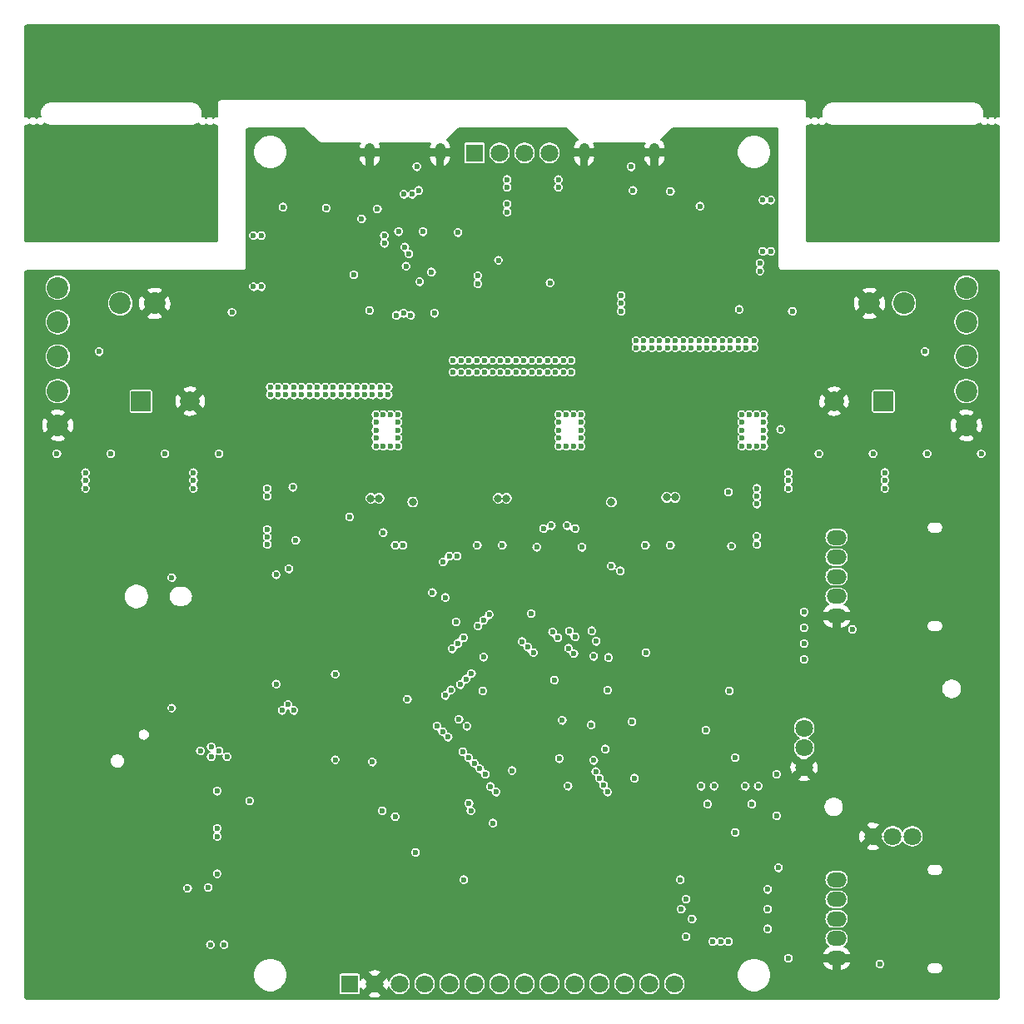
<source format=gbr>
%TF.GenerationSoftware,KiCad,Pcbnew,(5.1.9)-1*%
%TF.CreationDate,2021-05-16T18:27:06+02:00*%
%TF.ProjectId,STM32-Evalboard,53544d33-322d-4457-9661-6c626f617264,rev?*%
%TF.SameCoordinates,Original*%
%TF.FileFunction,Copper,L2,Inr*%
%TF.FilePolarity,Positive*%
%FSLAX46Y46*%
G04 Gerber Fmt 4.6, Leading zero omitted, Abs format (unit mm)*
G04 Created by KiCad (PCBNEW (5.1.9)-1) date 2021-05-16 18:27:06*
%MOMM*%
%LPD*%
G01*
G04 APERTURE LIST*
%TA.AperFunction,ComponentPad*%
%ADD10C,1.800000*%
%TD*%
%TA.AperFunction,ComponentPad*%
%ADD11R,1.800000X1.800000*%
%TD*%
%TA.AperFunction,ComponentPad*%
%ADD12C,2.200000*%
%TD*%
%TA.AperFunction,ComponentPad*%
%ADD13C,2.000000*%
%TD*%
%TA.AperFunction,ComponentPad*%
%ADD14R,2.000000X2.000000*%
%TD*%
%TA.AperFunction,ComponentPad*%
%ADD15O,1.050000X1.900000*%
%TD*%
%TA.AperFunction,ComponentPad*%
%ADD16O,2.000000X1.500000*%
%TD*%
%TA.AperFunction,ViaPad*%
%ADD17C,0.600000*%
%TD*%
%TA.AperFunction,ViaPad*%
%ADD18C,0.800000*%
%TD*%
%TA.AperFunction,Conductor*%
%ADD19C,0.152400*%
%TD*%
%TA.AperFunction,Conductor*%
%ADD20C,0.100000*%
%TD*%
%TA.AperFunction,NonConductor*%
%ADD21C,0.152400*%
%TD*%
%TA.AperFunction,NonConductor*%
%ADD22C,0.100000*%
%TD*%
G04 APERTURE END LIST*
D10*
%TO.N,GND*%
%TO.C,RV503*%
X189700000Y-111000000D03*
%TO.N,+3V0*%
X200700000Y-118000000D03*
%TO.N,/Interface/2AX_V*%
X189700000Y-109000000D03*
%TO.N,+3V0*%
X189700000Y-107000000D03*
%TO.N,/Interface/2AX_H*%
X198700000Y-118000000D03*
%TO.N,GND*%
X196700000Y-118000000D03*
%TD*%
D11*
%TO.N,N/C*%
%TO.C,J103*%
X156190000Y-48500000D03*
D10*
X158730000Y-48500000D03*
X161270000Y-48500000D03*
X163810000Y-48500000D03*
%TD*%
%TO.N,/Microcontroller/TOUCH_~CS*%
%TO.C,J206*%
X168890000Y-133000000D03*
%TO.N,/Microcontroller/LCD_MISO*%
X163810000Y-133000000D03*
%TO.N,/Microcontroller/FLASH_MOSI*%
X171430000Y-133000000D03*
%TO.N,/Microcontroller/FLASH_CLK*%
X166350000Y-133000000D03*
%TO.N,/Microcontroller/TOUCH_IRQ*%
X176510000Y-133000000D03*
%TO.N,/Microcontroller/FLASH_MISO*%
X173970000Y-133000000D03*
%TO.N,/Microcontroller/LCD_LED*%
X161270000Y-133000000D03*
%TO.N,/Microcontroller/LCD_CLK*%
X158730000Y-133000000D03*
%TO.N,/Microcontroller/LCD_MOSI*%
X156190000Y-133000000D03*
%TO.N,/Microcontroller/LCD_D~C*%
X153650000Y-133000000D03*
%TO.N,/Microcontroller/LCD_~RES*%
X151110000Y-133000000D03*
%TO.N,/Microcontroller/LCD_~CS*%
X148570000Y-133000000D03*
%TO.N,GND*%
X146030000Y-133000000D03*
D11*
%TO.N,+3V3*%
X143490000Y-133000000D03*
%TD*%
D12*
%TO.N,+VDC*%
%TO.C,J303*%
X113800000Y-62200000D03*
%TO.N,/Power/Phase_A*%
X113800000Y-65700000D03*
%TO.N,/Power/Phase_B*%
X113800000Y-69200000D03*
%TO.N,/Power/Phase_C*%
X113800000Y-72700000D03*
%TO.N,GND*%
X113800000Y-76200000D03*
%TD*%
D13*
%TO.N,GND*%
%TO.C,C303*%
X192750000Y-73750000D03*
D14*
%TO.N,+VDC*%
X197750000Y-73750000D03*
%TD*%
D15*
%TO.N,GND*%
%TO.C,J201*%
X174475000Y-48450000D03*
X167325000Y-48450000D03*
%TD*%
%TO.N,GND*%
%TO.C,J101*%
X152675000Y-48450000D03*
X145525000Y-48450000D03*
%TD*%
D16*
%TO.N,*%
%TO.C,RV501*%
X193000000Y-128400000D03*
X193000000Y-124400000D03*
%TO.N,GND*%
X193000000Y-130400000D03*
%TO.N,/Interface/POT_A*%
X193000000Y-126400000D03*
%TO.N,+3V0*%
X193000000Y-122400000D03*
%TD*%
%TO.N,*%
%TO.C,RV502*%
X193000000Y-93600000D03*
X193000000Y-89600000D03*
%TO.N,GND*%
X193000000Y-95600000D03*
%TO.N,/Interface/POT_B*%
X193000000Y-91600000D03*
%TO.N,+3V0*%
X193000000Y-87600000D03*
%TD*%
D13*
%TO.N,GND*%
%TO.C,C304*%
X127250000Y-73750000D03*
D14*
%TO.N,+VDC*%
X122250000Y-73750000D03*
%TD*%
D12*
%TO.N,GND*%
%TO.C,J304*%
X206200000Y-76200000D03*
%TO.N,/Power/Phase_C*%
X206200000Y-72700000D03*
%TO.N,/Power/Phase_B*%
X206200000Y-69200000D03*
%TO.N,/Power/Phase_A*%
X206200000Y-65700000D03*
%TO.N,+VDC*%
X206200000Y-62200000D03*
%TD*%
%TO.N,+VDC*%
%TO.C,J302*%
X199850000Y-63800000D03*
%TO.N,GND*%
X196350000Y-63800000D03*
%TD*%
%TO.N,GND*%
%TO.C,J301*%
X123650000Y-63800000D03*
%TO.N,+VDC*%
X120150000Y-63800000D03*
%TD*%
D17*
%TO.N,GND*%
X131900000Y-124300000D03*
X149500000Y-61700000D03*
X167300000Y-87800000D03*
X162300000Y-87800000D03*
X134100000Y-114600000D03*
X186200000Y-126400000D03*
X186200000Y-124400000D03*
X186200000Y-122400000D03*
X181175000Y-114700000D03*
X185675000Y-114700000D03*
X170288404Y-103701903D03*
X168874190Y-109712311D03*
X165126524Y-113459977D03*
X142800000Y-56400000D03*
X142600000Y-62600000D03*
X140800000Y-49500000D03*
X143900000Y-60100000D03*
X147100000Y-54200000D03*
X151300000Y-64800000D03*
X182000000Y-84300000D03*
X138000000Y-86600000D03*
X138000000Y-89200000D03*
X134800000Y-86000000D03*
X185200000Y-84900000D03*
X182000000Y-81700000D03*
X180500000Y-62900000D03*
X180500000Y-59100000D03*
X169700000Y-49900000D03*
X169500000Y-52300000D03*
X147900000Y-49900000D03*
X147700000Y-52300000D03*
X168800000Y-64200000D03*
X173400000Y-64200000D03*
X173400000Y-63400000D03*
X168800000Y-63400000D03*
X180200000Y-56900000D03*
X180200000Y-57700000D03*
X180500000Y-61000000D03*
X180500000Y-60050000D03*
X180500000Y-61950000D03*
D18*
X170100000Y-85000000D03*
X149900000Y-85000000D03*
D17*
X159800000Y-75900000D03*
X159800000Y-76700000D03*
X159800000Y-78300000D03*
X159050000Y-78300000D03*
X158300000Y-78300000D03*
X157550000Y-78300000D03*
X158300000Y-75100000D03*
X159800000Y-77500000D03*
X157550000Y-76700000D03*
X157550000Y-77500000D03*
X159800000Y-75100000D03*
X157550000Y-75100000D03*
X159050000Y-75100000D03*
X157550000Y-75900000D03*
X178400000Y-75900000D03*
X178400000Y-76700000D03*
X178400000Y-78300000D03*
X177650000Y-78300000D03*
X176900000Y-78300000D03*
X176150000Y-78300000D03*
X176900000Y-75100000D03*
X178400000Y-77500000D03*
X176150000Y-76700000D03*
X176150000Y-77500000D03*
X178400000Y-75100000D03*
X176150000Y-75100000D03*
X177650000Y-75100000D03*
X176150000Y-75900000D03*
X139700000Y-78300000D03*
X141200000Y-78300000D03*
X138950000Y-78300000D03*
X140450000Y-78300000D03*
X139700000Y-75100000D03*
X140450000Y-75100000D03*
X141200000Y-76700000D03*
X141200000Y-77500000D03*
X138950000Y-75900000D03*
X138950000Y-76700000D03*
X138950000Y-77500000D03*
X141200000Y-75900000D03*
X141200000Y-75100000D03*
X138950000Y-75100000D03*
D18*
X145600000Y-85375000D03*
X159475000Y-85375000D03*
X175725000Y-85275000D03*
X176575000Y-85275000D03*
D17*
X178100000Y-48300000D03*
X154500000Y-57400000D03*
X162900000Y-57500000D03*
X173717872Y-113353911D03*
X148544869Y-102323044D03*
X163747666Y-94474159D03*
X157489771Y-116076272D03*
X162900000Y-61700000D03*
D18*
X158625000Y-85375000D03*
X146450000Y-85375000D03*
D17*
X165600000Y-105100000D03*
X155400000Y-104100000D03*
X159200000Y-106900000D03*
X120800000Y-107200000D03*
X199100000Y-79700000D03*
X182500000Y-112800000D03*
X172700000Y-132100000D03*
X170200000Y-132200000D03*
X135500000Y-53600000D03*
X138700000Y-51100000D03*
X150900000Y-75900000D03*
X185900000Y-101900000D03*
X155000000Y-96800000D03*
X168800000Y-95500000D03*
X121800000Y-68700000D03*
X198199992Y-68700000D03*
%TO.N,/BOOT0*%
X141100000Y-54100000D03*
X148450000Y-56500000D03*
%TO.N,/SWD_CLK*%
X147000000Y-56900000D03*
%TO.N,/SWD_DIO*%
X147000000Y-57700000D03*
%TO.N,/LED*%
X144700000Y-55200000D03*
X151800000Y-60600000D03*
%TO.N,/STL_SWDIO*%
X156500000Y-61000000D03*
X149700000Y-65000000D03*
%TO.N,/STL_SWCLK*%
X156500000Y-61800000D03*
%TO.N,/SWD_~RST*%
X149200000Y-60000000D03*
%TO.N,+VDC*%
X131500000Y-64700000D03*
X187300000Y-76600000D03*
X188500000Y-64600000D03*
X133700000Y-62100000D03*
X185200000Y-60500000D03*
X185200000Y-59700000D03*
X185500000Y-58500000D03*
X186300000Y-58500000D03*
X134500000Y-62100000D03*
D18*
X170100000Y-84000000D03*
D17*
X148400000Y-75900000D03*
X148400000Y-76700000D03*
X148400000Y-78300000D03*
X147650000Y-78300000D03*
X146900000Y-78300000D03*
X146150000Y-78300000D03*
X146900000Y-75100000D03*
X148400000Y-77500000D03*
X146150000Y-76700000D03*
X146150000Y-77500000D03*
X148400000Y-75100000D03*
X146150000Y-75100000D03*
X147650000Y-75100000D03*
X146150000Y-75900000D03*
X167000000Y-75900000D03*
X167000000Y-76700000D03*
X167000000Y-78300000D03*
X166250000Y-78300000D03*
X165500000Y-78300000D03*
X164750000Y-78300000D03*
X165500000Y-75100000D03*
X167000000Y-77500000D03*
X164750000Y-76700000D03*
X164750000Y-77500000D03*
X167000000Y-75100000D03*
X164750000Y-75100000D03*
X166250000Y-75100000D03*
X164750000Y-75900000D03*
X185600000Y-75900000D03*
X185600000Y-76700000D03*
X185600000Y-78300000D03*
X184850000Y-78300000D03*
X184100000Y-78300000D03*
X183350000Y-78300000D03*
X184100000Y-75100000D03*
X185600000Y-77500000D03*
X183350000Y-76700000D03*
X183350000Y-77500000D03*
X185600000Y-75100000D03*
X183350000Y-75100000D03*
X184850000Y-75100000D03*
X183350000Y-75900000D03*
D18*
X145625000Y-83625000D03*
X159425000Y-83625000D03*
X175725000Y-83525000D03*
X176575000Y-83525000D03*
X149900000Y-84000000D03*
X158575000Y-83625000D03*
X146450000Y-83625000D03*
D17*
X118000000Y-68700000D03*
X202000004Y-68700000D03*
%TO.N,/Microcontroller/PHA_H*%
X176105000Y-88400000D03*
X165727563Y-98856587D03*
%TO.N,/Microcontroller/PHA_L*%
X173565000Y-88400000D03*
X166293249Y-99423908D03*
%TO.N,/Microcontroller/PHB_H*%
X159005000Y-88400000D03*
X165833630Y-97125811D03*
%TO.N,/Microcontroller/PHB_L*%
X166399315Y-97691496D03*
X156465000Y-88400000D03*
%TO.N,/Microcontroller/PHC_H*%
X146900000Y-87100000D03*
X164101218Y-97230242D03*
%TO.N,/Microcontroller/PHC_L*%
X143465000Y-85500000D03*
X164666904Y-97797563D03*
%TO.N,+3V3*%
X127000000Y-123290000D03*
X130000000Y-121800000D03*
X163200000Y-86700000D03*
X133300000Y-114400000D03*
X125400000Y-104950000D03*
X136000000Y-91400000D03*
X136000000Y-102500000D03*
X162500000Y-88600000D03*
X164000000Y-86400000D03*
X154307106Y-96192894D03*
X129300000Y-129000000D03*
X169722718Y-103136218D03*
X161944544Y-95358043D03*
X149358043Y-104055456D03*
X168308505Y-110277996D03*
X165692210Y-112894291D03*
X158055456Y-116641957D03*
X196700000Y-79100000D03*
X138000000Y-87900000D03*
X113700000Y-79100000D03*
X119200000Y-79100000D03*
X124700000Y-79100000D03*
X130200000Y-79100000D03*
X182000000Y-83000000D03*
X207700000Y-79100000D03*
X202200000Y-79100000D03*
X191200000Y-79100000D03*
X170100000Y-90500000D03*
X125400000Y-91690000D03*
X177700000Y-128200000D03*
X130006250Y-113400000D03*
X188100000Y-130400000D03*
X129100000Y-123200000D03*
%TO.N,/Microcontroller/I2C1_SDA*%
X130000000Y-118000000D03*
X158372271Y-113495333D03*
%TO.N,/Microcontroller/I2C1_SCL*%
X130000000Y-117200000D03*
X157807968Y-112927729D03*
%TO.N,/Microcontroller/BOOT0*%
X130700000Y-129000000D03*
X155615938Y-114626703D03*
%TO.N,/Interface/ENC_B*%
X155297739Y-102004846D03*
X137800000Y-105200000D03*
%TO.N,/Interface/ENC_A*%
X155863424Y-101439160D03*
X137200000Y-104600000D03*
%TO.N,/Microcontroller/SPI1_MOSI*%
X157277638Y-111692211D03*
%TO.N,/Microcontroller/SPI1_MISO*%
X156711952Y-111126525D03*
%TO.N,/Interface/ENC_SW*%
X154732054Y-102570531D03*
X136600000Y-105200000D03*
%TO.N,/Microcontroller/LCD_~CS*%
X154979542Y-109394113D03*
X155800000Y-115400000D03*
%TO.N,/Microcontroller/SD_MOSI*%
X153494616Y-107909189D03*
X130200000Y-109300000D03*
%TO.N,/Microcontroller/SD_MISO*%
X129400000Y-108900000D03*
X152928931Y-107343504D03*
%TO.N,/Microcontroller/SD_CLK*%
X129400000Y-109900000D03*
X152363246Y-106777819D03*
%TO.N,/Microcontroller/SPI1_~CS*%
X155580582Y-109995155D03*
%TO.N,/Microcontroller/USART1_RX*%
X153211774Y-103672271D03*
%TO.N,/Microcontroller/USART1_TX*%
X153777460Y-103100861D03*
%TO.N,/Interface/RGB_SCL*%
X153000000Y-90100000D03*
X148100000Y-88400000D03*
X154400000Y-89500000D03*
%TO.N,/Interface/RGB_SDA*%
X153600000Y-89500000D03*
X148900000Y-88400000D03*
%TO.N,/Microcontroller/FLASH_MOSI*%
X181200000Y-128700000D03*
X156535178Y-96595481D03*
X151900000Y-93200000D03*
%TO.N,/Microcontroller/FLASH_MISO*%
X157100863Y-96029796D03*
X182000000Y-128700000D03*
%TO.N,/Microcontroller/FLASH_CLK*%
X157666549Y-95464110D03*
X153200000Y-93700004D03*
%TO.N,+3.3VA*%
X165600000Y-86400000D03*
X197400000Y-130980000D03*
X167100000Y-88600000D03*
X166400000Y-86700000D03*
X179700000Y-107200000D03*
X169475231Y-109111270D03*
X172445079Y-112081118D03*
%TO.N,/Power/Phase_C*%
X137800000Y-72300000D03*
X147400000Y-72300000D03*
X143400000Y-72300000D03*
X135400000Y-72300000D03*
X139400000Y-72300000D03*
X141800000Y-72300000D03*
X144200000Y-72300000D03*
X146600000Y-72300000D03*
X137000000Y-72300000D03*
X145800000Y-72300000D03*
X141000000Y-72300000D03*
X145000000Y-72300000D03*
X142600000Y-72300000D03*
X140200000Y-72300000D03*
X138600000Y-72300000D03*
X136200000Y-72300000D03*
X135400000Y-73100000D03*
X139400000Y-73100000D03*
X136200000Y-73100000D03*
X141000000Y-73100000D03*
X141800000Y-73100000D03*
X140200000Y-73100000D03*
X143400000Y-73100000D03*
X138600000Y-73100000D03*
X144200000Y-73100000D03*
X145800000Y-73100000D03*
X147400000Y-73100000D03*
X145000000Y-73100000D03*
X146600000Y-73100000D03*
X137000000Y-73100000D03*
X137800000Y-73100000D03*
X142600000Y-73100000D03*
%TO.N,/Power/Phase_B*%
X160400000Y-70800000D03*
X166000000Y-70800000D03*
X154800000Y-70800000D03*
X154000000Y-70800000D03*
X158800000Y-70800000D03*
X155600000Y-70800000D03*
X163600000Y-70800000D03*
X161200000Y-70800000D03*
X162800000Y-70800000D03*
X165200000Y-70800000D03*
X159600000Y-70800000D03*
X158000000Y-70800000D03*
X157200000Y-70800000D03*
X164400000Y-70800000D03*
X156400000Y-70800000D03*
X162000000Y-70800000D03*
X160400000Y-69600000D03*
X166000000Y-69600000D03*
X154800000Y-69600000D03*
X154000000Y-69600000D03*
X158800000Y-69600000D03*
X155600000Y-69600000D03*
X163600000Y-69600000D03*
X161200000Y-69600000D03*
X162800000Y-69600000D03*
X165200000Y-69600000D03*
X159600000Y-69600000D03*
X158000000Y-69600000D03*
X157200000Y-69600000D03*
X164400000Y-69600000D03*
X156400000Y-69600000D03*
X162000000Y-69600000D03*
%TO.N,/Power/Phase_A*%
X172600000Y-68300000D03*
X173400000Y-68300000D03*
X174200000Y-68300000D03*
X175000000Y-68300000D03*
X175800000Y-68300000D03*
X176600000Y-68300000D03*
X177400000Y-68300000D03*
X179800000Y-68300000D03*
X178200000Y-68300000D03*
X179000000Y-68300000D03*
X180600000Y-68300000D03*
X181400000Y-68300000D03*
X183800000Y-68300000D03*
X182200000Y-68300000D03*
X183000000Y-68300000D03*
X184600000Y-68300000D03*
X172600000Y-67600000D03*
X176600000Y-67600000D03*
X173400000Y-67600000D03*
X178200000Y-67600000D03*
X179000000Y-67600000D03*
X177400000Y-67600000D03*
X180600000Y-67600000D03*
X175800000Y-67600000D03*
X181400000Y-67600000D03*
X183000000Y-67600000D03*
X184600000Y-67600000D03*
X182200000Y-67600000D03*
X183800000Y-67600000D03*
X174200000Y-67600000D03*
X175000000Y-67600000D03*
X179800000Y-67600000D03*
%TO.N,/SWD_O*%
X150950000Y-56500000D03*
%TO.N,VBUS*%
X186300000Y-53300000D03*
X185500000Y-53300000D03*
X172100000Y-49900000D03*
X172300000Y-52300000D03*
X164700000Y-52000000D03*
X164700000Y-51200000D03*
X176100000Y-52400000D03*
%TO.N,+3V0*%
X194600000Y-96950000D03*
X183725000Y-112900000D03*
X179225000Y-112900000D03*
X172200000Y-106325000D03*
X168050000Y-106650000D03*
X182100000Y-103200000D03*
%TO.N,/USB_D+*%
X149100000Y-58050000D03*
X149000000Y-52700000D03*
%TO.N,/USB_D-*%
X149850000Y-52700000D03*
X149500000Y-58750000D03*
%TO.N,/STL_SWO*%
X156146267Y-110560840D03*
X148200000Y-65000000D03*
X150599990Y-61600000D03*
%TO.N,/STL_~RST*%
X164800000Y-110100000D03*
X148950000Y-64800000D03*
X187100000Y-121200000D03*
%TO.N,/Microcontroller/SD_~CS*%
X155400000Y-106800000D03*
X131000000Y-109900000D03*
%TO.N,/Microcontroller/TIM4_CH1*%
X155050254Y-97797563D03*
X178300000Y-126400000D03*
%TO.N,/Microcontroller/TIM4_CH2*%
X154484569Y-98363248D03*
X177700000Y-124400000D03*
%TO.N,/Microcontroller/TIM4_CH3*%
X153918883Y-98928934D03*
X177100000Y-122400000D03*
%TO.N,/USB_5V*%
X159500000Y-54500000D03*
X159500000Y-53700000D03*
X159500000Y-51200000D03*
X134500000Y-56900000D03*
X133700000Y-56900000D03*
X150300000Y-49900000D03*
X150500000Y-52300000D03*
X159500000Y-52000000D03*
%TO.N,/SWD_3V3*%
X158600000Y-59400000D03*
X163850000Y-61700000D03*
X143900000Y-60900000D03*
X146300000Y-54200000D03*
X152100000Y-64800000D03*
X154500000Y-56600000D03*
X136700000Y-54000000D03*
X145500000Y-64500000D03*
%TO.N,/Microcontroller/TOUCH_~CS*%
X180400000Y-128700000D03*
X157100850Y-99772271D03*
%TO.N,/Microcontroller/SD_DET*%
X128300000Y-109300000D03*
X154600000Y-106100000D03*
%TO.N,/Microcontroller/GSEL_L1*%
X179875000Y-114700000D03*
X169700000Y-113500000D03*
%TO.N,/Microcontroller/GSEL_L2*%
X184375000Y-114700000D03*
X169300000Y-112800000D03*
%TO.N,/Microcontroller/GSEL_L3*%
X185025000Y-112900000D03*
X168900000Y-112100000D03*
%TO.N,/Microcontroller/GSEL_L4*%
X180525000Y-112900000D03*
X168500000Y-111400000D03*
%TO.N,/Microcontroller/GSEL_H3*%
X162156677Y-99316205D03*
X168560683Y-98160683D03*
%TO.N,/Microcontroller/GSEL_H4*%
X168095733Y-97095733D03*
X161590992Y-98752155D03*
%TO.N,/Microcontroller/GSEL_H1*%
X161025306Y-98186469D03*
X169804849Y-99804849D03*
%TO.N,/Microcontroller/GSEL_H2*%
X168289996Y-99689996D03*
X164300000Y-102100000D03*
%TO.N,Net-(D501-Pad2)*%
X116600000Y-81000000D03*
X137700000Y-82500000D03*
%TO.N,/Interface/T_LOAD*%
X157006594Y-103193406D03*
X145800863Y-110442283D03*
%TO.N,Net-(J401-Pad2)*%
X182700000Y-110000000D03*
%TO.N,Net-(J401-Pad3)*%
X186900000Y-111700000D03*
%TO.N,Net-(J401-Pad4)*%
X186900000Y-115900000D03*
%TO.N,Net-(J401-Pad5)*%
X182700000Y-117600000D03*
%TO.N,Net-(J402-Pad2)*%
X189700000Y-95200000D03*
%TO.N,Net-(J402-Pad3)*%
X189700000Y-96800000D03*
%TO.N,Net-(J402-Pad4)*%
X189700000Y-98400000D03*
%TO.N,Net-(J402-Pad5)*%
X189700000Y-100000000D03*
%TO.N,Net-(C202-Pad2)*%
X186000000Y-127400000D03*
%TO.N,Net-(C204-Pad2)*%
X186000000Y-125400000D03*
%TO.N,Net-(C205-Pad2)*%
X186000000Y-123400000D03*
%TO.N,Net-(C311-Pad1)*%
X171100000Y-63000000D03*
X171100000Y-63800000D03*
X171100000Y-64600000D03*
X183100000Y-64400000D03*
X179100000Y-53900000D03*
%TO.N,Net-(D501-Pad4)*%
X116600000Y-82600000D03*
X135100000Y-83400000D03*
%TO.N,Net-(D501-Pad3)*%
X116600000Y-81800000D03*
X135100000Y-82647597D03*
%TO.N,Net-(D503-Pad4)*%
X127600000Y-82600000D03*
X135100000Y-88304806D03*
%TO.N,Net-(D503-Pad3)*%
X127600000Y-81800000D03*
X135100000Y-87552403D03*
%TO.N,Net-(D503-Pad2)*%
X127600000Y-81000000D03*
X135100000Y-86800000D03*
%TO.N,Net-(D505-Pad4)*%
X184900000Y-87500000D03*
X188100000Y-81800000D03*
%TO.N,Net-(D505-Pad3)*%
X188100000Y-82600000D03*
X184900000Y-88300000D03*
%TO.N,Net-(D505-Pad2)*%
X182300000Y-88500000D03*
X188100000Y-81000000D03*
%TO.N,Net-(D507-Pad4)*%
X197900000Y-81000000D03*
X184900000Y-82600000D03*
%TO.N,Net-(D507-Pad3)*%
X197900000Y-81800000D03*
X184900000Y-83400000D03*
%TO.N,Net-(D507-Pad2)*%
X197900000Y-82600000D03*
X184900000Y-84200000D03*
%TO.N,Net-(R501-Pad1)*%
X137300000Y-90800000D03*
%TO.N,Net-(R504-Pad2)*%
X142000000Y-101500000D03*
X142000000Y-110200000D03*
%TO.N,Net-(R509-Pad1)*%
X171000000Y-90999986D03*
%TO.N,Net-(R511-Pad2)*%
X146790813Y-115400000D03*
X173600000Y-99300000D03*
X160000000Y-111300000D03*
X165100000Y-106200000D03*
%TO.N,Net-(R514-Pad2)*%
X148100000Y-116000000D03*
X155100000Y-122400000D03*
%TO.N,Net-(R515-Pad1)*%
X177200000Y-125400000D03*
%TO.N,Net-(R518-Pad2)*%
X150184925Y-119634671D03*
%TD*%
D19*
%TO.N,GND*%
X138860809Y-45994615D02*
X138939292Y-46047056D01*
X140258250Y-47366014D01*
X140269797Y-47375490D01*
X140367124Y-47440522D01*
X140380298Y-47447564D01*
X140394593Y-47451900D01*
X140509398Y-47474736D01*
X140524264Y-47476200D01*
X144553016Y-47476200D01*
X144520599Y-47528192D01*
X144442976Y-47733687D01*
X144406934Y-47950377D01*
X144553076Y-48126200D01*
X145201200Y-48126200D01*
X145201200Y-48106200D01*
X145848800Y-48106200D01*
X145848800Y-48126200D01*
X146496924Y-48126200D01*
X146643066Y-47950377D01*
X146607024Y-47733687D01*
X146529401Y-47528192D01*
X146496984Y-47476200D01*
X151703016Y-47476200D01*
X151670599Y-47528192D01*
X151592976Y-47733687D01*
X151556934Y-47950377D01*
X151703076Y-48126200D01*
X152351200Y-48126200D01*
X152351200Y-48106200D01*
X152998800Y-48106200D01*
X152998800Y-48126200D01*
X153646924Y-48126200D01*
X153793066Y-47950377D01*
X153757024Y-47733687D01*
X153706526Y-47600000D01*
X155060294Y-47600000D01*
X155060294Y-49400000D01*
X155064708Y-49444813D01*
X155077779Y-49487905D01*
X155099006Y-49527618D01*
X155127573Y-49562427D01*
X155162382Y-49590994D01*
X155202095Y-49612221D01*
X155245187Y-49625292D01*
X155290000Y-49629706D01*
X157090000Y-49629706D01*
X157134813Y-49625292D01*
X157177905Y-49612221D01*
X157217618Y-49590994D01*
X157252427Y-49562427D01*
X157280994Y-49527618D01*
X157302221Y-49487905D01*
X157315292Y-49444813D01*
X157319706Y-49400000D01*
X157319706Y-48388843D01*
X157601400Y-48388843D01*
X157601400Y-48611157D01*
X157644771Y-48829201D01*
X157729847Y-49034593D01*
X157853359Y-49219441D01*
X158010559Y-49376641D01*
X158195407Y-49500153D01*
X158400799Y-49585229D01*
X158618843Y-49628600D01*
X158841157Y-49628600D01*
X159059201Y-49585229D01*
X159264593Y-49500153D01*
X159449441Y-49376641D01*
X159606641Y-49219441D01*
X159730153Y-49034593D01*
X159815229Y-48829201D01*
X159858600Y-48611157D01*
X159858600Y-48388843D01*
X160141400Y-48388843D01*
X160141400Y-48611157D01*
X160184771Y-48829201D01*
X160269847Y-49034593D01*
X160393359Y-49219441D01*
X160550559Y-49376641D01*
X160735407Y-49500153D01*
X160940799Y-49585229D01*
X161158843Y-49628600D01*
X161381157Y-49628600D01*
X161599201Y-49585229D01*
X161804593Y-49500153D01*
X161989441Y-49376641D01*
X162146641Y-49219441D01*
X162270153Y-49034593D01*
X162355229Y-48829201D01*
X162398600Y-48611157D01*
X162398600Y-48388843D01*
X162681400Y-48388843D01*
X162681400Y-48611157D01*
X162724771Y-48829201D01*
X162809847Y-49034593D01*
X162933359Y-49219441D01*
X163090559Y-49376641D01*
X163275407Y-49500153D01*
X163480799Y-49585229D01*
X163698843Y-49628600D01*
X163921157Y-49628600D01*
X164139201Y-49585229D01*
X164344593Y-49500153D01*
X164529441Y-49376641D01*
X164686641Y-49219441D01*
X164810153Y-49034593D01*
X164845348Y-48949623D01*
X166206934Y-48949623D01*
X166242976Y-49166313D01*
X166320599Y-49371808D01*
X166436821Y-49558211D01*
X166587175Y-49718358D01*
X166765883Y-49846096D01*
X166840536Y-49863906D01*
X167001200Y-49775716D01*
X167001200Y-48773800D01*
X167648800Y-48773800D01*
X167648800Y-49775716D01*
X167809464Y-49863906D01*
X167876400Y-49847937D01*
X171571400Y-49847937D01*
X171571400Y-49952063D01*
X171591713Y-50054187D01*
X171631560Y-50150386D01*
X171689409Y-50236963D01*
X171763037Y-50310591D01*
X171849614Y-50368440D01*
X171945813Y-50408287D01*
X172047937Y-50428600D01*
X172152063Y-50428600D01*
X172254187Y-50408287D01*
X172350386Y-50368440D01*
X172436963Y-50310591D01*
X172510591Y-50236963D01*
X172568440Y-50150386D01*
X172608287Y-50054187D01*
X172628600Y-49952063D01*
X172628600Y-49847937D01*
X172608287Y-49745813D01*
X172568440Y-49649614D01*
X172510591Y-49563037D01*
X172436963Y-49489409D01*
X172350386Y-49431560D01*
X172254187Y-49391713D01*
X172152063Y-49371400D01*
X172047937Y-49371400D01*
X171945813Y-49391713D01*
X171849614Y-49431560D01*
X171763037Y-49489409D01*
X171689409Y-49563037D01*
X171631560Y-49649614D01*
X171591713Y-49745813D01*
X171571400Y-49847937D01*
X167876400Y-49847937D01*
X167884117Y-49846096D01*
X168062825Y-49718358D01*
X168213179Y-49558211D01*
X168329401Y-49371808D01*
X168407024Y-49166313D01*
X168443066Y-48949623D01*
X173356934Y-48949623D01*
X173392976Y-49166313D01*
X173470599Y-49371808D01*
X173586821Y-49558211D01*
X173737175Y-49718358D01*
X173915883Y-49846096D01*
X173990536Y-49863906D01*
X174151200Y-49775716D01*
X174151200Y-48773800D01*
X174798800Y-48773800D01*
X174798800Y-49775716D01*
X174959464Y-49863906D01*
X175034117Y-49846096D01*
X175212825Y-49718358D01*
X175363179Y-49558211D01*
X175479401Y-49371808D01*
X175557024Y-49166313D01*
X175593066Y-48949623D01*
X175446924Y-48773800D01*
X174798800Y-48773800D01*
X174151200Y-48773800D01*
X173503076Y-48773800D01*
X173356934Y-48949623D01*
X168443066Y-48949623D01*
X168296924Y-48773800D01*
X167648800Y-48773800D01*
X167001200Y-48773800D01*
X166353076Y-48773800D01*
X166206934Y-48949623D01*
X164845348Y-48949623D01*
X164895229Y-48829201D01*
X164938600Y-48611157D01*
X164938600Y-48388843D01*
X164906955Y-48229748D01*
X182871400Y-48229748D01*
X182871400Y-48570252D01*
X182937829Y-48904214D01*
X183068135Y-49218799D01*
X183257309Y-49501918D01*
X183498082Y-49742691D01*
X183781201Y-49931865D01*
X184095786Y-50062171D01*
X184429748Y-50128600D01*
X184770252Y-50128600D01*
X185104214Y-50062171D01*
X185418799Y-49931865D01*
X185701918Y-49742691D01*
X185942691Y-49501918D01*
X186131865Y-49218799D01*
X186262171Y-48904214D01*
X186328600Y-48570252D01*
X186328600Y-48229748D01*
X186262171Y-47895786D01*
X186131865Y-47581201D01*
X185942691Y-47298082D01*
X185701918Y-47057309D01*
X185418799Y-46868135D01*
X185104214Y-46737829D01*
X184770252Y-46671400D01*
X184429748Y-46671400D01*
X184095786Y-46737829D01*
X183781201Y-46868135D01*
X183498082Y-47057309D01*
X183257309Y-47298082D01*
X183068135Y-47581201D01*
X182937829Y-47895786D01*
X182871400Y-48229748D01*
X164906955Y-48229748D01*
X164895229Y-48170799D01*
X164810153Y-47965407D01*
X164686641Y-47780559D01*
X164529441Y-47623359D01*
X164344593Y-47499847D01*
X164139201Y-47414771D01*
X163921157Y-47371400D01*
X163698843Y-47371400D01*
X163480799Y-47414771D01*
X163275407Y-47499847D01*
X163090559Y-47623359D01*
X162933359Y-47780559D01*
X162809847Y-47965407D01*
X162724771Y-48170799D01*
X162681400Y-48388843D01*
X162398600Y-48388843D01*
X162355229Y-48170799D01*
X162270153Y-47965407D01*
X162146641Y-47780559D01*
X161989441Y-47623359D01*
X161804593Y-47499847D01*
X161599201Y-47414771D01*
X161381157Y-47371400D01*
X161158843Y-47371400D01*
X160940799Y-47414771D01*
X160735407Y-47499847D01*
X160550559Y-47623359D01*
X160393359Y-47780559D01*
X160269847Y-47965407D01*
X160184771Y-48170799D01*
X160141400Y-48388843D01*
X159858600Y-48388843D01*
X159815229Y-48170799D01*
X159730153Y-47965407D01*
X159606641Y-47780559D01*
X159449441Y-47623359D01*
X159264593Y-47499847D01*
X159059201Y-47414771D01*
X158841157Y-47371400D01*
X158618843Y-47371400D01*
X158400799Y-47414771D01*
X158195407Y-47499847D01*
X158010559Y-47623359D01*
X157853359Y-47780559D01*
X157729847Y-47965407D01*
X157644771Y-48170799D01*
X157601400Y-48388843D01*
X157319706Y-48388843D01*
X157319706Y-47600000D01*
X157315292Y-47555187D01*
X157302221Y-47512095D01*
X157280994Y-47472382D01*
X157252427Y-47437573D01*
X157217618Y-47409006D01*
X157177905Y-47387779D01*
X157134813Y-47374708D01*
X157090000Y-47370294D01*
X155290000Y-47370294D01*
X155245187Y-47374708D01*
X155202095Y-47387779D01*
X155162382Y-47409006D01*
X155127573Y-47437573D01*
X155099006Y-47472382D01*
X155077779Y-47512095D01*
X155064708Y-47555187D01*
X155060294Y-47600000D01*
X153706526Y-47600000D01*
X153679401Y-47528192D01*
X153563179Y-47341789D01*
X153412825Y-47181642D01*
X153362263Y-47145501D01*
X154460708Y-46047056D01*
X154539191Y-45994615D01*
X154631770Y-45976200D01*
X165368230Y-45976200D01*
X165460809Y-45994615D01*
X165539292Y-46047056D01*
X166637737Y-47145501D01*
X166587175Y-47181642D01*
X166436821Y-47341789D01*
X166320599Y-47528192D01*
X166242976Y-47733687D01*
X166206934Y-47950377D01*
X166353076Y-48126200D01*
X167001200Y-48126200D01*
X167001200Y-48106200D01*
X167648800Y-48106200D01*
X167648800Y-48126200D01*
X168296924Y-48126200D01*
X168443066Y-47950377D01*
X168407024Y-47733687D01*
X168329401Y-47528192D01*
X168296984Y-47476200D01*
X173503016Y-47476200D01*
X173470599Y-47528192D01*
X173392976Y-47733687D01*
X173356934Y-47950377D01*
X173503076Y-48126200D01*
X174151200Y-48126200D01*
X174151200Y-48106200D01*
X174798800Y-48106200D01*
X174798800Y-48126200D01*
X175446924Y-48126200D01*
X175593066Y-47950377D01*
X175557024Y-47733687D01*
X175479401Y-47528192D01*
X175363179Y-47341789D01*
X175212825Y-47181642D01*
X175162263Y-47145501D01*
X176260708Y-46047056D01*
X176339191Y-45994615D01*
X176431770Y-45976200D01*
X186792494Y-45976200D01*
X186885073Y-45994615D01*
X186957195Y-46042805D01*
X187005385Y-46114927D01*
X187023800Y-46207506D01*
X187023800Y-60100000D01*
X187025264Y-60114866D01*
X187048100Y-60229671D01*
X187052436Y-60243965D01*
X187059478Y-60257140D01*
X187124510Y-60354467D01*
X187133987Y-60366014D01*
X187145533Y-60375490D01*
X187242860Y-60440522D01*
X187256034Y-60447564D01*
X187270329Y-60451900D01*
X187385134Y-60474736D01*
X187400000Y-60476200D01*
X209292494Y-60476200D01*
X209385073Y-60494615D01*
X209457195Y-60542805D01*
X209505385Y-60614927D01*
X209523800Y-60707506D01*
X209523800Y-134292494D01*
X209505385Y-134385073D01*
X209457195Y-134457195D01*
X209385073Y-134505385D01*
X209292494Y-134523800D01*
X110707506Y-134523800D01*
X110614927Y-134505385D01*
X110542805Y-134457195D01*
X110494615Y-134385073D01*
X110476200Y-134292494D01*
X110476200Y-134147890D01*
X145340033Y-134147890D01*
X145441099Y-134361434D01*
X145718017Y-134450163D01*
X146006925Y-134483163D01*
X146296719Y-134459166D01*
X146576263Y-134379094D01*
X146618901Y-134361434D01*
X146719967Y-134147890D01*
X146030000Y-133457922D01*
X145340033Y-134147890D01*
X110476200Y-134147890D01*
X110476200Y-131929748D01*
X133671400Y-131929748D01*
X133671400Y-132270252D01*
X133737829Y-132604214D01*
X133868135Y-132918799D01*
X134057309Y-133201918D01*
X134298082Y-133442691D01*
X134581201Y-133631865D01*
X134895786Y-133762171D01*
X135229748Y-133828600D01*
X135570252Y-133828600D01*
X135904214Y-133762171D01*
X136218799Y-133631865D01*
X136501918Y-133442691D01*
X136742691Y-133201918D01*
X136931865Y-132918799D01*
X137062171Y-132604214D01*
X137128600Y-132270252D01*
X137128600Y-132100000D01*
X142360294Y-132100000D01*
X142360294Y-133900000D01*
X142364708Y-133944813D01*
X142377779Y-133987905D01*
X142399006Y-134027618D01*
X142427573Y-134062427D01*
X142462382Y-134090994D01*
X142502095Y-134112221D01*
X142545187Y-134125292D01*
X142590000Y-134129706D01*
X144390000Y-134129706D01*
X144434813Y-134125292D01*
X144477905Y-134112221D01*
X144517618Y-134090994D01*
X144552427Y-134062427D01*
X144580994Y-134027618D01*
X144602221Y-133987905D01*
X144615292Y-133944813D01*
X144619706Y-133900000D01*
X144619706Y-133437339D01*
X144650906Y-133546263D01*
X144668566Y-133588901D01*
X144882110Y-133689967D01*
X145572078Y-133000000D01*
X146487922Y-133000000D01*
X147177890Y-133689967D01*
X147391434Y-133588901D01*
X147480163Y-133311983D01*
X147480595Y-133308204D01*
X147484771Y-133329201D01*
X147569847Y-133534593D01*
X147693359Y-133719441D01*
X147850559Y-133876641D01*
X148035407Y-134000153D01*
X148240799Y-134085229D01*
X148458843Y-134128600D01*
X148681157Y-134128600D01*
X148899201Y-134085229D01*
X149104593Y-134000153D01*
X149289441Y-133876641D01*
X149446641Y-133719441D01*
X149570153Y-133534593D01*
X149655229Y-133329201D01*
X149698600Y-133111157D01*
X149698600Y-132888843D01*
X149981400Y-132888843D01*
X149981400Y-133111157D01*
X150024771Y-133329201D01*
X150109847Y-133534593D01*
X150233359Y-133719441D01*
X150390559Y-133876641D01*
X150575407Y-134000153D01*
X150780799Y-134085229D01*
X150998843Y-134128600D01*
X151221157Y-134128600D01*
X151439201Y-134085229D01*
X151644593Y-134000153D01*
X151829441Y-133876641D01*
X151986641Y-133719441D01*
X152110153Y-133534593D01*
X152195229Y-133329201D01*
X152238600Y-133111157D01*
X152238600Y-132888843D01*
X152521400Y-132888843D01*
X152521400Y-133111157D01*
X152564771Y-133329201D01*
X152649847Y-133534593D01*
X152773359Y-133719441D01*
X152930559Y-133876641D01*
X153115407Y-134000153D01*
X153320799Y-134085229D01*
X153538843Y-134128600D01*
X153761157Y-134128600D01*
X153979201Y-134085229D01*
X154184593Y-134000153D01*
X154369441Y-133876641D01*
X154526641Y-133719441D01*
X154650153Y-133534593D01*
X154735229Y-133329201D01*
X154778600Y-133111157D01*
X154778600Y-132888843D01*
X155061400Y-132888843D01*
X155061400Y-133111157D01*
X155104771Y-133329201D01*
X155189847Y-133534593D01*
X155313359Y-133719441D01*
X155470559Y-133876641D01*
X155655407Y-134000153D01*
X155860799Y-134085229D01*
X156078843Y-134128600D01*
X156301157Y-134128600D01*
X156519201Y-134085229D01*
X156724593Y-134000153D01*
X156909441Y-133876641D01*
X157066641Y-133719441D01*
X157190153Y-133534593D01*
X157275229Y-133329201D01*
X157318600Y-133111157D01*
X157318600Y-132888843D01*
X157601400Y-132888843D01*
X157601400Y-133111157D01*
X157644771Y-133329201D01*
X157729847Y-133534593D01*
X157853359Y-133719441D01*
X158010559Y-133876641D01*
X158195407Y-134000153D01*
X158400799Y-134085229D01*
X158618843Y-134128600D01*
X158841157Y-134128600D01*
X159059201Y-134085229D01*
X159264593Y-134000153D01*
X159449441Y-133876641D01*
X159606641Y-133719441D01*
X159730153Y-133534593D01*
X159815229Y-133329201D01*
X159858600Y-133111157D01*
X159858600Y-132888843D01*
X160141400Y-132888843D01*
X160141400Y-133111157D01*
X160184771Y-133329201D01*
X160269847Y-133534593D01*
X160393359Y-133719441D01*
X160550559Y-133876641D01*
X160735407Y-134000153D01*
X160940799Y-134085229D01*
X161158843Y-134128600D01*
X161381157Y-134128600D01*
X161599201Y-134085229D01*
X161804593Y-134000153D01*
X161989441Y-133876641D01*
X162146641Y-133719441D01*
X162270153Y-133534593D01*
X162355229Y-133329201D01*
X162398600Y-133111157D01*
X162398600Y-132888843D01*
X162681400Y-132888843D01*
X162681400Y-133111157D01*
X162724771Y-133329201D01*
X162809847Y-133534593D01*
X162933359Y-133719441D01*
X163090559Y-133876641D01*
X163275407Y-134000153D01*
X163480799Y-134085229D01*
X163698843Y-134128600D01*
X163921157Y-134128600D01*
X164139201Y-134085229D01*
X164344593Y-134000153D01*
X164529441Y-133876641D01*
X164686641Y-133719441D01*
X164810153Y-133534593D01*
X164895229Y-133329201D01*
X164938600Y-133111157D01*
X164938600Y-132888843D01*
X165221400Y-132888843D01*
X165221400Y-133111157D01*
X165264771Y-133329201D01*
X165349847Y-133534593D01*
X165473359Y-133719441D01*
X165630559Y-133876641D01*
X165815407Y-134000153D01*
X166020799Y-134085229D01*
X166238843Y-134128600D01*
X166461157Y-134128600D01*
X166679201Y-134085229D01*
X166884593Y-134000153D01*
X167069441Y-133876641D01*
X167226641Y-133719441D01*
X167350153Y-133534593D01*
X167435229Y-133329201D01*
X167478600Y-133111157D01*
X167478600Y-132888843D01*
X167761400Y-132888843D01*
X167761400Y-133111157D01*
X167804771Y-133329201D01*
X167889847Y-133534593D01*
X168013359Y-133719441D01*
X168170559Y-133876641D01*
X168355407Y-134000153D01*
X168560799Y-134085229D01*
X168778843Y-134128600D01*
X169001157Y-134128600D01*
X169219201Y-134085229D01*
X169424593Y-134000153D01*
X169609441Y-133876641D01*
X169766641Y-133719441D01*
X169890153Y-133534593D01*
X169975229Y-133329201D01*
X170018600Y-133111157D01*
X170018600Y-132888843D01*
X170301400Y-132888843D01*
X170301400Y-133111157D01*
X170344771Y-133329201D01*
X170429847Y-133534593D01*
X170553359Y-133719441D01*
X170710559Y-133876641D01*
X170895407Y-134000153D01*
X171100799Y-134085229D01*
X171318843Y-134128600D01*
X171541157Y-134128600D01*
X171759201Y-134085229D01*
X171964593Y-134000153D01*
X172149441Y-133876641D01*
X172306641Y-133719441D01*
X172430153Y-133534593D01*
X172515229Y-133329201D01*
X172558600Y-133111157D01*
X172558600Y-132888843D01*
X172841400Y-132888843D01*
X172841400Y-133111157D01*
X172884771Y-133329201D01*
X172969847Y-133534593D01*
X173093359Y-133719441D01*
X173250559Y-133876641D01*
X173435407Y-134000153D01*
X173640799Y-134085229D01*
X173858843Y-134128600D01*
X174081157Y-134128600D01*
X174299201Y-134085229D01*
X174504593Y-134000153D01*
X174689441Y-133876641D01*
X174846641Y-133719441D01*
X174970153Y-133534593D01*
X175055229Y-133329201D01*
X175098600Y-133111157D01*
X175098600Y-132888843D01*
X175381400Y-132888843D01*
X175381400Y-133111157D01*
X175424771Y-133329201D01*
X175509847Y-133534593D01*
X175633359Y-133719441D01*
X175790559Y-133876641D01*
X175975407Y-134000153D01*
X176180799Y-134085229D01*
X176398843Y-134128600D01*
X176621157Y-134128600D01*
X176839201Y-134085229D01*
X177044593Y-134000153D01*
X177229441Y-133876641D01*
X177386641Y-133719441D01*
X177510153Y-133534593D01*
X177595229Y-133329201D01*
X177638600Y-133111157D01*
X177638600Y-132888843D01*
X177595229Y-132670799D01*
X177510153Y-132465407D01*
X177386641Y-132280559D01*
X177229441Y-132123359D01*
X177044593Y-131999847D01*
X176875359Y-131929748D01*
X182871400Y-131929748D01*
X182871400Y-132270252D01*
X182937829Y-132604214D01*
X183068135Y-132918799D01*
X183257309Y-133201918D01*
X183498082Y-133442691D01*
X183781201Y-133631865D01*
X184095786Y-133762171D01*
X184429748Y-133828600D01*
X184770252Y-133828600D01*
X185104214Y-133762171D01*
X185418799Y-133631865D01*
X185701918Y-133442691D01*
X185942691Y-133201918D01*
X186131865Y-132918799D01*
X186262171Y-132604214D01*
X186328600Y-132270252D01*
X186328600Y-131929748D01*
X186262171Y-131595786D01*
X186131865Y-131281201D01*
X185942691Y-130998082D01*
X185701918Y-130757309D01*
X185418799Y-130568135D01*
X185104214Y-130437829D01*
X184770252Y-130371400D01*
X184429748Y-130371400D01*
X184095786Y-130437829D01*
X183781201Y-130568135D01*
X183498082Y-130757309D01*
X183257309Y-130998082D01*
X183068135Y-131281201D01*
X182937829Y-131595786D01*
X182871400Y-131929748D01*
X176875359Y-131929748D01*
X176839201Y-131914771D01*
X176621157Y-131871400D01*
X176398843Y-131871400D01*
X176180799Y-131914771D01*
X175975407Y-131999847D01*
X175790559Y-132123359D01*
X175633359Y-132280559D01*
X175509847Y-132465407D01*
X175424771Y-132670799D01*
X175381400Y-132888843D01*
X175098600Y-132888843D01*
X175055229Y-132670799D01*
X174970153Y-132465407D01*
X174846641Y-132280559D01*
X174689441Y-132123359D01*
X174504593Y-131999847D01*
X174299201Y-131914771D01*
X174081157Y-131871400D01*
X173858843Y-131871400D01*
X173640799Y-131914771D01*
X173435407Y-131999847D01*
X173250559Y-132123359D01*
X173093359Y-132280559D01*
X172969847Y-132465407D01*
X172884771Y-132670799D01*
X172841400Y-132888843D01*
X172558600Y-132888843D01*
X172515229Y-132670799D01*
X172430153Y-132465407D01*
X172306641Y-132280559D01*
X172149441Y-132123359D01*
X171964593Y-131999847D01*
X171759201Y-131914771D01*
X171541157Y-131871400D01*
X171318843Y-131871400D01*
X171100799Y-131914771D01*
X170895407Y-131999847D01*
X170710559Y-132123359D01*
X170553359Y-132280559D01*
X170429847Y-132465407D01*
X170344771Y-132670799D01*
X170301400Y-132888843D01*
X170018600Y-132888843D01*
X169975229Y-132670799D01*
X169890153Y-132465407D01*
X169766641Y-132280559D01*
X169609441Y-132123359D01*
X169424593Y-131999847D01*
X169219201Y-131914771D01*
X169001157Y-131871400D01*
X168778843Y-131871400D01*
X168560799Y-131914771D01*
X168355407Y-131999847D01*
X168170559Y-132123359D01*
X168013359Y-132280559D01*
X167889847Y-132465407D01*
X167804771Y-132670799D01*
X167761400Y-132888843D01*
X167478600Y-132888843D01*
X167435229Y-132670799D01*
X167350153Y-132465407D01*
X167226641Y-132280559D01*
X167069441Y-132123359D01*
X166884593Y-131999847D01*
X166679201Y-131914771D01*
X166461157Y-131871400D01*
X166238843Y-131871400D01*
X166020799Y-131914771D01*
X165815407Y-131999847D01*
X165630559Y-132123359D01*
X165473359Y-132280559D01*
X165349847Y-132465407D01*
X165264771Y-132670799D01*
X165221400Y-132888843D01*
X164938600Y-132888843D01*
X164895229Y-132670799D01*
X164810153Y-132465407D01*
X164686641Y-132280559D01*
X164529441Y-132123359D01*
X164344593Y-131999847D01*
X164139201Y-131914771D01*
X163921157Y-131871400D01*
X163698843Y-131871400D01*
X163480799Y-131914771D01*
X163275407Y-131999847D01*
X163090559Y-132123359D01*
X162933359Y-132280559D01*
X162809847Y-132465407D01*
X162724771Y-132670799D01*
X162681400Y-132888843D01*
X162398600Y-132888843D01*
X162355229Y-132670799D01*
X162270153Y-132465407D01*
X162146641Y-132280559D01*
X161989441Y-132123359D01*
X161804593Y-131999847D01*
X161599201Y-131914771D01*
X161381157Y-131871400D01*
X161158843Y-131871400D01*
X160940799Y-131914771D01*
X160735407Y-131999847D01*
X160550559Y-132123359D01*
X160393359Y-132280559D01*
X160269847Y-132465407D01*
X160184771Y-132670799D01*
X160141400Y-132888843D01*
X159858600Y-132888843D01*
X159815229Y-132670799D01*
X159730153Y-132465407D01*
X159606641Y-132280559D01*
X159449441Y-132123359D01*
X159264593Y-131999847D01*
X159059201Y-131914771D01*
X158841157Y-131871400D01*
X158618843Y-131871400D01*
X158400799Y-131914771D01*
X158195407Y-131999847D01*
X158010559Y-132123359D01*
X157853359Y-132280559D01*
X157729847Y-132465407D01*
X157644771Y-132670799D01*
X157601400Y-132888843D01*
X157318600Y-132888843D01*
X157275229Y-132670799D01*
X157190153Y-132465407D01*
X157066641Y-132280559D01*
X156909441Y-132123359D01*
X156724593Y-131999847D01*
X156519201Y-131914771D01*
X156301157Y-131871400D01*
X156078843Y-131871400D01*
X155860799Y-131914771D01*
X155655407Y-131999847D01*
X155470559Y-132123359D01*
X155313359Y-132280559D01*
X155189847Y-132465407D01*
X155104771Y-132670799D01*
X155061400Y-132888843D01*
X154778600Y-132888843D01*
X154735229Y-132670799D01*
X154650153Y-132465407D01*
X154526641Y-132280559D01*
X154369441Y-132123359D01*
X154184593Y-131999847D01*
X153979201Y-131914771D01*
X153761157Y-131871400D01*
X153538843Y-131871400D01*
X153320799Y-131914771D01*
X153115407Y-131999847D01*
X152930559Y-132123359D01*
X152773359Y-132280559D01*
X152649847Y-132465407D01*
X152564771Y-132670799D01*
X152521400Y-132888843D01*
X152238600Y-132888843D01*
X152195229Y-132670799D01*
X152110153Y-132465407D01*
X151986641Y-132280559D01*
X151829441Y-132123359D01*
X151644593Y-131999847D01*
X151439201Y-131914771D01*
X151221157Y-131871400D01*
X150998843Y-131871400D01*
X150780799Y-131914771D01*
X150575407Y-131999847D01*
X150390559Y-132123359D01*
X150233359Y-132280559D01*
X150109847Y-132465407D01*
X150024771Y-132670799D01*
X149981400Y-132888843D01*
X149698600Y-132888843D01*
X149655229Y-132670799D01*
X149570153Y-132465407D01*
X149446641Y-132280559D01*
X149289441Y-132123359D01*
X149104593Y-131999847D01*
X148899201Y-131914771D01*
X148681157Y-131871400D01*
X148458843Y-131871400D01*
X148240799Y-131914771D01*
X148035407Y-131999847D01*
X147850559Y-132123359D01*
X147693359Y-132280559D01*
X147569847Y-132465407D01*
X147484771Y-132670799D01*
X147479237Y-132698619D01*
X147409094Y-132453737D01*
X147391434Y-132411099D01*
X147177890Y-132310033D01*
X146487922Y-133000000D01*
X145572078Y-133000000D01*
X144882110Y-132310033D01*
X144668566Y-132411099D01*
X144619706Y-132563588D01*
X144619706Y-132100000D01*
X144615292Y-132055187D01*
X144602221Y-132012095D01*
X144580994Y-131972382D01*
X144552427Y-131937573D01*
X144517618Y-131909006D01*
X144477905Y-131887779D01*
X144434813Y-131874708D01*
X144390000Y-131870294D01*
X142590000Y-131870294D01*
X142545187Y-131874708D01*
X142502095Y-131887779D01*
X142462382Y-131909006D01*
X142427573Y-131937573D01*
X142399006Y-131972382D01*
X142377779Y-132012095D01*
X142364708Y-132055187D01*
X142360294Y-132100000D01*
X137128600Y-132100000D01*
X137128600Y-131929748D01*
X137113157Y-131852110D01*
X145340033Y-131852110D01*
X146030000Y-132542078D01*
X146719967Y-131852110D01*
X146618901Y-131638566D01*
X146341983Y-131549837D01*
X146053075Y-131516837D01*
X145763281Y-131540834D01*
X145483737Y-131620906D01*
X145441099Y-131638566D01*
X145340033Y-131852110D01*
X137113157Y-131852110D01*
X137062171Y-131595786D01*
X136931865Y-131281201D01*
X136742691Y-130998082D01*
X136501918Y-130757309D01*
X136218799Y-130568135D01*
X135904214Y-130437829D01*
X135570252Y-130371400D01*
X135229748Y-130371400D01*
X134895786Y-130437829D01*
X134581201Y-130568135D01*
X134298082Y-130757309D01*
X134057309Y-130998082D01*
X133868135Y-131281201D01*
X133737829Y-131595786D01*
X133671400Y-131929748D01*
X110476200Y-131929748D01*
X110476200Y-130347937D01*
X187571400Y-130347937D01*
X187571400Y-130452063D01*
X187591713Y-130554187D01*
X187631560Y-130650386D01*
X187689409Y-130736963D01*
X187763037Y-130810591D01*
X187849614Y-130868440D01*
X187945813Y-130908287D01*
X188047937Y-130928600D01*
X188152063Y-130928600D01*
X188190282Y-130920998D01*
X191530423Y-130920998D01*
X191641013Y-131114503D01*
X191801715Y-131317127D01*
X191998859Y-131484506D01*
X192224869Y-131610208D01*
X192471059Y-131689402D01*
X192676200Y-131573113D01*
X192676200Y-130723800D01*
X193323800Y-130723800D01*
X193323800Y-131573113D01*
X193528941Y-131689402D01*
X193775131Y-131610208D01*
X194001141Y-131484506D01*
X194198285Y-131317127D01*
X194358987Y-131114503D01*
X194465611Y-130927937D01*
X196871400Y-130927937D01*
X196871400Y-131032063D01*
X196891713Y-131134187D01*
X196931560Y-131230386D01*
X196989409Y-131316963D01*
X197063037Y-131390591D01*
X197149614Y-131448440D01*
X197245813Y-131488287D01*
X197347937Y-131508600D01*
X197452063Y-131508600D01*
X197554187Y-131488287D01*
X197650386Y-131448440D01*
X197722881Y-131400000D01*
X202168601Y-131400000D01*
X202179772Y-131513425D01*
X202212857Y-131622492D01*
X202266584Y-131723008D01*
X202338889Y-131811111D01*
X202426992Y-131883416D01*
X202527508Y-131937143D01*
X202636575Y-131970228D01*
X202721580Y-131978600D01*
X203278420Y-131978600D01*
X203363425Y-131970228D01*
X203472492Y-131937143D01*
X203573008Y-131883416D01*
X203661111Y-131811111D01*
X203733416Y-131723008D01*
X203787143Y-131622492D01*
X203820228Y-131513425D01*
X203831399Y-131400000D01*
X203820228Y-131286575D01*
X203787143Y-131177508D01*
X203733416Y-131076992D01*
X203661111Y-130988889D01*
X203573008Y-130916584D01*
X203472492Y-130862857D01*
X203363425Y-130829772D01*
X203278420Y-130821400D01*
X202721580Y-130821400D01*
X202636575Y-130829772D01*
X202527508Y-130862857D01*
X202426992Y-130916584D01*
X202338889Y-130988889D01*
X202266584Y-131076992D01*
X202212857Y-131177508D01*
X202179772Y-131286575D01*
X202168601Y-131400000D01*
X197722881Y-131400000D01*
X197736963Y-131390591D01*
X197810591Y-131316963D01*
X197868440Y-131230386D01*
X197908287Y-131134187D01*
X197928600Y-131032063D01*
X197928600Y-130927937D01*
X197908287Y-130825813D01*
X197868440Y-130729614D01*
X197810591Y-130643037D01*
X197736963Y-130569409D01*
X197650386Y-130511560D01*
X197554187Y-130471713D01*
X197452063Y-130451400D01*
X197347937Y-130451400D01*
X197245813Y-130471713D01*
X197149614Y-130511560D01*
X197063037Y-130569409D01*
X196989409Y-130643037D01*
X196931560Y-130729614D01*
X196891713Y-130825813D01*
X196871400Y-130927937D01*
X194465611Y-130927937D01*
X194469577Y-130920998D01*
X194386940Y-130723800D01*
X193323800Y-130723800D01*
X192676200Y-130723800D01*
X191613060Y-130723800D01*
X191530423Y-130920998D01*
X188190282Y-130920998D01*
X188254187Y-130908287D01*
X188350386Y-130868440D01*
X188436963Y-130810591D01*
X188510591Y-130736963D01*
X188568440Y-130650386D01*
X188608287Y-130554187D01*
X188628600Y-130452063D01*
X188628600Y-130347937D01*
X188608287Y-130245813D01*
X188568440Y-130149614D01*
X188510591Y-130063037D01*
X188436963Y-129989409D01*
X188350386Y-129931560D01*
X188254187Y-129891713D01*
X188190283Y-129879002D01*
X191530423Y-129879002D01*
X191613060Y-130076200D01*
X192676200Y-130076200D01*
X192676200Y-130056200D01*
X193323800Y-130056200D01*
X193323800Y-130076200D01*
X194386940Y-130076200D01*
X194469577Y-129879002D01*
X194358987Y-129685497D01*
X194198285Y-129482873D01*
X194001141Y-129315494D01*
X193807962Y-129208052D01*
X193945323Y-129095323D01*
X194067613Y-128946312D01*
X194158483Y-128776306D01*
X194214440Y-128591839D01*
X194233335Y-128400000D01*
X194214440Y-128208161D01*
X194158483Y-128023694D01*
X194067613Y-127853688D01*
X193945323Y-127704677D01*
X193796312Y-127582387D01*
X193626306Y-127491517D01*
X193441839Y-127435560D01*
X193298074Y-127421400D01*
X192701926Y-127421400D01*
X192558161Y-127435560D01*
X192373694Y-127491517D01*
X192203688Y-127582387D01*
X192054677Y-127704677D01*
X191932387Y-127853688D01*
X191841517Y-128023694D01*
X191785560Y-128208161D01*
X191766665Y-128400000D01*
X191785560Y-128591839D01*
X191841517Y-128776306D01*
X191932387Y-128946312D01*
X192054677Y-129095323D01*
X192192038Y-129208052D01*
X191998859Y-129315494D01*
X191801715Y-129482873D01*
X191641013Y-129685497D01*
X191530423Y-129879002D01*
X188190283Y-129879002D01*
X188152063Y-129871400D01*
X188047937Y-129871400D01*
X187945813Y-129891713D01*
X187849614Y-129931560D01*
X187763037Y-129989409D01*
X187689409Y-130063037D01*
X187631560Y-130149614D01*
X187591713Y-130245813D01*
X187571400Y-130347937D01*
X110476200Y-130347937D01*
X110476200Y-128947937D01*
X128771400Y-128947937D01*
X128771400Y-129052063D01*
X128791713Y-129154187D01*
X128831560Y-129250386D01*
X128889409Y-129336963D01*
X128963037Y-129410591D01*
X129049614Y-129468440D01*
X129145813Y-129508287D01*
X129247937Y-129528600D01*
X129352063Y-129528600D01*
X129454187Y-129508287D01*
X129550386Y-129468440D01*
X129636963Y-129410591D01*
X129710591Y-129336963D01*
X129768440Y-129250386D01*
X129808287Y-129154187D01*
X129828600Y-129052063D01*
X129828600Y-128947937D01*
X130171400Y-128947937D01*
X130171400Y-129052063D01*
X130191713Y-129154187D01*
X130231560Y-129250386D01*
X130289409Y-129336963D01*
X130363037Y-129410591D01*
X130449614Y-129468440D01*
X130545813Y-129508287D01*
X130647937Y-129528600D01*
X130752063Y-129528600D01*
X130854187Y-129508287D01*
X130950386Y-129468440D01*
X131036963Y-129410591D01*
X131110591Y-129336963D01*
X131168440Y-129250386D01*
X131208287Y-129154187D01*
X131228600Y-129052063D01*
X131228600Y-128947937D01*
X131208287Y-128845813D01*
X131168440Y-128749614D01*
X131110591Y-128663037D01*
X131036963Y-128589409D01*
X130950386Y-128531560D01*
X130854187Y-128491713D01*
X130752063Y-128471400D01*
X130647937Y-128471400D01*
X130545813Y-128491713D01*
X130449614Y-128531560D01*
X130363037Y-128589409D01*
X130289409Y-128663037D01*
X130231560Y-128749614D01*
X130191713Y-128845813D01*
X130171400Y-128947937D01*
X129828600Y-128947937D01*
X129808287Y-128845813D01*
X129768440Y-128749614D01*
X129710591Y-128663037D01*
X129636963Y-128589409D01*
X129550386Y-128531560D01*
X129454187Y-128491713D01*
X129352063Y-128471400D01*
X129247937Y-128471400D01*
X129145813Y-128491713D01*
X129049614Y-128531560D01*
X128963037Y-128589409D01*
X128889409Y-128663037D01*
X128831560Y-128749614D01*
X128791713Y-128845813D01*
X128771400Y-128947937D01*
X110476200Y-128947937D01*
X110476200Y-128147937D01*
X177171400Y-128147937D01*
X177171400Y-128252063D01*
X177191713Y-128354187D01*
X177231560Y-128450386D01*
X177289409Y-128536963D01*
X177363037Y-128610591D01*
X177449614Y-128668440D01*
X177545813Y-128708287D01*
X177647937Y-128728600D01*
X177752063Y-128728600D01*
X177854187Y-128708287D01*
X177950386Y-128668440D01*
X177981070Y-128647937D01*
X179871400Y-128647937D01*
X179871400Y-128752063D01*
X179891713Y-128854187D01*
X179931560Y-128950386D01*
X179989409Y-129036963D01*
X180063037Y-129110591D01*
X180149614Y-129168440D01*
X180245813Y-129208287D01*
X180347937Y-129228600D01*
X180452063Y-129228600D01*
X180554187Y-129208287D01*
X180650386Y-129168440D01*
X180736963Y-129110591D01*
X180800000Y-129047554D01*
X180863037Y-129110591D01*
X180949614Y-129168440D01*
X181045813Y-129208287D01*
X181147937Y-129228600D01*
X181252063Y-129228600D01*
X181354187Y-129208287D01*
X181450386Y-129168440D01*
X181536963Y-129110591D01*
X181600000Y-129047554D01*
X181663037Y-129110591D01*
X181749614Y-129168440D01*
X181845813Y-129208287D01*
X181947937Y-129228600D01*
X182052063Y-129228600D01*
X182154187Y-129208287D01*
X182250386Y-129168440D01*
X182336963Y-129110591D01*
X182410591Y-129036963D01*
X182468440Y-128950386D01*
X182508287Y-128854187D01*
X182528600Y-128752063D01*
X182528600Y-128647937D01*
X182508287Y-128545813D01*
X182468440Y-128449614D01*
X182410591Y-128363037D01*
X182336963Y-128289409D01*
X182250386Y-128231560D01*
X182154187Y-128191713D01*
X182052063Y-128171400D01*
X181947937Y-128171400D01*
X181845813Y-128191713D01*
X181749614Y-128231560D01*
X181663037Y-128289409D01*
X181600000Y-128352446D01*
X181536963Y-128289409D01*
X181450386Y-128231560D01*
X181354187Y-128191713D01*
X181252063Y-128171400D01*
X181147937Y-128171400D01*
X181045813Y-128191713D01*
X180949614Y-128231560D01*
X180863037Y-128289409D01*
X180800000Y-128352446D01*
X180736963Y-128289409D01*
X180650386Y-128231560D01*
X180554187Y-128191713D01*
X180452063Y-128171400D01*
X180347937Y-128171400D01*
X180245813Y-128191713D01*
X180149614Y-128231560D01*
X180063037Y-128289409D01*
X179989409Y-128363037D01*
X179931560Y-128449614D01*
X179891713Y-128545813D01*
X179871400Y-128647937D01*
X177981070Y-128647937D01*
X178036963Y-128610591D01*
X178110591Y-128536963D01*
X178168440Y-128450386D01*
X178208287Y-128354187D01*
X178228600Y-128252063D01*
X178228600Y-128147937D01*
X178208287Y-128045813D01*
X178168440Y-127949614D01*
X178110591Y-127863037D01*
X178036963Y-127789409D01*
X177950386Y-127731560D01*
X177854187Y-127691713D01*
X177752063Y-127671400D01*
X177647937Y-127671400D01*
X177545813Y-127691713D01*
X177449614Y-127731560D01*
X177363037Y-127789409D01*
X177289409Y-127863037D01*
X177231560Y-127949614D01*
X177191713Y-128045813D01*
X177171400Y-128147937D01*
X110476200Y-128147937D01*
X110476200Y-127347937D01*
X185471400Y-127347937D01*
X185471400Y-127452063D01*
X185491713Y-127554187D01*
X185531560Y-127650386D01*
X185589409Y-127736963D01*
X185663037Y-127810591D01*
X185749614Y-127868440D01*
X185845813Y-127908287D01*
X185947937Y-127928600D01*
X186052063Y-127928600D01*
X186154187Y-127908287D01*
X186250386Y-127868440D01*
X186336963Y-127810591D01*
X186410591Y-127736963D01*
X186468440Y-127650386D01*
X186508287Y-127554187D01*
X186528600Y-127452063D01*
X186528600Y-127347937D01*
X186508287Y-127245813D01*
X186468440Y-127149614D01*
X186410591Y-127063037D01*
X186336963Y-126989409D01*
X186250386Y-126931560D01*
X186154187Y-126891713D01*
X186052063Y-126871400D01*
X185947937Y-126871400D01*
X185845813Y-126891713D01*
X185749614Y-126931560D01*
X185663037Y-126989409D01*
X185589409Y-127063037D01*
X185531560Y-127149614D01*
X185491713Y-127245813D01*
X185471400Y-127347937D01*
X110476200Y-127347937D01*
X110476200Y-126347937D01*
X177771400Y-126347937D01*
X177771400Y-126452063D01*
X177791713Y-126554187D01*
X177831560Y-126650386D01*
X177889409Y-126736963D01*
X177963037Y-126810591D01*
X178049614Y-126868440D01*
X178145813Y-126908287D01*
X178247937Y-126928600D01*
X178352063Y-126928600D01*
X178454187Y-126908287D01*
X178550386Y-126868440D01*
X178636963Y-126810591D01*
X178710591Y-126736963D01*
X178768440Y-126650386D01*
X178808287Y-126554187D01*
X178828600Y-126452063D01*
X178828600Y-126400000D01*
X191766665Y-126400000D01*
X191785560Y-126591839D01*
X191841517Y-126776306D01*
X191932387Y-126946312D01*
X192054677Y-127095323D01*
X192203688Y-127217613D01*
X192373694Y-127308483D01*
X192558161Y-127364440D01*
X192701926Y-127378600D01*
X193298074Y-127378600D01*
X193441839Y-127364440D01*
X193626306Y-127308483D01*
X193796312Y-127217613D01*
X193945323Y-127095323D01*
X194067613Y-126946312D01*
X194158483Y-126776306D01*
X194214440Y-126591839D01*
X194233335Y-126400000D01*
X194214440Y-126208161D01*
X194158483Y-126023694D01*
X194067613Y-125853688D01*
X193945323Y-125704677D01*
X193796312Y-125582387D01*
X193626306Y-125491517D01*
X193441839Y-125435560D01*
X193298074Y-125421400D01*
X192701926Y-125421400D01*
X192558161Y-125435560D01*
X192373694Y-125491517D01*
X192203688Y-125582387D01*
X192054677Y-125704677D01*
X191932387Y-125853688D01*
X191841517Y-126023694D01*
X191785560Y-126208161D01*
X191766665Y-126400000D01*
X178828600Y-126400000D01*
X178828600Y-126347937D01*
X178808287Y-126245813D01*
X178768440Y-126149614D01*
X178710591Y-126063037D01*
X178636963Y-125989409D01*
X178550386Y-125931560D01*
X178454187Y-125891713D01*
X178352063Y-125871400D01*
X178247937Y-125871400D01*
X178145813Y-125891713D01*
X178049614Y-125931560D01*
X177963037Y-125989409D01*
X177889409Y-126063037D01*
X177831560Y-126149614D01*
X177791713Y-126245813D01*
X177771400Y-126347937D01*
X110476200Y-126347937D01*
X110476200Y-125347937D01*
X176671400Y-125347937D01*
X176671400Y-125452063D01*
X176691713Y-125554187D01*
X176731560Y-125650386D01*
X176789409Y-125736963D01*
X176863037Y-125810591D01*
X176949614Y-125868440D01*
X177045813Y-125908287D01*
X177147937Y-125928600D01*
X177252063Y-125928600D01*
X177354187Y-125908287D01*
X177450386Y-125868440D01*
X177536963Y-125810591D01*
X177610591Y-125736963D01*
X177668440Y-125650386D01*
X177708287Y-125554187D01*
X177728600Y-125452063D01*
X177728600Y-125347937D01*
X185471400Y-125347937D01*
X185471400Y-125452063D01*
X185491713Y-125554187D01*
X185531560Y-125650386D01*
X185589409Y-125736963D01*
X185663037Y-125810591D01*
X185749614Y-125868440D01*
X185845813Y-125908287D01*
X185947937Y-125928600D01*
X186052063Y-125928600D01*
X186154187Y-125908287D01*
X186250386Y-125868440D01*
X186336963Y-125810591D01*
X186410591Y-125736963D01*
X186468440Y-125650386D01*
X186508287Y-125554187D01*
X186528600Y-125452063D01*
X186528600Y-125347937D01*
X186508287Y-125245813D01*
X186468440Y-125149614D01*
X186410591Y-125063037D01*
X186336963Y-124989409D01*
X186250386Y-124931560D01*
X186154187Y-124891713D01*
X186052063Y-124871400D01*
X185947937Y-124871400D01*
X185845813Y-124891713D01*
X185749614Y-124931560D01*
X185663037Y-124989409D01*
X185589409Y-125063037D01*
X185531560Y-125149614D01*
X185491713Y-125245813D01*
X185471400Y-125347937D01*
X177728600Y-125347937D01*
X177708287Y-125245813D01*
X177668440Y-125149614D01*
X177610591Y-125063037D01*
X177536963Y-124989409D01*
X177450386Y-124931560D01*
X177354187Y-124891713D01*
X177252063Y-124871400D01*
X177147937Y-124871400D01*
X177045813Y-124891713D01*
X176949614Y-124931560D01*
X176863037Y-124989409D01*
X176789409Y-125063037D01*
X176731560Y-125149614D01*
X176691713Y-125245813D01*
X176671400Y-125347937D01*
X110476200Y-125347937D01*
X110476200Y-124347937D01*
X177171400Y-124347937D01*
X177171400Y-124452063D01*
X177191713Y-124554187D01*
X177231560Y-124650386D01*
X177289409Y-124736963D01*
X177363037Y-124810591D01*
X177449614Y-124868440D01*
X177545813Y-124908287D01*
X177647937Y-124928600D01*
X177752063Y-124928600D01*
X177854187Y-124908287D01*
X177950386Y-124868440D01*
X178036963Y-124810591D01*
X178110591Y-124736963D01*
X178168440Y-124650386D01*
X178208287Y-124554187D01*
X178228600Y-124452063D01*
X178228600Y-124400000D01*
X191766665Y-124400000D01*
X191785560Y-124591839D01*
X191841517Y-124776306D01*
X191932387Y-124946312D01*
X192054677Y-125095323D01*
X192203688Y-125217613D01*
X192373694Y-125308483D01*
X192558161Y-125364440D01*
X192701926Y-125378600D01*
X193298074Y-125378600D01*
X193441839Y-125364440D01*
X193626306Y-125308483D01*
X193796312Y-125217613D01*
X193945323Y-125095323D01*
X194067613Y-124946312D01*
X194158483Y-124776306D01*
X194214440Y-124591839D01*
X194233335Y-124400000D01*
X194214440Y-124208161D01*
X194158483Y-124023694D01*
X194067613Y-123853688D01*
X193945323Y-123704677D01*
X193796312Y-123582387D01*
X193626306Y-123491517D01*
X193441839Y-123435560D01*
X193298074Y-123421400D01*
X192701926Y-123421400D01*
X192558161Y-123435560D01*
X192373694Y-123491517D01*
X192203688Y-123582387D01*
X192054677Y-123704677D01*
X191932387Y-123853688D01*
X191841517Y-124023694D01*
X191785560Y-124208161D01*
X191766665Y-124400000D01*
X178228600Y-124400000D01*
X178228600Y-124347937D01*
X178208287Y-124245813D01*
X178168440Y-124149614D01*
X178110591Y-124063037D01*
X178036963Y-123989409D01*
X177950386Y-123931560D01*
X177854187Y-123891713D01*
X177752063Y-123871400D01*
X177647937Y-123871400D01*
X177545813Y-123891713D01*
X177449614Y-123931560D01*
X177363037Y-123989409D01*
X177289409Y-124063037D01*
X177231560Y-124149614D01*
X177191713Y-124245813D01*
X177171400Y-124347937D01*
X110476200Y-124347937D01*
X110476200Y-123237937D01*
X126471400Y-123237937D01*
X126471400Y-123342063D01*
X126491713Y-123444187D01*
X126531560Y-123540386D01*
X126589409Y-123626963D01*
X126663037Y-123700591D01*
X126749614Y-123758440D01*
X126845813Y-123798287D01*
X126947937Y-123818600D01*
X127052063Y-123818600D01*
X127154187Y-123798287D01*
X127250386Y-123758440D01*
X127336963Y-123700591D01*
X127410591Y-123626963D01*
X127468440Y-123540386D01*
X127508287Y-123444187D01*
X127528600Y-123342063D01*
X127528600Y-123237937D01*
X127510699Y-123147937D01*
X128571400Y-123147937D01*
X128571400Y-123252063D01*
X128591713Y-123354187D01*
X128631560Y-123450386D01*
X128689409Y-123536963D01*
X128763037Y-123610591D01*
X128849614Y-123668440D01*
X128945813Y-123708287D01*
X129047937Y-123728600D01*
X129152063Y-123728600D01*
X129254187Y-123708287D01*
X129350386Y-123668440D01*
X129436963Y-123610591D01*
X129510591Y-123536963D01*
X129568440Y-123450386D01*
X129608287Y-123354187D01*
X129609530Y-123347937D01*
X185471400Y-123347937D01*
X185471400Y-123452063D01*
X185491713Y-123554187D01*
X185531560Y-123650386D01*
X185589409Y-123736963D01*
X185663037Y-123810591D01*
X185749614Y-123868440D01*
X185845813Y-123908287D01*
X185947937Y-123928600D01*
X186052063Y-123928600D01*
X186154187Y-123908287D01*
X186250386Y-123868440D01*
X186336963Y-123810591D01*
X186410591Y-123736963D01*
X186468440Y-123650386D01*
X186508287Y-123554187D01*
X186528600Y-123452063D01*
X186528600Y-123347937D01*
X186508287Y-123245813D01*
X186468440Y-123149614D01*
X186410591Y-123063037D01*
X186336963Y-122989409D01*
X186250386Y-122931560D01*
X186154187Y-122891713D01*
X186052063Y-122871400D01*
X185947937Y-122871400D01*
X185845813Y-122891713D01*
X185749614Y-122931560D01*
X185663037Y-122989409D01*
X185589409Y-123063037D01*
X185531560Y-123149614D01*
X185491713Y-123245813D01*
X185471400Y-123347937D01*
X129609530Y-123347937D01*
X129628600Y-123252063D01*
X129628600Y-123147937D01*
X129608287Y-123045813D01*
X129568440Y-122949614D01*
X129510591Y-122863037D01*
X129436963Y-122789409D01*
X129350386Y-122731560D01*
X129254187Y-122691713D01*
X129152063Y-122671400D01*
X129047937Y-122671400D01*
X128945813Y-122691713D01*
X128849614Y-122731560D01*
X128763037Y-122789409D01*
X128689409Y-122863037D01*
X128631560Y-122949614D01*
X128591713Y-123045813D01*
X128571400Y-123147937D01*
X127510699Y-123147937D01*
X127508287Y-123135813D01*
X127468440Y-123039614D01*
X127410591Y-122953037D01*
X127336963Y-122879409D01*
X127250386Y-122821560D01*
X127154187Y-122781713D01*
X127052063Y-122761400D01*
X126947937Y-122761400D01*
X126845813Y-122781713D01*
X126749614Y-122821560D01*
X126663037Y-122879409D01*
X126589409Y-122953037D01*
X126531560Y-123039614D01*
X126491713Y-123135813D01*
X126471400Y-123237937D01*
X110476200Y-123237937D01*
X110476200Y-122347937D01*
X154571400Y-122347937D01*
X154571400Y-122452063D01*
X154591713Y-122554187D01*
X154631560Y-122650386D01*
X154689409Y-122736963D01*
X154763037Y-122810591D01*
X154849614Y-122868440D01*
X154945813Y-122908287D01*
X155047937Y-122928600D01*
X155152063Y-122928600D01*
X155254187Y-122908287D01*
X155350386Y-122868440D01*
X155436963Y-122810591D01*
X155510591Y-122736963D01*
X155568440Y-122650386D01*
X155608287Y-122554187D01*
X155628600Y-122452063D01*
X155628600Y-122347937D01*
X176571400Y-122347937D01*
X176571400Y-122452063D01*
X176591713Y-122554187D01*
X176631560Y-122650386D01*
X176689409Y-122736963D01*
X176763037Y-122810591D01*
X176849614Y-122868440D01*
X176945813Y-122908287D01*
X177047937Y-122928600D01*
X177152063Y-122928600D01*
X177254187Y-122908287D01*
X177350386Y-122868440D01*
X177436963Y-122810591D01*
X177510591Y-122736963D01*
X177568440Y-122650386D01*
X177608287Y-122554187D01*
X177628600Y-122452063D01*
X177628600Y-122400000D01*
X191766665Y-122400000D01*
X191785560Y-122591839D01*
X191841517Y-122776306D01*
X191932387Y-122946312D01*
X192054677Y-123095323D01*
X192203688Y-123217613D01*
X192373694Y-123308483D01*
X192558161Y-123364440D01*
X192701926Y-123378600D01*
X193298074Y-123378600D01*
X193441839Y-123364440D01*
X193626306Y-123308483D01*
X193796312Y-123217613D01*
X193945323Y-123095323D01*
X194067613Y-122946312D01*
X194158483Y-122776306D01*
X194214440Y-122591839D01*
X194233335Y-122400000D01*
X194214440Y-122208161D01*
X194158483Y-122023694D01*
X194067613Y-121853688D01*
X193945323Y-121704677D01*
X193796312Y-121582387D01*
X193626306Y-121491517D01*
X193441839Y-121435560D01*
X193298074Y-121421400D01*
X192701926Y-121421400D01*
X192558161Y-121435560D01*
X192373694Y-121491517D01*
X192203688Y-121582387D01*
X192054677Y-121704677D01*
X191932387Y-121853688D01*
X191841517Y-122023694D01*
X191785560Y-122208161D01*
X191766665Y-122400000D01*
X177628600Y-122400000D01*
X177628600Y-122347937D01*
X177608287Y-122245813D01*
X177568440Y-122149614D01*
X177510591Y-122063037D01*
X177436963Y-121989409D01*
X177350386Y-121931560D01*
X177254187Y-121891713D01*
X177152063Y-121871400D01*
X177047937Y-121871400D01*
X176945813Y-121891713D01*
X176849614Y-121931560D01*
X176763037Y-121989409D01*
X176689409Y-122063037D01*
X176631560Y-122149614D01*
X176591713Y-122245813D01*
X176571400Y-122347937D01*
X155628600Y-122347937D01*
X155608287Y-122245813D01*
X155568440Y-122149614D01*
X155510591Y-122063037D01*
X155436963Y-121989409D01*
X155350386Y-121931560D01*
X155254187Y-121891713D01*
X155152063Y-121871400D01*
X155047937Y-121871400D01*
X154945813Y-121891713D01*
X154849614Y-121931560D01*
X154763037Y-121989409D01*
X154689409Y-122063037D01*
X154631560Y-122149614D01*
X154591713Y-122245813D01*
X154571400Y-122347937D01*
X110476200Y-122347937D01*
X110476200Y-121747937D01*
X129471400Y-121747937D01*
X129471400Y-121852063D01*
X129491713Y-121954187D01*
X129531560Y-122050386D01*
X129589409Y-122136963D01*
X129663037Y-122210591D01*
X129749614Y-122268440D01*
X129845813Y-122308287D01*
X129947937Y-122328600D01*
X130052063Y-122328600D01*
X130154187Y-122308287D01*
X130250386Y-122268440D01*
X130336963Y-122210591D01*
X130410591Y-122136963D01*
X130468440Y-122050386D01*
X130508287Y-121954187D01*
X130528600Y-121852063D01*
X130528600Y-121747937D01*
X130508287Y-121645813D01*
X130468440Y-121549614D01*
X130410591Y-121463037D01*
X130336963Y-121389409D01*
X130250386Y-121331560D01*
X130154187Y-121291713D01*
X130052063Y-121271400D01*
X129947937Y-121271400D01*
X129845813Y-121291713D01*
X129749614Y-121331560D01*
X129663037Y-121389409D01*
X129589409Y-121463037D01*
X129531560Y-121549614D01*
X129491713Y-121645813D01*
X129471400Y-121747937D01*
X110476200Y-121747937D01*
X110476200Y-121147937D01*
X186571400Y-121147937D01*
X186571400Y-121252063D01*
X186591713Y-121354187D01*
X186631560Y-121450386D01*
X186689409Y-121536963D01*
X186763037Y-121610591D01*
X186849614Y-121668440D01*
X186945813Y-121708287D01*
X187047937Y-121728600D01*
X187152063Y-121728600D01*
X187254187Y-121708287D01*
X187350386Y-121668440D01*
X187436963Y-121610591D01*
X187510591Y-121536963D01*
X187568440Y-121450386D01*
X187589310Y-121400000D01*
X202168601Y-121400000D01*
X202179772Y-121513425D01*
X202212857Y-121622492D01*
X202266584Y-121723008D01*
X202338889Y-121811111D01*
X202426992Y-121883416D01*
X202527508Y-121937143D01*
X202636575Y-121970228D01*
X202721580Y-121978600D01*
X203278420Y-121978600D01*
X203363425Y-121970228D01*
X203472492Y-121937143D01*
X203573008Y-121883416D01*
X203661111Y-121811111D01*
X203733416Y-121723008D01*
X203787143Y-121622492D01*
X203820228Y-121513425D01*
X203831399Y-121400000D01*
X203820228Y-121286575D01*
X203787143Y-121177508D01*
X203733416Y-121076992D01*
X203661111Y-120988889D01*
X203573008Y-120916584D01*
X203472492Y-120862857D01*
X203363425Y-120829772D01*
X203278420Y-120821400D01*
X202721580Y-120821400D01*
X202636575Y-120829772D01*
X202527508Y-120862857D01*
X202426992Y-120916584D01*
X202338889Y-120988889D01*
X202266584Y-121076992D01*
X202212857Y-121177508D01*
X202179772Y-121286575D01*
X202168601Y-121400000D01*
X187589310Y-121400000D01*
X187608287Y-121354187D01*
X187628600Y-121252063D01*
X187628600Y-121147937D01*
X187608287Y-121045813D01*
X187568440Y-120949614D01*
X187510591Y-120863037D01*
X187436963Y-120789409D01*
X187350386Y-120731560D01*
X187254187Y-120691713D01*
X187152063Y-120671400D01*
X187047937Y-120671400D01*
X186945813Y-120691713D01*
X186849614Y-120731560D01*
X186763037Y-120789409D01*
X186689409Y-120863037D01*
X186631560Y-120949614D01*
X186591713Y-121045813D01*
X186571400Y-121147937D01*
X110476200Y-121147937D01*
X110476200Y-119582608D01*
X149656325Y-119582608D01*
X149656325Y-119686734D01*
X149676638Y-119788858D01*
X149716485Y-119885057D01*
X149774334Y-119971634D01*
X149847962Y-120045262D01*
X149934539Y-120103111D01*
X150030738Y-120142958D01*
X150132862Y-120163271D01*
X150236988Y-120163271D01*
X150339112Y-120142958D01*
X150435311Y-120103111D01*
X150521888Y-120045262D01*
X150595516Y-119971634D01*
X150653365Y-119885057D01*
X150693212Y-119788858D01*
X150713525Y-119686734D01*
X150713525Y-119582608D01*
X150693212Y-119480484D01*
X150653365Y-119384285D01*
X150595516Y-119297708D01*
X150521888Y-119224080D01*
X150435311Y-119166231D01*
X150391032Y-119147890D01*
X196010033Y-119147890D01*
X196111099Y-119361434D01*
X196388017Y-119450163D01*
X196676925Y-119483163D01*
X196966719Y-119459166D01*
X197246263Y-119379094D01*
X197288901Y-119361434D01*
X197389967Y-119147890D01*
X196700000Y-118457922D01*
X196010033Y-119147890D01*
X150391032Y-119147890D01*
X150339112Y-119126384D01*
X150236988Y-119106071D01*
X150132862Y-119106071D01*
X150030738Y-119126384D01*
X149934539Y-119166231D01*
X149847962Y-119224080D01*
X149774334Y-119297708D01*
X149716485Y-119384285D01*
X149676638Y-119480484D01*
X149656325Y-119582608D01*
X110476200Y-119582608D01*
X110476200Y-117147937D01*
X129471400Y-117147937D01*
X129471400Y-117252063D01*
X129491713Y-117354187D01*
X129531560Y-117450386D01*
X129589409Y-117536963D01*
X129652446Y-117600000D01*
X129589409Y-117663037D01*
X129531560Y-117749614D01*
X129491713Y-117845813D01*
X129471400Y-117947937D01*
X129471400Y-118052063D01*
X129491713Y-118154187D01*
X129531560Y-118250386D01*
X129589409Y-118336963D01*
X129663037Y-118410591D01*
X129749614Y-118468440D01*
X129845813Y-118508287D01*
X129947937Y-118528600D01*
X130052063Y-118528600D01*
X130154187Y-118508287D01*
X130250386Y-118468440D01*
X130336963Y-118410591D01*
X130410591Y-118336963D01*
X130468440Y-118250386D01*
X130508287Y-118154187D01*
X130528600Y-118052063D01*
X130528600Y-117947937D01*
X130508287Y-117845813D01*
X130468440Y-117749614D01*
X130410591Y-117663037D01*
X130347554Y-117600000D01*
X130399617Y-117547937D01*
X182171400Y-117547937D01*
X182171400Y-117652063D01*
X182191713Y-117754187D01*
X182231560Y-117850386D01*
X182289409Y-117936963D01*
X182363037Y-118010591D01*
X182449614Y-118068440D01*
X182545813Y-118108287D01*
X182647937Y-118128600D01*
X182752063Y-118128600D01*
X182854187Y-118108287D01*
X182950386Y-118068440D01*
X183036963Y-118010591D01*
X183070629Y-117976925D01*
X195216837Y-117976925D01*
X195240834Y-118266719D01*
X195320906Y-118546263D01*
X195338566Y-118588901D01*
X195552110Y-118689967D01*
X196242078Y-118000000D01*
X197157922Y-118000000D01*
X197714610Y-118556687D01*
X197823359Y-118719441D01*
X197980559Y-118876641D01*
X198165407Y-119000153D01*
X198370799Y-119085229D01*
X198588843Y-119128600D01*
X198811157Y-119128600D01*
X199029201Y-119085229D01*
X199234593Y-119000153D01*
X199419441Y-118876641D01*
X199576641Y-118719441D01*
X199700000Y-118534822D01*
X199823359Y-118719441D01*
X199980559Y-118876641D01*
X200165407Y-119000153D01*
X200370799Y-119085229D01*
X200588843Y-119128600D01*
X200811157Y-119128600D01*
X201029201Y-119085229D01*
X201234593Y-119000153D01*
X201419441Y-118876641D01*
X201576641Y-118719441D01*
X201700153Y-118534593D01*
X201785229Y-118329201D01*
X201828600Y-118111157D01*
X201828600Y-117888843D01*
X201785229Y-117670799D01*
X201700153Y-117465407D01*
X201576641Y-117280559D01*
X201419441Y-117123359D01*
X201234593Y-116999847D01*
X201029201Y-116914771D01*
X200811157Y-116871400D01*
X200588843Y-116871400D01*
X200370799Y-116914771D01*
X200165407Y-116999847D01*
X199980559Y-117123359D01*
X199823359Y-117280559D01*
X199700000Y-117465178D01*
X199576641Y-117280559D01*
X199419441Y-117123359D01*
X199234593Y-116999847D01*
X199029201Y-116914771D01*
X198811157Y-116871400D01*
X198588843Y-116871400D01*
X198370799Y-116914771D01*
X198165407Y-116999847D01*
X197980559Y-117123359D01*
X197823359Y-117280559D01*
X197714610Y-117443313D01*
X197157922Y-118000000D01*
X196242078Y-118000000D01*
X195552110Y-117310033D01*
X195338566Y-117411099D01*
X195249837Y-117688017D01*
X195216837Y-117976925D01*
X183070629Y-117976925D01*
X183110591Y-117936963D01*
X183168440Y-117850386D01*
X183208287Y-117754187D01*
X183228600Y-117652063D01*
X183228600Y-117547937D01*
X183208287Y-117445813D01*
X183168440Y-117349614D01*
X183110591Y-117263037D01*
X183036963Y-117189409D01*
X182950386Y-117131560D01*
X182854187Y-117091713D01*
X182752063Y-117071400D01*
X182647937Y-117071400D01*
X182545813Y-117091713D01*
X182449614Y-117131560D01*
X182363037Y-117189409D01*
X182289409Y-117263037D01*
X182231560Y-117349614D01*
X182191713Y-117445813D01*
X182171400Y-117547937D01*
X130399617Y-117547937D01*
X130410591Y-117536963D01*
X130468440Y-117450386D01*
X130508287Y-117354187D01*
X130528600Y-117252063D01*
X130528600Y-117147937D01*
X130508287Y-117045813D01*
X130468440Y-116949614D01*
X130410591Y-116863037D01*
X130336963Y-116789409D01*
X130250386Y-116731560D01*
X130154187Y-116691713D01*
X130052063Y-116671400D01*
X129947937Y-116671400D01*
X129845813Y-116691713D01*
X129749614Y-116731560D01*
X129663037Y-116789409D01*
X129589409Y-116863037D01*
X129531560Y-116949614D01*
X129491713Y-117045813D01*
X129471400Y-117147937D01*
X110476200Y-117147937D01*
X110476200Y-116589894D01*
X157526856Y-116589894D01*
X157526856Y-116694020D01*
X157547169Y-116796144D01*
X157587016Y-116892343D01*
X157644865Y-116978920D01*
X157718493Y-117052548D01*
X157805070Y-117110397D01*
X157901269Y-117150244D01*
X158003393Y-117170557D01*
X158107519Y-117170557D01*
X158209643Y-117150244D01*
X158305842Y-117110397D01*
X158392419Y-117052548D01*
X158466047Y-116978920D01*
X158523896Y-116892343D01*
X158540561Y-116852110D01*
X196010033Y-116852110D01*
X196700000Y-117542078D01*
X197389967Y-116852110D01*
X197288901Y-116638566D01*
X197011983Y-116549837D01*
X196723075Y-116516837D01*
X196433281Y-116540834D01*
X196153737Y-116620906D01*
X196111099Y-116638566D01*
X196010033Y-116852110D01*
X158540561Y-116852110D01*
X158563743Y-116796144D01*
X158584056Y-116694020D01*
X158584056Y-116589894D01*
X158563743Y-116487770D01*
X158523896Y-116391571D01*
X158466047Y-116304994D01*
X158392419Y-116231366D01*
X158305842Y-116173517D01*
X158209643Y-116133670D01*
X158107519Y-116113357D01*
X158003393Y-116113357D01*
X157901269Y-116133670D01*
X157805070Y-116173517D01*
X157718493Y-116231366D01*
X157644865Y-116304994D01*
X157587016Y-116391571D01*
X157547169Y-116487770D01*
X157526856Y-116589894D01*
X110476200Y-116589894D01*
X110476200Y-115947937D01*
X147571400Y-115947937D01*
X147571400Y-116052063D01*
X147591713Y-116154187D01*
X147631560Y-116250386D01*
X147689409Y-116336963D01*
X147763037Y-116410591D01*
X147849614Y-116468440D01*
X147945813Y-116508287D01*
X148047937Y-116528600D01*
X148152063Y-116528600D01*
X148254187Y-116508287D01*
X148350386Y-116468440D01*
X148436963Y-116410591D01*
X148510591Y-116336963D01*
X148568440Y-116250386D01*
X148608287Y-116154187D01*
X148628600Y-116052063D01*
X148628600Y-115947937D01*
X148608287Y-115845813D01*
X148568440Y-115749614D01*
X148510591Y-115663037D01*
X148436963Y-115589409D01*
X148350386Y-115531560D01*
X148254187Y-115491713D01*
X148152063Y-115471400D01*
X148047937Y-115471400D01*
X147945813Y-115491713D01*
X147849614Y-115531560D01*
X147763037Y-115589409D01*
X147689409Y-115663037D01*
X147631560Y-115749614D01*
X147591713Y-115845813D01*
X147571400Y-115947937D01*
X110476200Y-115947937D01*
X110476200Y-115347937D01*
X146262213Y-115347937D01*
X146262213Y-115452063D01*
X146282526Y-115554187D01*
X146322373Y-115650386D01*
X146380222Y-115736963D01*
X146453850Y-115810591D01*
X146540427Y-115868440D01*
X146636626Y-115908287D01*
X146738750Y-115928600D01*
X146842876Y-115928600D01*
X146945000Y-115908287D01*
X147041199Y-115868440D01*
X147127776Y-115810591D01*
X147201404Y-115736963D01*
X147259253Y-115650386D01*
X147299100Y-115554187D01*
X147319413Y-115452063D01*
X147319413Y-115347937D01*
X147299100Y-115245813D01*
X147259253Y-115149614D01*
X147201404Y-115063037D01*
X147127776Y-114989409D01*
X147041199Y-114931560D01*
X146945000Y-114891713D01*
X146842876Y-114871400D01*
X146738750Y-114871400D01*
X146636626Y-114891713D01*
X146540427Y-114931560D01*
X146453850Y-114989409D01*
X146380222Y-115063037D01*
X146322373Y-115149614D01*
X146282526Y-115245813D01*
X146262213Y-115347937D01*
X110476200Y-115347937D01*
X110476200Y-114347937D01*
X132771400Y-114347937D01*
X132771400Y-114452063D01*
X132791713Y-114554187D01*
X132831560Y-114650386D01*
X132889409Y-114736963D01*
X132963037Y-114810591D01*
X133049614Y-114868440D01*
X133145813Y-114908287D01*
X133247937Y-114928600D01*
X133352063Y-114928600D01*
X133454187Y-114908287D01*
X133550386Y-114868440D01*
X133636963Y-114810591D01*
X133710591Y-114736963D01*
X133768440Y-114650386D01*
X133799815Y-114574640D01*
X155087338Y-114574640D01*
X155087338Y-114678766D01*
X155107651Y-114780890D01*
X155147498Y-114877089D01*
X155205347Y-114963666D01*
X155278975Y-115037294D01*
X155365552Y-115095143D01*
X155367435Y-115095923D01*
X155331560Y-115149614D01*
X155291713Y-115245813D01*
X155271400Y-115347937D01*
X155271400Y-115452063D01*
X155291713Y-115554187D01*
X155331560Y-115650386D01*
X155389409Y-115736963D01*
X155463037Y-115810591D01*
X155549614Y-115868440D01*
X155645813Y-115908287D01*
X155747937Y-115928600D01*
X155852063Y-115928600D01*
X155954187Y-115908287D01*
X156050386Y-115868440D01*
X156081070Y-115847937D01*
X186371400Y-115847937D01*
X186371400Y-115952063D01*
X186391713Y-116054187D01*
X186431560Y-116150386D01*
X186489409Y-116236963D01*
X186563037Y-116310591D01*
X186649614Y-116368440D01*
X186745813Y-116408287D01*
X186847937Y-116428600D01*
X186952063Y-116428600D01*
X187054187Y-116408287D01*
X187150386Y-116368440D01*
X187236963Y-116310591D01*
X187310591Y-116236963D01*
X187368440Y-116150386D01*
X187408287Y-116054187D01*
X187428600Y-115952063D01*
X187428600Y-115847937D01*
X187408287Y-115745813D01*
X187368440Y-115649614D01*
X187310591Y-115563037D01*
X187236963Y-115489409D01*
X187150386Y-115431560D01*
X187054187Y-115391713D01*
X186952063Y-115371400D01*
X186847937Y-115371400D01*
X186745813Y-115391713D01*
X186649614Y-115431560D01*
X186563037Y-115489409D01*
X186489409Y-115563037D01*
X186431560Y-115649614D01*
X186391713Y-115745813D01*
X186371400Y-115847937D01*
X156081070Y-115847937D01*
X156136963Y-115810591D01*
X156210591Y-115736963D01*
X156268440Y-115650386D01*
X156308287Y-115554187D01*
X156328600Y-115452063D01*
X156328600Y-115347937D01*
X156308287Y-115245813D01*
X156268440Y-115149614D01*
X156210591Y-115063037D01*
X156136963Y-114989409D01*
X156050386Y-114931560D01*
X156048503Y-114930780D01*
X156084378Y-114877089D01*
X156124225Y-114780890D01*
X156144538Y-114678766D01*
X156144538Y-114647937D01*
X179346400Y-114647937D01*
X179346400Y-114752063D01*
X179366713Y-114854187D01*
X179406560Y-114950386D01*
X179464409Y-115036963D01*
X179538037Y-115110591D01*
X179624614Y-115168440D01*
X179720813Y-115208287D01*
X179822937Y-115228600D01*
X179927063Y-115228600D01*
X180029187Y-115208287D01*
X180125386Y-115168440D01*
X180211963Y-115110591D01*
X180285591Y-115036963D01*
X180343440Y-114950386D01*
X180383287Y-114854187D01*
X180403600Y-114752063D01*
X180403600Y-114647937D01*
X183846400Y-114647937D01*
X183846400Y-114752063D01*
X183866713Y-114854187D01*
X183906560Y-114950386D01*
X183964409Y-115036963D01*
X184038037Y-115110591D01*
X184124614Y-115168440D01*
X184220813Y-115208287D01*
X184322937Y-115228600D01*
X184427063Y-115228600D01*
X184529187Y-115208287D01*
X184625386Y-115168440D01*
X184711963Y-115110591D01*
X184785591Y-115036963D01*
X184843440Y-114950386D01*
X184864852Y-114898692D01*
X191671400Y-114898692D01*
X191671400Y-115101308D01*
X191710928Y-115300032D01*
X191788466Y-115487225D01*
X191901034Y-115655694D01*
X192044306Y-115798966D01*
X192212775Y-115911534D01*
X192399968Y-115989072D01*
X192598692Y-116028600D01*
X192801308Y-116028600D01*
X193000032Y-115989072D01*
X193187225Y-115911534D01*
X193355694Y-115798966D01*
X193498966Y-115655694D01*
X193611534Y-115487225D01*
X193689072Y-115300032D01*
X193728600Y-115101308D01*
X193728600Y-114898692D01*
X193689072Y-114699968D01*
X193611534Y-114512775D01*
X193498966Y-114344306D01*
X193355694Y-114201034D01*
X193187225Y-114088466D01*
X193000032Y-114010928D01*
X192801308Y-113971400D01*
X192598692Y-113971400D01*
X192399968Y-114010928D01*
X192212775Y-114088466D01*
X192044306Y-114201034D01*
X191901034Y-114344306D01*
X191788466Y-114512775D01*
X191710928Y-114699968D01*
X191671400Y-114898692D01*
X184864852Y-114898692D01*
X184883287Y-114854187D01*
X184903600Y-114752063D01*
X184903600Y-114647937D01*
X184883287Y-114545813D01*
X184843440Y-114449614D01*
X184785591Y-114363037D01*
X184711963Y-114289409D01*
X184625386Y-114231560D01*
X184529187Y-114191713D01*
X184427063Y-114171400D01*
X184322937Y-114171400D01*
X184220813Y-114191713D01*
X184124614Y-114231560D01*
X184038037Y-114289409D01*
X183964409Y-114363037D01*
X183906560Y-114449614D01*
X183866713Y-114545813D01*
X183846400Y-114647937D01*
X180403600Y-114647937D01*
X180383287Y-114545813D01*
X180343440Y-114449614D01*
X180285591Y-114363037D01*
X180211963Y-114289409D01*
X180125386Y-114231560D01*
X180029187Y-114191713D01*
X179927063Y-114171400D01*
X179822937Y-114171400D01*
X179720813Y-114191713D01*
X179624614Y-114231560D01*
X179538037Y-114289409D01*
X179464409Y-114363037D01*
X179406560Y-114449614D01*
X179366713Y-114545813D01*
X179346400Y-114647937D01*
X156144538Y-114647937D01*
X156144538Y-114574640D01*
X156124225Y-114472516D01*
X156084378Y-114376317D01*
X156026529Y-114289740D01*
X155952901Y-114216112D01*
X155866324Y-114158263D01*
X155770125Y-114118416D01*
X155668001Y-114098103D01*
X155563875Y-114098103D01*
X155461751Y-114118416D01*
X155365552Y-114158263D01*
X155278975Y-114216112D01*
X155205347Y-114289740D01*
X155147498Y-114376317D01*
X155107651Y-114472516D01*
X155087338Y-114574640D01*
X133799815Y-114574640D01*
X133808287Y-114554187D01*
X133828600Y-114452063D01*
X133828600Y-114347937D01*
X133808287Y-114245813D01*
X133768440Y-114149614D01*
X133710591Y-114063037D01*
X133636963Y-113989409D01*
X133550386Y-113931560D01*
X133454187Y-113891713D01*
X133352063Y-113871400D01*
X133247937Y-113871400D01*
X133145813Y-113891713D01*
X133049614Y-113931560D01*
X132963037Y-113989409D01*
X132889409Y-114063037D01*
X132831560Y-114149614D01*
X132791713Y-114245813D01*
X132771400Y-114347937D01*
X110476200Y-114347937D01*
X110476200Y-113347937D01*
X129477650Y-113347937D01*
X129477650Y-113452063D01*
X129497963Y-113554187D01*
X129537810Y-113650386D01*
X129595659Y-113736963D01*
X129669287Y-113810591D01*
X129755864Y-113868440D01*
X129852063Y-113908287D01*
X129954187Y-113928600D01*
X130058313Y-113928600D01*
X130160437Y-113908287D01*
X130256636Y-113868440D01*
X130343213Y-113810591D01*
X130416841Y-113736963D01*
X130474690Y-113650386D01*
X130514537Y-113554187D01*
X130534850Y-113452063D01*
X130534850Y-113347937D01*
X130514537Y-113245813D01*
X130474690Y-113149614D01*
X130416841Y-113063037D01*
X130343213Y-112989409D01*
X130256636Y-112931560D01*
X130160437Y-112891713D01*
X130079761Y-112875666D01*
X157279368Y-112875666D01*
X157279368Y-112979792D01*
X157299681Y-113081916D01*
X157339528Y-113178115D01*
X157397377Y-113264692D01*
X157471005Y-113338320D01*
X157557582Y-113396169D01*
X157653781Y-113436016D01*
X157755905Y-113456329D01*
X157843671Y-113456329D01*
X157843671Y-113547396D01*
X157863984Y-113649520D01*
X157903831Y-113745719D01*
X157961680Y-113832296D01*
X158035308Y-113905924D01*
X158121885Y-113963773D01*
X158218084Y-114003620D01*
X158320208Y-114023933D01*
X158424334Y-114023933D01*
X158526458Y-114003620D01*
X158622657Y-113963773D01*
X158709234Y-113905924D01*
X158782862Y-113832296D01*
X158840711Y-113745719D01*
X158880558Y-113649520D01*
X158900871Y-113547396D01*
X158900871Y-113443270D01*
X158880558Y-113341146D01*
X158840711Y-113244947D01*
X158782862Y-113158370D01*
X158709234Y-113084742D01*
X158622657Y-113026893D01*
X158526458Y-112987046D01*
X158424334Y-112966733D01*
X158336568Y-112966733D01*
X158336568Y-112875666D01*
X158329918Y-112842228D01*
X165163610Y-112842228D01*
X165163610Y-112946354D01*
X165183923Y-113048478D01*
X165223770Y-113144677D01*
X165281619Y-113231254D01*
X165355247Y-113304882D01*
X165441824Y-113362731D01*
X165538023Y-113402578D01*
X165640147Y-113422891D01*
X165744273Y-113422891D01*
X165846397Y-113402578D01*
X165942596Y-113362731D01*
X166029173Y-113304882D01*
X166102801Y-113231254D01*
X166160650Y-113144677D01*
X166200497Y-113048478D01*
X166220810Y-112946354D01*
X166220810Y-112842228D01*
X166200497Y-112740104D01*
X166160650Y-112643905D01*
X166102801Y-112557328D01*
X166029173Y-112483700D01*
X165942596Y-112425851D01*
X165846397Y-112386004D01*
X165744273Y-112365691D01*
X165640147Y-112365691D01*
X165538023Y-112386004D01*
X165441824Y-112425851D01*
X165355247Y-112483700D01*
X165281619Y-112557328D01*
X165223770Y-112643905D01*
X165183923Y-112740104D01*
X165163610Y-112842228D01*
X158329918Y-112842228D01*
X158316255Y-112773542D01*
X158276408Y-112677343D01*
X158218559Y-112590766D01*
X158144931Y-112517138D01*
X158058354Y-112459289D01*
X157962155Y-112419442D01*
X157860031Y-112399129D01*
X157755905Y-112399129D01*
X157653781Y-112419442D01*
X157557582Y-112459289D01*
X157471005Y-112517138D01*
X157397377Y-112590766D01*
X157339528Y-112677343D01*
X157299681Y-112773542D01*
X157279368Y-112875666D01*
X130079761Y-112875666D01*
X130058313Y-112871400D01*
X129954187Y-112871400D01*
X129852063Y-112891713D01*
X129755864Y-112931560D01*
X129669287Y-112989409D01*
X129595659Y-113063037D01*
X129537810Y-113149614D01*
X129497963Y-113245813D01*
X129477650Y-113347937D01*
X110476200Y-113347937D01*
X110476200Y-110269280D01*
X119102897Y-110269280D01*
X119102897Y-110417726D01*
X119131858Y-110563320D01*
X119188666Y-110700466D01*
X119271138Y-110823895D01*
X119376105Y-110928862D01*
X119499534Y-111011334D01*
X119636680Y-111068142D01*
X119782274Y-111097103D01*
X119930720Y-111097103D01*
X120076314Y-111068142D01*
X120213460Y-111011334D01*
X120336889Y-110928862D01*
X120441856Y-110823895D01*
X120524328Y-110700466D01*
X120581136Y-110563320D01*
X120610097Y-110417726D01*
X120610097Y-110269280D01*
X120581136Y-110123686D01*
X120524328Y-109986540D01*
X120441856Y-109863111D01*
X120336889Y-109758144D01*
X120213460Y-109675672D01*
X120076314Y-109618864D01*
X119930720Y-109589903D01*
X119782274Y-109589903D01*
X119636680Y-109618864D01*
X119499534Y-109675672D01*
X119376105Y-109758144D01*
X119271138Y-109863111D01*
X119188666Y-109986540D01*
X119131858Y-110123686D01*
X119102897Y-110269280D01*
X110476200Y-110269280D01*
X110476200Y-109247937D01*
X127771400Y-109247937D01*
X127771400Y-109352063D01*
X127791713Y-109454187D01*
X127831560Y-109550386D01*
X127889409Y-109636963D01*
X127963037Y-109710591D01*
X128049614Y-109768440D01*
X128145813Y-109808287D01*
X128247937Y-109828600D01*
X128352063Y-109828600D01*
X128454187Y-109808287D01*
X128550386Y-109768440D01*
X128636963Y-109710591D01*
X128710591Y-109636963D01*
X128768440Y-109550386D01*
X128808287Y-109454187D01*
X128828600Y-109352063D01*
X128828600Y-109247937D01*
X128808287Y-109145813D01*
X128768440Y-109049614D01*
X128710591Y-108963037D01*
X128636963Y-108889409D01*
X128574896Y-108847937D01*
X128871400Y-108847937D01*
X128871400Y-108952063D01*
X128891713Y-109054187D01*
X128931560Y-109150386D01*
X128989409Y-109236963D01*
X129063037Y-109310591D01*
X129149614Y-109368440D01*
X129225806Y-109400000D01*
X129149614Y-109431560D01*
X129063037Y-109489409D01*
X128989409Y-109563037D01*
X128931560Y-109649614D01*
X128891713Y-109745813D01*
X128871400Y-109847937D01*
X128871400Y-109952063D01*
X128891713Y-110054187D01*
X128931560Y-110150386D01*
X128989409Y-110236963D01*
X129063037Y-110310591D01*
X129149614Y-110368440D01*
X129245813Y-110408287D01*
X129347937Y-110428600D01*
X129452063Y-110428600D01*
X129554187Y-110408287D01*
X129650386Y-110368440D01*
X129736963Y-110310591D01*
X129810591Y-110236963D01*
X129868440Y-110150386D01*
X129908287Y-110054187D01*
X129928600Y-109952063D01*
X129928600Y-109847937D01*
X129908287Y-109745813D01*
X129905431Y-109738918D01*
X129949614Y-109768440D01*
X130045813Y-109808287D01*
X130147937Y-109828600D01*
X130252063Y-109828600D01*
X130354187Y-109808287D01*
X130450386Y-109768440D01*
X130494569Y-109738918D01*
X130491713Y-109745813D01*
X130471400Y-109847937D01*
X130471400Y-109952063D01*
X130491713Y-110054187D01*
X130531560Y-110150386D01*
X130589409Y-110236963D01*
X130663037Y-110310591D01*
X130749614Y-110368440D01*
X130845813Y-110408287D01*
X130947937Y-110428600D01*
X131052063Y-110428600D01*
X131154187Y-110408287D01*
X131250386Y-110368440D01*
X131336963Y-110310591D01*
X131410591Y-110236963D01*
X131468440Y-110150386D01*
X131469454Y-110147937D01*
X141471400Y-110147937D01*
X141471400Y-110252063D01*
X141491713Y-110354187D01*
X141531560Y-110450386D01*
X141589409Y-110536963D01*
X141663037Y-110610591D01*
X141749614Y-110668440D01*
X141845813Y-110708287D01*
X141947937Y-110728600D01*
X142052063Y-110728600D01*
X142154187Y-110708287D01*
X142250386Y-110668440D01*
X142336963Y-110610591D01*
X142410591Y-110536963D01*
X142468440Y-110450386D01*
X142493361Y-110390220D01*
X145272263Y-110390220D01*
X145272263Y-110494346D01*
X145292576Y-110596470D01*
X145332423Y-110692669D01*
X145390272Y-110779246D01*
X145463900Y-110852874D01*
X145550477Y-110910723D01*
X145646676Y-110950570D01*
X145748800Y-110970883D01*
X145852926Y-110970883D01*
X145955050Y-110950570D01*
X146051249Y-110910723D01*
X146137826Y-110852874D01*
X146211454Y-110779246D01*
X146269303Y-110692669D01*
X146309150Y-110596470D01*
X146329463Y-110494346D01*
X146329463Y-110390220D01*
X146309150Y-110288096D01*
X146269303Y-110191897D01*
X146211454Y-110105320D01*
X146137826Y-110031692D01*
X146051249Y-109973843D01*
X145955050Y-109933996D01*
X145852926Y-109913683D01*
X145748800Y-109913683D01*
X145646676Y-109933996D01*
X145550477Y-109973843D01*
X145463900Y-110031692D01*
X145390272Y-110105320D01*
X145332423Y-110191897D01*
X145292576Y-110288096D01*
X145272263Y-110390220D01*
X142493361Y-110390220D01*
X142508287Y-110354187D01*
X142528600Y-110252063D01*
X142528600Y-110147937D01*
X142508287Y-110045813D01*
X142468440Y-109949614D01*
X142410591Y-109863037D01*
X142336963Y-109789409D01*
X142250386Y-109731560D01*
X142154187Y-109691713D01*
X142052063Y-109671400D01*
X141947937Y-109671400D01*
X141845813Y-109691713D01*
X141749614Y-109731560D01*
X141663037Y-109789409D01*
X141589409Y-109863037D01*
X141531560Y-109949614D01*
X141491713Y-110045813D01*
X141471400Y-110147937D01*
X131469454Y-110147937D01*
X131508287Y-110054187D01*
X131528600Y-109952063D01*
X131528600Y-109847937D01*
X131508287Y-109745813D01*
X131468440Y-109649614D01*
X131410591Y-109563037D01*
X131336963Y-109489409D01*
X131250386Y-109431560D01*
X131154187Y-109391713D01*
X131052063Y-109371400D01*
X130947937Y-109371400D01*
X130845813Y-109391713D01*
X130749614Y-109431560D01*
X130705431Y-109461082D01*
X130708287Y-109454187D01*
X130728600Y-109352063D01*
X130728600Y-109342050D01*
X154450942Y-109342050D01*
X154450942Y-109446176D01*
X154471255Y-109548300D01*
X154511102Y-109644499D01*
X154568951Y-109731076D01*
X154642579Y-109804704D01*
X154729156Y-109862553D01*
X154825355Y-109902400D01*
X154927479Y-109922713D01*
X155031605Y-109922713D01*
X155057042Y-109917653D01*
X155051982Y-109943092D01*
X155051982Y-110047218D01*
X155072295Y-110149342D01*
X155112142Y-110245541D01*
X155169991Y-110332118D01*
X155243619Y-110405746D01*
X155330196Y-110463595D01*
X155426395Y-110503442D01*
X155528519Y-110523755D01*
X155617667Y-110523755D01*
X155617667Y-110612903D01*
X155637980Y-110715027D01*
X155677827Y-110811226D01*
X155735676Y-110897803D01*
X155809304Y-110971431D01*
X155895881Y-111029280D01*
X155992080Y-111069127D01*
X156094204Y-111089440D01*
X156183352Y-111089440D01*
X156183352Y-111178588D01*
X156203665Y-111280712D01*
X156243512Y-111376911D01*
X156301361Y-111463488D01*
X156374989Y-111537116D01*
X156461566Y-111594965D01*
X156557765Y-111634812D01*
X156659889Y-111655125D01*
X156749038Y-111655125D01*
X156749038Y-111744274D01*
X156769351Y-111846398D01*
X156809198Y-111942597D01*
X156867047Y-112029174D01*
X156940675Y-112102802D01*
X157027252Y-112160651D01*
X157123451Y-112200498D01*
X157225575Y-112220811D01*
X157329701Y-112220811D01*
X157431825Y-112200498D01*
X157528024Y-112160651D01*
X157614601Y-112102802D01*
X157688229Y-112029174D01*
X157746078Y-111942597D01*
X157785925Y-111846398D01*
X157806238Y-111744274D01*
X157806238Y-111640148D01*
X157785925Y-111538024D01*
X157746078Y-111441825D01*
X157688229Y-111355248D01*
X157614601Y-111281620D01*
X157564191Y-111247937D01*
X159471400Y-111247937D01*
X159471400Y-111352063D01*
X159491713Y-111454187D01*
X159531560Y-111550386D01*
X159589409Y-111636963D01*
X159663037Y-111710591D01*
X159749614Y-111768440D01*
X159845813Y-111808287D01*
X159947937Y-111828600D01*
X160052063Y-111828600D01*
X160154187Y-111808287D01*
X160250386Y-111768440D01*
X160336963Y-111710591D01*
X160410591Y-111636963D01*
X160468440Y-111550386D01*
X160508287Y-111454187D01*
X160528600Y-111352063D01*
X160528600Y-111347937D01*
X167971400Y-111347937D01*
X167971400Y-111452063D01*
X167991713Y-111554187D01*
X168031560Y-111650386D01*
X168089409Y-111736963D01*
X168163037Y-111810591D01*
X168249614Y-111868440D01*
X168345813Y-111908287D01*
X168402580Y-111919578D01*
X168391713Y-111945813D01*
X168371400Y-112047937D01*
X168371400Y-112152063D01*
X168391713Y-112254187D01*
X168431560Y-112350386D01*
X168489409Y-112436963D01*
X168563037Y-112510591D01*
X168649614Y-112568440D01*
X168745813Y-112608287D01*
X168802580Y-112619578D01*
X168791713Y-112645813D01*
X168771400Y-112747937D01*
X168771400Y-112852063D01*
X168791713Y-112954187D01*
X168831560Y-113050386D01*
X168889409Y-113136963D01*
X168963037Y-113210591D01*
X169049614Y-113268440D01*
X169145813Y-113308287D01*
X169202580Y-113319578D01*
X169191713Y-113345813D01*
X169171400Y-113447937D01*
X169171400Y-113552063D01*
X169191713Y-113654187D01*
X169231560Y-113750386D01*
X169289409Y-113836963D01*
X169363037Y-113910591D01*
X169449614Y-113968440D01*
X169545813Y-114008287D01*
X169647937Y-114028600D01*
X169752063Y-114028600D01*
X169854187Y-114008287D01*
X169950386Y-113968440D01*
X170036963Y-113910591D01*
X170110591Y-113836963D01*
X170168440Y-113750386D01*
X170208287Y-113654187D01*
X170228600Y-113552063D01*
X170228600Y-113447937D01*
X170208287Y-113345813D01*
X170168440Y-113249614D01*
X170110591Y-113163037D01*
X170036963Y-113089409D01*
X169950386Y-113031560D01*
X169854187Y-112991713D01*
X169797420Y-112980422D01*
X169808287Y-112954187D01*
X169828600Y-112852063D01*
X169828600Y-112847937D01*
X178696400Y-112847937D01*
X178696400Y-112952063D01*
X178716713Y-113054187D01*
X178756560Y-113150386D01*
X178814409Y-113236963D01*
X178888037Y-113310591D01*
X178974614Y-113368440D01*
X179070813Y-113408287D01*
X179172937Y-113428600D01*
X179277063Y-113428600D01*
X179379187Y-113408287D01*
X179475386Y-113368440D01*
X179561963Y-113310591D01*
X179635591Y-113236963D01*
X179693440Y-113150386D01*
X179733287Y-113054187D01*
X179753600Y-112952063D01*
X179753600Y-112847937D01*
X179996400Y-112847937D01*
X179996400Y-112952063D01*
X180016713Y-113054187D01*
X180056560Y-113150386D01*
X180114409Y-113236963D01*
X180188037Y-113310591D01*
X180274614Y-113368440D01*
X180370813Y-113408287D01*
X180472937Y-113428600D01*
X180577063Y-113428600D01*
X180679187Y-113408287D01*
X180775386Y-113368440D01*
X180861963Y-113310591D01*
X180935591Y-113236963D01*
X180993440Y-113150386D01*
X181033287Y-113054187D01*
X181053600Y-112952063D01*
X181053600Y-112847937D01*
X183196400Y-112847937D01*
X183196400Y-112952063D01*
X183216713Y-113054187D01*
X183256560Y-113150386D01*
X183314409Y-113236963D01*
X183388037Y-113310591D01*
X183474614Y-113368440D01*
X183570813Y-113408287D01*
X183672937Y-113428600D01*
X183777063Y-113428600D01*
X183879187Y-113408287D01*
X183975386Y-113368440D01*
X184061963Y-113310591D01*
X184135591Y-113236963D01*
X184193440Y-113150386D01*
X184233287Y-113054187D01*
X184253600Y-112952063D01*
X184253600Y-112847937D01*
X184496400Y-112847937D01*
X184496400Y-112952063D01*
X184516713Y-113054187D01*
X184556560Y-113150386D01*
X184614409Y-113236963D01*
X184688037Y-113310591D01*
X184774614Y-113368440D01*
X184870813Y-113408287D01*
X184972937Y-113428600D01*
X185077063Y-113428600D01*
X185179187Y-113408287D01*
X185275386Y-113368440D01*
X185361963Y-113310591D01*
X185435591Y-113236963D01*
X185493440Y-113150386D01*
X185533287Y-113054187D01*
X185553600Y-112952063D01*
X185553600Y-112847937D01*
X185533287Y-112745813D01*
X185493440Y-112649614D01*
X185435591Y-112563037D01*
X185361963Y-112489409D01*
X185275386Y-112431560D01*
X185179187Y-112391713D01*
X185077063Y-112371400D01*
X184972937Y-112371400D01*
X184870813Y-112391713D01*
X184774614Y-112431560D01*
X184688037Y-112489409D01*
X184614409Y-112563037D01*
X184556560Y-112649614D01*
X184516713Y-112745813D01*
X184496400Y-112847937D01*
X184253600Y-112847937D01*
X184233287Y-112745813D01*
X184193440Y-112649614D01*
X184135591Y-112563037D01*
X184061963Y-112489409D01*
X183975386Y-112431560D01*
X183879187Y-112391713D01*
X183777063Y-112371400D01*
X183672937Y-112371400D01*
X183570813Y-112391713D01*
X183474614Y-112431560D01*
X183388037Y-112489409D01*
X183314409Y-112563037D01*
X183256560Y-112649614D01*
X183216713Y-112745813D01*
X183196400Y-112847937D01*
X181053600Y-112847937D01*
X181033287Y-112745813D01*
X180993440Y-112649614D01*
X180935591Y-112563037D01*
X180861963Y-112489409D01*
X180775386Y-112431560D01*
X180679187Y-112391713D01*
X180577063Y-112371400D01*
X180472937Y-112371400D01*
X180370813Y-112391713D01*
X180274614Y-112431560D01*
X180188037Y-112489409D01*
X180114409Y-112563037D01*
X180056560Y-112649614D01*
X180016713Y-112745813D01*
X179996400Y-112847937D01*
X179753600Y-112847937D01*
X179733287Y-112745813D01*
X179693440Y-112649614D01*
X179635591Y-112563037D01*
X179561963Y-112489409D01*
X179475386Y-112431560D01*
X179379187Y-112391713D01*
X179277063Y-112371400D01*
X179172937Y-112371400D01*
X179070813Y-112391713D01*
X178974614Y-112431560D01*
X178888037Y-112489409D01*
X178814409Y-112563037D01*
X178756560Y-112649614D01*
X178716713Y-112745813D01*
X178696400Y-112847937D01*
X169828600Y-112847937D01*
X169828600Y-112747937D01*
X169808287Y-112645813D01*
X169768440Y-112549614D01*
X169710591Y-112463037D01*
X169636963Y-112389409D01*
X169550386Y-112331560D01*
X169454187Y-112291713D01*
X169397420Y-112280422D01*
X169408287Y-112254187D01*
X169428600Y-112152063D01*
X169428600Y-112047937D01*
X169424845Y-112029055D01*
X171916479Y-112029055D01*
X171916479Y-112133181D01*
X171936792Y-112235305D01*
X171976639Y-112331504D01*
X172034488Y-112418081D01*
X172108116Y-112491709D01*
X172194693Y-112549558D01*
X172290892Y-112589405D01*
X172393016Y-112609718D01*
X172497142Y-112609718D01*
X172599266Y-112589405D01*
X172695465Y-112549558D01*
X172782042Y-112491709D01*
X172855670Y-112418081D01*
X172913519Y-112331504D01*
X172953366Y-112235305D01*
X172973679Y-112133181D01*
X172973679Y-112029055D01*
X172953366Y-111926931D01*
X172913519Y-111830732D01*
X172855670Y-111744155D01*
X172782042Y-111670527D01*
X172748234Y-111647937D01*
X186371400Y-111647937D01*
X186371400Y-111752063D01*
X186391713Y-111854187D01*
X186431560Y-111950386D01*
X186489409Y-112036963D01*
X186563037Y-112110591D01*
X186649614Y-112168440D01*
X186745813Y-112208287D01*
X186847937Y-112228600D01*
X186952063Y-112228600D01*
X187054187Y-112208287D01*
X187150386Y-112168440D01*
X187181141Y-112147890D01*
X189010033Y-112147890D01*
X189111099Y-112361434D01*
X189388017Y-112450163D01*
X189676925Y-112483163D01*
X189966719Y-112459166D01*
X190246263Y-112379094D01*
X190288901Y-112361434D01*
X190389967Y-112147890D01*
X189700000Y-111457922D01*
X189010033Y-112147890D01*
X187181141Y-112147890D01*
X187236963Y-112110591D01*
X187310591Y-112036963D01*
X187368440Y-111950386D01*
X187408287Y-111854187D01*
X187428600Y-111752063D01*
X187428600Y-111647937D01*
X187408287Y-111545813D01*
X187368440Y-111449614D01*
X187310591Y-111363037D01*
X187236963Y-111289409D01*
X187150386Y-111231560D01*
X187054187Y-111191713D01*
X186952063Y-111171400D01*
X186847937Y-111171400D01*
X186745813Y-111191713D01*
X186649614Y-111231560D01*
X186563037Y-111289409D01*
X186489409Y-111363037D01*
X186431560Y-111449614D01*
X186391713Y-111545813D01*
X186371400Y-111647937D01*
X172748234Y-111647937D01*
X172695465Y-111612678D01*
X172599266Y-111572831D01*
X172497142Y-111552518D01*
X172393016Y-111552518D01*
X172290892Y-111572831D01*
X172194693Y-111612678D01*
X172108116Y-111670527D01*
X172034488Y-111744155D01*
X171976639Y-111830732D01*
X171936792Y-111926931D01*
X171916479Y-112029055D01*
X169424845Y-112029055D01*
X169408287Y-111945813D01*
X169368440Y-111849614D01*
X169310591Y-111763037D01*
X169236963Y-111689409D01*
X169150386Y-111631560D01*
X169054187Y-111591713D01*
X168997420Y-111580422D01*
X169008287Y-111554187D01*
X169028600Y-111452063D01*
X169028600Y-111347937D01*
X169008287Y-111245813D01*
X168968440Y-111149614D01*
X168910591Y-111063037D01*
X168836963Y-110989409D01*
X168818280Y-110976925D01*
X188216837Y-110976925D01*
X188240834Y-111266719D01*
X188320906Y-111546263D01*
X188338566Y-111588901D01*
X188552110Y-111689967D01*
X189242078Y-111000000D01*
X190157922Y-111000000D01*
X190847890Y-111689967D01*
X191061434Y-111588901D01*
X191150163Y-111311983D01*
X191183163Y-111023075D01*
X191159166Y-110733281D01*
X191079094Y-110453737D01*
X191061434Y-110411099D01*
X190847890Y-110310033D01*
X190157922Y-111000000D01*
X189242078Y-111000000D01*
X188552110Y-110310033D01*
X188338566Y-110411099D01*
X188249837Y-110688017D01*
X188216837Y-110976925D01*
X168818280Y-110976925D01*
X168750386Y-110931560D01*
X168654187Y-110891713D01*
X168552063Y-110871400D01*
X168447937Y-110871400D01*
X168345813Y-110891713D01*
X168249614Y-110931560D01*
X168163037Y-110989409D01*
X168089409Y-111063037D01*
X168031560Y-111149614D01*
X167991713Y-111245813D01*
X167971400Y-111347937D01*
X160528600Y-111347937D01*
X160528600Y-111247937D01*
X160508287Y-111145813D01*
X160468440Y-111049614D01*
X160410591Y-110963037D01*
X160336963Y-110889409D01*
X160250386Y-110831560D01*
X160154187Y-110791713D01*
X160052063Y-110771400D01*
X159947937Y-110771400D01*
X159845813Y-110791713D01*
X159749614Y-110831560D01*
X159663037Y-110889409D01*
X159589409Y-110963037D01*
X159531560Y-111049614D01*
X159491713Y-111145813D01*
X159471400Y-111247937D01*
X157564191Y-111247937D01*
X157528024Y-111223771D01*
X157431825Y-111183924D01*
X157329701Y-111163611D01*
X157240552Y-111163611D01*
X157240552Y-111074462D01*
X157220239Y-110972338D01*
X157180392Y-110876139D01*
X157122543Y-110789562D01*
X157048915Y-110715934D01*
X156962338Y-110658085D01*
X156866139Y-110618238D01*
X156764015Y-110597925D01*
X156674867Y-110597925D01*
X156674867Y-110508777D01*
X156654554Y-110406653D01*
X156614707Y-110310454D01*
X156556858Y-110223877D01*
X156483230Y-110150249D01*
X156396653Y-110092400D01*
X156300454Y-110052553D01*
X156277247Y-110047937D01*
X164271400Y-110047937D01*
X164271400Y-110152063D01*
X164291713Y-110254187D01*
X164331560Y-110350386D01*
X164389409Y-110436963D01*
X164463037Y-110510591D01*
X164549614Y-110568440D01*
X164645813Y-110608287D01*
X164747937Y-110628600D01*
X164852063Y-110628600D01*
X164954187Y-110608287D01*
X165050386Y-110568440D01*
X165136963Y-110510591D01*
X165210591Y-110436963D01*
X165268440Y-110350386D01*
X165308287Y-110254187D01*
X165313906Y-110225933D01*
X167779905Y-110225933D01*
X167779905Y-110330059D01*
X167800218Y-110432183D01*
X167840065Y-110528382D01*
X167897914Y-110614959D01*
X167971542Y-110688587D01*
X168058119Y-110746436D01*
X168154318Y-110786283D01*
X168256442Y-110806596D01*
X168360568Y-110806596D01*
X168462692Y-110786283D01*
X168558891Y-110746436D01*
X168645468Y-110688587D01*
X168719096Y-110614959D01*
X168776945Y-110528382D01*
X168816792Y-110432183D01*
X168837105Y-110330059D01*
X168837105Y-110225933D01*
X168816792Y-110123809D01*
X168776945Y-110027610D01*
X168723710Y-109947937D01*
X182171400Y-109947937D01*
X182171400Y-110052063D01*
X182191713Y-110154187D01*
X182231560Y-110250386D01*
X182289409Y-110336963D01*
X182363037Y-110410591D01*
X182449614Y-110468440D01*
X182545813Y-110508287D01*
X182647937Y-110528600D01*
X182752063Y-110528600D01*
X182854187Y-110508287D01*
X182950386Y-110468440D01*
X183036963Y-110410591D01*
X183110591Y-110336963D01*
X183168440Y-110250386D01*
X183208287Y-110154187D01*
X183228600Y-110052063D01*
X183228600Y-109947937D01*
X183208287Y-109845813D01*
X183168440Y-109749614D01*
X183110591Y-109663037D01*
X183036963Y-109589409D01*
X182950386Y-109531560D01*
X182854187Y-109491713D01*
X182752063Y-109471400D01*
X182647937Y-109471400D01*
X182545813Y-109491713D01*
X182449614Y-109531560D01*
X182363037Y-109589409D01*
X182289409Y-109663037D01*
X182231560Y-109749614D01*
X182191713Y-109845813D01*
X182171400Y-109947937D01*
X168723710Y-109947937D01*
X168719096Y-109941033D01*
X168645468Y-109867405D01*
X168558891Y-109809556D01*
X168462692Y-109769709D01*
X168360568Y-109749396D01*
X168256442Y-109749396D01*
X168154318Y-109769709D01*
X168058119Y-109809556D01*
X167971542Y-109867405D01*
X167897914Y-109941033D01*
X167840065Y-110027610D01*
X167800218Y-110123809D01*
X167779905Y-110225933D01*
X165313906Y-110225933D01*
X165328600Y-110152063D01*
X165328600Y-110047937D01*
X165308287Y-109945813D01*
X165268440Y-109849614D01*
X165210591Y-109763037D01*
X165136963Y-109689409D01*
X165050386Y-109631560D01*
X164954187Y-109591713D01*
X164852063Y-109571400D01*
X164747937Y-109571400D01*
X164645813Y-109591713D01*
X164549614Y-109631560D01*
X164463037Y-109689409D01*
X164389409Y-109763037D01*
X164331560Y-109849614D01*
X164291713Y-109945813D01*
X164271400Y-110047937D01*
X156277247Y-110047937D01*
X156198330Y-110032240D01*
X156109182Y-110032240D01*
X156109182Y-109943092D01*
X156088869Y-109840968D01*
X156049022Y-109744769D01*
X155991173Y-109658192D01*
X155917545Y-109584564D01*
X155830968Y-109526715D01*
X155734769Y-109486868D01*
X155632645Y-109466555D01*
X155528519Y-109466555D01*
X155503082Y-109471615D01*
X155508142Y-109446176D01*
X155508142Y-109342050D01*
X155487829Y-109239926D01*
X155447982Y-109143727D01*
X155391508Y-109059207D01*
X168946631Y-109059207D01*
X168946631Y-109163333D01*
X168966944Y-109265457D01*
X169006791Y-109361656D01*
X169064640Y-109448233D01*
X169138268Y-109521861D01*
X169224845Y-109579710D01*
X169321044Y-109619557D01*
X169423168Y-109639870D01*
X169527294Y-109639870D01*
X169629418Y-109619557D01*
X169725617Y-109579710D01*
X169812194Y-109521861D01*
X169885822Y-109448233D01*
X169943671Y-109361656D01*
X169983518Y-109265457D01*
X170003831Y-109163333D01*
X170003831Y-109059207D01*
X169983518Y-108957083D01*
X169943671Y-108860884D01*
X169885822Y-108774307D01*
X169812194Y-108700679D01*
X169725617Y-108642830D01*
X169629418Y-108602983D01*
X169527294Y-108582670D01*
X169423168Y-108582670D01*
X169321044Y-108602983D01*
X169224845Y-108642830D01*
X169138268Y-108700679D01*
X169064640Y-108774307D01*
X169006791Y-108860884D01*
X168966944Y-108957083D01*
X168946631Y-109059207D01*
X155391508Y-109059207D01*
X155390133Y-109057150D01*
X155316505Y-108983522D01*
X155229928Y-108925673D01*
X155133729Y-108885826D01*
X155031605Y-108865513D01*
X154927479Y-108865513D01*
X154825355Y-108885826D01*
X154729156Y-108925673D01*
X154642579Y-108983522D01*
X154568951Y-109057150D01*
X154511102Y-109143727D01*
X154471255Y-109239926D01*
X154450942Y-109342050D01*
X130728600Y-109342050D01*
X130728600Y-109247937D01*
X130708287Y-109145813D01*
X130668440Y-109049614D01*
X130610591Y-108963037D01*
X130536963Y-108889409D01*
X130450386Y-108831560D01*
X130354187Y-108791713D01*
X130252063Y-108771400D01*
X130147937Y-108771400D01*
X130045813Y-108791713D01*
X129949614Y-108831560D01*
X129928190Y-108845875D01*
X129908287Y-108745813D01*
X129868440Y-108649614D01*
X129810591Y-108563037D01*
X129736963Y-108489409D01*
X129650386Y-108431560D01*
X129554187Y-108391713D01*
X129452063Y-108371400D01*
X129347937Y-108371400D01*
X129245813Y-108391713D01*
X129149614Y-108431560D01*
X129063037Y-108489409D01*
X128989409Y-108563037D01*
X128931560Y-108649614D01*
X128891713Y-108745813D01*
X128871400Y-108847937D01*
X128574896Y-108847937D01*
X128550386Y-108831560D01*
X128454187Y-108791713D01*
X128352063Y-108771400D01*
X128247937Y-108771400D01*
X128145813Y-108791713D01*
X128049614Y-108831560D01*
X127963037Y-108889409D01*
X127889409Y-108963037D01*
X127831560Y-109049614D01*
X127791713Y-109145813D01*
X127771400Y-109247937D01*
X110476200Y-109247937D01*
X110476200Y-107597048D01*
X121939903Y-107597048D01*
X121939903Y-107715946D01*
X121963099Y-107832561D01*
X122008599Y-107942409D01*
X122074656Y-108041270D01*
X122158730Y-108125344D01*
X122257591Y-108191401D01*
X122367439Y-108236901D01*
X122484054Y-108260097D01*
X122602952Y-108260097D01*
X122719567Y-108236901D01*
X122829415Y-108191401D01*
X122928276Y-108125344D01*
X123012350Y-108041270D01*
X123078407Y-107942409D01*
X123123907Y-107832561D01*
X123147103Y-107715946D01*
X123147103Y-107597048D01*
X123123907Y-107480433D01*
X123078407Y-107370585D01*
X123012350Y-107271724D01*
X122928276Y-107187650D01*
X122829415Y-107121593D01*
X122719567Y-107076093D01*
X122602952Y-107052897D01*
X122484054Y-107052897D01*
X122367439Y-107076093D01*
X122257591Y-107121593D01*
X122158730Y-107187650D01*
X122074656Y-107271724D01*
X122008599Y-107370585D01*
X121963099Y-107480433D01*
X121939903Y-107597048D01*
X110476200Y-107597048D01*
X110476200Y-106725756D01*
X151834646Y-106725756D01*
X151834646Y-106829882D01*
X151854959Y-106932006D01*
X151894806Y-107028205D01*
X151952655Y-107114782D01*
X152026283Y-107188410D01*
X152112860Y-107246259D01*
X152209059Y-107286106D01*
X152311183Y-107306419D01*
X152400331Y-107306419D01*
X152400331Y-107395567D01*
X152420644Y-107497691D01*
X152460491Y-107593890D01*
X152518340Y-107680467D01*
X152591968Y-107754095D01*
X152678545Y-107811944D01*
X152774744Y-107851791D01*
X152876868Y-107872104D01*
X152966016Y-107872104D01*
X152966016Y-107961252D01*
X152986329Y-108063376D01*
X153026176Y-108159575D01*
X153084025Y-108246152D01*
X153157653Y-108319780D01*
X153244230Y-108377629D01*
X153340429Y-108417476D01*
X153442553Y-108437789D01*
X153546679Y-108437789D01*
X153648803Y-108417476D01*
X153745002Y-108377629D01*
X153831579Y-108319780D01*
X153905207Y-108246152D01*
X153963056Y-108159575D01*
X154002903Y-108063376D01*
X154023216Y-107961252D01*
X154023216Y-107857126D01*
X154002903Y-107755002D01*
X153963056Y-107658803D01*
X153905207Y-107572226D01*
X153831579Y-107498598D01*
X153745002Y-107440749D01*
X153648803Y-107400902D01*
X153546679Y-107380589D01*
X153457531Y-107380589D01*
X153457531Y-107291441D01*
X153437218Y-107189317D01*
X153397371Y-107093118D01*
X153339522Y-107006541D01*
X153265894Y-106932913D01*
X153179317Y-106875064D01*
X153083118Y-106835217D01*
X152980994Y-106814904D01*
X152891846Y-106814904D01*
X152891846Y-106747937D01*
X154871400Y-106747937D01*
X154871400Y-106852063D01*
X154891713Y-106954187D01*
X154931560Y-107050386D01*
X154989409Y-107136963D01*
X155063037Y-107210591D01*
X155149614Y-107268440D01*
X155245813Y-107308287D01*
X155347937Y-107328600D01*
X155452063Y-107328600D01*
X155554187Y-107308287D01*
X155650386Y-107268440D01*
X155736963Y-107210591D01*
X155810591Y-107136963D01*
X155868440Y-107050386D01*
X155908287Y-106954187D01*
X155928600Y-106852063D01*
X155928600Y-106747937D01*
X155908287Y-106645813D01*
X155868440Y-106549614D01*
X155810591Y-106463037D01*
X155736963Y-106389409D01*
X155650386Y-106331560D01*
X155554187Y-106291713D01*
X155452063Y-106271400D01*
X155347937Y-106271400D01*
X155245813Y-106291713D01*
X155149614Y-106331560D01*
X155063037Y-106389409D01*
X154989409Y-106463037D01*
X154931560Y-106549614D01*
X154891713Y-106645813D01*
X154871400Y-106747937D01*
X152891846Y-106747937D01*
X152891846Y-106725756D01*
X152871533Y-106623632D01*
X152831686Y-106527433D01*
X152773837Y-106440856D01*
X152700209Y-106367228D01*
X152613632Y-106309379D01*
X152517433Y-106269532D01*
X152415309Y-106249219D01*
X152311183Y-106249219D01*
X152209059Y-106269532D01*
X152112860Y-106309379D01*
X152026283Y-106367228D01*
X151952655Y-106440856D01*
X151894806Y-106527433D01*
X151854959Y-106623632D01*
X151834646Y-106725756D01*
X110476200Y-106725756D01*
X110476200Y-106047937D01*
X154071400Y-106047937D01*
X154071400Y-106152063D01*
X154091713Y-106254187D01*
X154131560Y-106350386D01*
X154189409Y-106436963D01*
X154263037Y-106510591D01*
X154349614Y-106568440D01*
X154445813Y-106608287D01*
X154547937Y-106628600D01*
X154652063Y-106628600D01*
X154754187Y-106608287D01*
X154850386Y-106568440D01*
X154936963Y-106510591D01*
X155010591Y-106436963D01*
X155068440Y-106350386D01*
X155108287Y-106254187D01*
X155128600Y-106152063D01*
X155128600Y-106147937D01*
X164571400Y-106147937D01*
X164571400Y-106252063D01*
X164591713Y-106354187D01*
X164631560Y-106450386D01*
X164689409Y-106536963D01*
X164763037Y-106610591D01*
X164849614Y-106668440D01*
X164945813Y-106708287D01*
X165047937Y-106728600D01*
X165152063Y-106728600D01*
X165254187Y-106708287D01*
X165350386Y-106668440D01*
X165436963Y-106610591D01*
X165449617Y-106597937D01*
X167521400Y-106597937D01*
X167521400Y-106702063D01*
X167541713Y-106804187D01*
X167581560Y-106900386D01*
X167639409Y-106986963D01*
X167713037Y-107060591D01*
X167799614Y-107118440D01*
X167895813Y-107158287D01*
X167997937Y-107178600D01*
X168102063Y-107178600D01*
X168204187Y-107158287D01*
X168229174Y-107147937D01*
X179171400Y-107147937D01*
X179171400Y-107252063D01*
X179191713Y-107354187D01*
X179231560Y-107450386D01*
X179289409Y-107536963D01*
X179363037Y-107610591D01*
X179449614Y-107668440D01*
X179545813Y-107708287D01*
X179647937Y-107728600D01*
X179752063Y-107728600D01*
X179854187Y-107708287D01*
X179950386Y-107668440D01*
X180036963Y-107610591D01*
X180110591Y-107536963D01*
X180168440Y-107450386D01*
X180208287Y-107354187D01*
X180228600Y-107252063D01*
X180228600Y-107147937D01*
X180208287Y-107045813D01*
X180168440Y-106949614D01*
X180127835Y-106888843D01*
X188571400Y-106888843D01*
X188571400Y-107111157D01*
X188614771Y-107329201D01*
X188699847Y-107534593D01*
X188823359Y-107719441D01*
X188980559Y-107876641D01*
X189165178Y-108000000D01*
X188980559Y-108123359D01*
X188823359Y-108280559D01*
X188699847Y-108465407D01*
X188614771Y-108670799D01*
X188571400Y-108888843D01*
X188571400Y-109111157D01*
X188614771Y-109329201D01*
X188699847Y-109534593D01*
X188823359Y-109719441D01*
X188980559Y-109876641D01*
X189143313Y-109985390D01*
X189700000Y-110542078D01*
X190256687Y-109985390D01*
X190419441Y-109876641D01*
X190576641Y-109719441D01*
X190700153Y-109534593D01*
X190785229Y-109329201D01*
X190828600Y-109111157D01*
X190828600Y-108888843D01*
X190785229Y-108670799D01*
X190700153Y-108465407D01*
X190576641Y-108280559D01*
X190419441Y-108123359D01*
X190234822Y-108000000D01*
X190419441Y-107876641D01*
X190576641Y-107719441D01*
X190700153Y-107534593D01*
X190785229Y-107329201D01*
X190828600Y-107111157D01*
X190828600Y-106888843D01*
X190785229Y-106670799D01*
X190700153Y-106465407D01*
X190576641Y-106280559D01*
X190419441Y-106123359D01*
X190234593Y-105999847D01*
X190029201Y-105914771D01*
X189811157Y-105871400D01*
X189588843Y-105871400D01*
X189370799Y-105914771D01*
X189165407Y-105999847D01*
X188980559Y-106123359D01*
X188823359Y-106280559D01*
X188699847Y-106465407D01*
X188614771Y-106670799D01*
X188571400Y-106888843D01*
X180127835Y-106888843D01*
X180110591Y-106863037D01*
X180036963Y-106789409D01*
X179950386Y-106731560D01*
X179854187Y-106691713D01*
X179752063Y-106671400D01*
X179647937Y-106671400D01*
X179545813Y-106691713D01*
X179449614Y-106731560D01*
X179363037Y-106789409D01*
X179289409Y-106863037D01*
X179231560Y-106949614D01*
X179191713Y-107045813D01*
X179171400Y-107147937D01*
X168229174Y-107147937D01*
X168300386Y-107118440D01*
X168386963Y-107060591D01*
X168460591Y-106986963D01*
X168518440Y-106900386D01*
X168558287Y-106804187D01*
X168578600Y-106702063D01*
X168578600Y-106597937D01*
X168558287Y-106495813D01*
X168518440Y-106399614D01*
X168460591Y-106313037D01*
X168420491Y-106272937D01*
X171671400Y-106272937D01*
X171671400Y-106377063D01*
X171691713Y-106479187D01*
X171731560Y-106575386D01*
X171789409Y-106661963D01*
X171863037Y-106735591D01*
X171949614Y-106793440D01*
X172045813Y-106833287D01*
X172147937Y-106853600D01*
X172252063Y-106853600D01*
X172354187Y-106833287D01*
X172450386Y-106793440D01*
X172536963Y-106735591D01*
X172610591Y-106661963D01*
X172668440Y-106575386D01*
X172708287Y-106479187D01*
X172728600Y-106377063D01*
X172728600Y-106272937D01*
X172708287Y-106170813D01*
X172668440Y-106074614D01*
X172610591Y-105988037D01*
X172536963Y-105914409D01*
X172450386Y-105856560D01*
X172354187Y-105816713D01*
X172252063Y-105796400D01*
X172147937Y-105796400D01*
X172045813Y-105816713D01*
X171949614Y-105856560D01*
X171863037Y-105914409D01*
X171789409Y-105988037D01*
X171731560Y-106074614D01*
X171691713Y-106170813D01*
X171671400Y-106272937D01*
X168420491Y-106272937D01*
X168386963Y-106239409D01*
X168300386Y-106181560D01*
X168204187Y-106141713D01*
X168102063Y-106121400D01*
X167997937Y-106121400D01*
X167895813Y-106141713D01*
X167799614Y-106181560D01*
X167713037Y-106239409D01*
X167639409Y-106313037D01*
X167581560Y-106399614D01*
X167541713Y-106495813D01*
X167521400Y-106597937D01*
X165449617Y-106597937D01*
X165510591Y-106536963D01*
X165568440Y-106450386D01*
X165608287Y-106354187D01*
X165628600Y-106252063D01*
X165628600Y-106147937D01*
X165608287Y-106045813D01*
X165568440Y-105949614D01*
X165510591Y-105863037D01*
X165436963Y-105789409D01*
X165350386Y-105731560D01*
X165254187Y-105691713D01*
X165152063Y-105671400D01*
X165047937Y-105671400D01*
X164945813Y-105691713D01*
X164849614Y-105731560D01*
X164763037Y-105789409D01*
X164689409Y-105863037D01*
X164631560Y-105949614D01*
X164591713Y-106045813D01*
X164571400Y-106147937D01*
X155128600Y-106147937D01*
X155128600Y-106047937D01*
X155108287Y-105945813D01*
X155068440Y-105849614D01*
X155010591Y-105763037D01*
X154936963Y-105689409D01*
X154850386Y-105631560D01*
X154754187Y-105591713D01*
X154652063Y-105571400D01*
X154547937Y-105571400D01*
X154445813Y-105591713D01*
X154349614Y-105631560D01*
X154263037Y-105689409D01*
X154189409Y-105763037D01*
X154131560Y-105849614D01*
X154091713Y-105945813D01*
X154071400Y-106047937D01*
X110476200Y-106047937D01*
X110476200Y-104897937D01*
X124871400Y-104897937D01*
X124871400Y-105002063D01*
X124891713Y-105104187D01*
X124931560Y-105200386D01*
X124989409Y-105286963D01*
X125063037Y-105360591D01*
X125149614Y-105418440D01*
X125245813Y-105458287D01*
X125347937Y-105478600D01*
X125452063Y-105478600D01*
X125554187Y-105458287D01*
X125650386Y-105418440D01*
X125736963Y-105360591D01*
X125810591Y-105286963D01*
X125868440Y-105200386D01*
X125890165Y-105147937D01*
X136071400Y-105147937D01*
X136071400Y-105252063D01*
X136091713Y-105354187D01*
X136131560Y-105450386D01*
X136189409Y-105536963D01*
X136263037Y-105610591D01*
X136349614Y-105668440D01*
X136445813Y-105708287D01*
X136547937Y-105728600D01*
X136652063Y-105728600D01*
X136754187Y-105708287D01*
X136850386Y-105668440D01*
X136936963Y-105610591D01*
X137010591Y-105536963D01*
X137068440Y-105450386D01*
X137108287Y-105354187D01*
X137128600Y-105252063D01*
X137128600Y-105147937D01*
X137123799Y-105123799D01*
X137147937Y-105128600D01*
X137252063Y-105128600D01*
X137276201Y-105123799D01*
X137271400Y-105147937D01*
X137271400Y-105252063D01*
X137291713Y-105354187D01*
X137331560Y-105450386D01*
X137389409Y-105536963D01*
X137463037Y-105610591D01*
X137549614Y-105668440D01*
X137645813Y-105708287D01*
X137747937Y-105728600D01*
X137852063Y-105728600D01*
X137954187Y-105708287D01*
X138050386Y-105668440D01*
X138136963Y-105610591D01*
X138210591Y-105536963D01*
X138268440Y-105450386D01*
X138308287Y-105354187D01*
X138328600Y-105252063D01*
X138328600Y-105147937D01*
X138308287Y-105045813D01*
X138268440Y-104949614D01*
X138210591Y-104863037D01*
X138136963Y-104789409D01*
X138050386Y-104731560D01*
X137954187Y-104691713D01*
X137852063Y-104671400D01*
X137747937Y-104671400D01*
X137723799Y-104676201D01*
X137728600Y-104652063D01*
X137728600Y-104547937D01*
X137708287Y-104445813D01*
X137668440Y-104349614D01*
X137610591Y-104263037D01*
X137536963Y-104189409D01*
X137450386Y-104131560D01*
X137354187Y-104091713D01*
X137252063Y-104071400D01*
X137147937Y-104071400D01*
X137045813Y-104091713D01*
X136949614Y-104131560D01*
X136863037Y-104189409D01*
X136789409Y-104263037D01*
X136731560Y-104349614D01*
X136691713Y-104445813D01*
X136671400Y-104547937D01*
X136671400Y-104652063D01*
X136676201Y-104676201D01*
X136652063Y-104671400D01*
X136547937Y-104671400D01*
X136445813Y-104691713D01*
X136349614Y-104731560D01*
X136263037Y-104789409D01*
X136189409Y-104863037D01*
X136131560Y-104949614D01*
X136091713Y-105045813D01*
X136071400Y-105147937D01*
X125890165Y-105147937D01*
X125908287Y-105104187D01*
X125928600Y-105002063D01*
X125928600Y-104897937D01*
X125908287Y-104795813D01*
X125868440Y-104699614D01*
X125810591Y-104613037D01*
X125736963Y-104539409D01*
X125650386Y-104481560D01*
X125554187Y-104441713D01*
X125452063Y-104421400D01*
X125347937Y-104421400D01*
X125245813Y-104441713D01*
X125149614Y-104481560D01*
X125063037Y-104539409D01*
X124989409Y-104613037D01*
X124931560Y-104699614D01*
X124891713Y-104795813D01*
X124871400Y-104897937D01*
X110476200Y-104897937D01*
X110476200Y-104003393D01*
X148829443Y-104003393D01*
X148829443Y-104107519D01*
X148849756Y-104209643D01*
X148889603Y-104305842D01*
X148947452Y-104392419D01*
X149021080Y-104466047D01*
X149107657Y-104523896D01*
X149203856Y-104563743D01*
X149305980Y-104584056D01*
X149410106Y-104584056D01*
X149512230Y-104563743D01*
X149608429Y-104523896D01*
X149695006Y-104466047D01*
X149768634Y-104392419D01*
X149826483Y-104305842D01*
X149866330Y-104209643D01*
X149886643Y-104107519D01*
X149886643Y-104003393D01*
X149866330Y-103901269D01*
X149826483Y-103805070D01*
X149768634Y-103718493D01*
X149695006Y-103644865D01*
X149658105Y-103620208D01*
X152683174Y-103620208D01*
X152683174Y-103724334D01*
X152703487Y-103826458D01*
X152743334Y-103922657D01*
X152801183Y-104009234D01*
X152874811Y-104082862D01*
X152961388Y-104140711D01*
X153057587Y-104180558D01*
X153159711Y-104200871D01*
X153263837Y-104200871D01*
X153365961Y-104180558D01*
X153462160Y-104140711D01*
X153548737Y-104082862D01*
X153622365Y-104009234D01*
X153680214Y-103922657D01*
X153720061Y-103826458D01*
X153740374Y-103724334D01*
X153740374Y-103629461D01*
X153829523Y-103629461D01*
X153931647Y-103609148D01*
X154027846Y-103569301D01*
X154114423Y-103511452D01*
X154188051Y-103437824D01*
X154245900Y-103351247D01*
X154285747Y-103255048D01*
X154306060Y-103152924D01*
X154306060Y-103141343D01*
X156477994Y-103141343D01*
X156477994Y-103245469D01*
X156498307Y-103347593D01*
X156538154Y-103443792D01*
X156596003Y-103530369D01*
X156669631Y-103603997D01*
X156756208Y-103661846D01*
X156852407Y-103701693D01*
X156954531Y-103722006D01*
X157058657Y-103722006D01*
X157160781Y-103701693D01*
X157256980Y-103661846D01*
X157343557Y-103603997D01*
X157417185Y-103530369D01*
X157475034Y-103443792D01*
X157514881Y-103347593D01*
X157535194Y-103245469D01*
X157535194Y-103141343D01*
X157523820Y-103084155D01*
X169194118Y-103084155D01*
X169194118Y-103188281D01*
X169214431Y-103290405D01*
X169254278Y-103386604D01*
X169312127Y-103473181D01*
X169385755Y-103546809D01*
X169472332Y-103604658D01*
X169568531Y-103644505D01*
X169670655Y-103664818D01*
X169774781Y-103664818D01*
X169876905Y-103644505D01*
X169973104Y-103604658D01*
X170059681Y-103546809D01*
X170133309Y-103473181D01*
X170191158Y-103386604D01*
X170231005Y-103290405D01*
X170251318Y-103188281D01*
X170251318Y-103147937D01*
X181571400Y-103147937D01*
X181571400Y-103252063D01*
X181591713Y-103354187D01*
X181631560Y-103450386D01*
X181689409Y-103536963D01*
X181763037Y-103610591D01*
X181849614Y-103668440D01*
X181945813Y-103708287D01*
X182047937Y-103728600D01*
X182152063Y-103728600D01*
X182254187Y-103708287D01*
X182350386Y-103668440D01*
X182436963Y-103610591D01*
X182510591Y-103536963D01*
X182568440Y-103450386D01*
X182608287Y-103354187D01*
X182628600Y-103252063D01*
X182628600Y-103147937D01*
X182608287Y-103045813D01*
X182568440Y-102949614D01*
X182534415Y-102898692D01*
X203671400Y-102898692D01*
X203671400Y-103101308D01*
X203710928Y-103300032D01*
X203788466Y-103487225D01*
X203901034Y-103655694D01*
X204044306Y-103798966D01*
X204212775Y-103911534D01*
X204399968Y-103989072D01*
X204598692Y-104028600D01*
X204801308Y-104028600D01*
X205000032Y-103989072D01*
X205187225Y-103911534D01*
X205355694Y-103798966D01*
X205498966Y-103655694D01*
X205611534Y-103487225D01*
X205689072Y-103300032D01*
X205728600Y-103101308D01*
X205728600Y-102898692D01*
X205689072Y-102699968D01*
X205611534Y-102512775D01*
X205498966Y-102344306D01*
X205355694Y-102201034D01*
X205187225Y-102088466D01*
X205000032Y-102010928D01*
X204801308Y-101971400D01*
X204598692Y-101971400D01*
X204399968Y-102010928D01*
X204212775Y-102088466D01*
X204044306Y-102201034D01*
X203901034Y-102344306D01*
X203788466Y-102512775D01*
X203710928Y-102699968D01*
X203671400Y-102898692D01*
X182534415Y-102898692D01*
X182510591Y-102863037D01*
X182436963Y-102789409D01*
X182350386Y-102731560D01*
X182254187Y-102691713D01*
X182152063Y-102671400D01*
X182047937Y-102671400D01*
X181945813Y-102691713D01*
X181849614Y-102731560D01*
X181763037Y-102789409D01*
X181689409Y-102863037D01*
X181631560Y-102949614D01*
X181591713Y-103045813D01*
X181571400Y-103147937D01*
X170251318Y-103147937D01*
X170251318Y-103084155D01*
X170231005Y-102982031D01*
X170191158Y-102885832D01*
X170133309Y-102799255D01*
X170059681Y-102725627D01*
X169973104Y-102667778D01*
X169876905Y-102627931D01*
X169774781Y-102607618D01*
X169670655Y-102607618D01*
X169568531Y-102627931D01*
X169472332Y-102667778D01*
X169385755Y-102725627D01*
X169312127Y-102799255D01*
X169254278Y-102885832D01*
X169214431Y-102982031D01*
X169194118Y-103084155D01*
X157523820Y-103084155D01*
X157514881Y-103039219D01*
X157475034Y-102943020D01*
X157417185Y-102856443D01*
X157343557Y-102782815D01*
X157256980Y-102724966D01*
X157160781Y-102685119D01*
X157058657Y-102664806D01*
X156954531Y-102664806D01*
X156852407Y-102685119D01*
X156756208Y-102724966D01*
X156669631Y-102782815D01*
X156596003Y-102856443D01*
X156538154Y-102943020D01*
X156498307Y-103039219D01*
X156477994Y-103141343D01*
X154306060Y-103141343D01*
X154306060Y-103048798D01*
X154285747Y-102946674D01*
X154245900Y-102850475D01*
X154188051Y-102763898D01*
X154114423Y-102690270D01*
X154027846Y-102632421D01*
X153931647Y-102592574D01*
X153829523Y-102572261D01*
X153725397Y-102572261D01*
X153623273Y-102592574D01*
X153527074Y-102632421D01*
X153440497Y-102690270D01*
X153366869Y-102763898D01*
X153309020Y-102850475D01*
X153269173Y-102946674D01*
X153248860Y-103048798D01*
X153248860Y-103143671D01*
X153159711Y-103143671D01*
X153057587Y-103163984D01*
X152961388Y-103203831D01*
X152874811Y-103261680D01*
X152801183Y-103335308D01*
X152743334Y-103421885D01*
X152703487Y-103518084D01*
X152683174Y-103620208D01*
X149658105Y-103620208D01*
X149608429Y-103587016D01*
X149512230Y-103547169D01*
X149410106Y-103526856D01*
X149305980Y-103526856D01*
X149203856Y-103547169D01*
X149107657Y-103587016D01*
X149021080Y-103644865D01*
X148947452Y-103718493D01*
X148889603Y-103805070D01*
X148849756Y-103901269D01*
X148829443Y-104003393D01*
X110476200Y-104003393D01*
X110476200Y-102447937D01*
X135471400Y-102447937D01*
X135471400Y-102552063D01*
X135491713Y-102654187D01*
X135531560Y-102750386D01*
X135589409Y-102836963D01*
X135663037Y-102910591D01*
X135749614Y-102968440D01*
X135845813Y-103008287D01*
X135947937Y-103028600D01*
X136052063Y-103028600D01*
X136154187Y-103008287D01*
X136250386Y-102968440D01*
X136336963Y-102910591D01*
X136410591Y-102836963D01*
X136468440Y-102750386D01*
X136508287Y-102654187D01*
X136528600Y-102552063D01*
X136528600Y-102518468D01*
X154203454Y-102518468D01*
X154203454Y-102622594D01*
X154223767Y-102724718D01*
X154263614Y-102820917D01*
X154321463Y-102907494D01*
X154395091Y-102981122D01*
X154481668Y-103038971D01*
X154577867Y-103078818D01*
X154679991Y-103099131D01*
X154784117Y-103099131D01*
X154886241Y-103078818D01*
X154982440Y-103038971D01*
X155069017Y-102981122D01*
X155142645Y-102907494D01*
X155200494Y-102820917D01*
X155240341Y-102724718D01*
X155260654Y-102622594D01*
X155260654Y-102533446D01*
X155349802Y-102533446D01*
X155451926Y-102513133D01*
X155548125Y-102473286D01*
X155634702Y-102415437D01*
X155708330Y-102341809D01*
X155766179Y-102255232D01*
X155806026Y-102159033D01*
X155826339Y-102056909D01*
X155826339Y-102047937D01*
X163771400Y-102047937D01*
X163771400Y-102152063D01*
X163791713Y-102254187D01*
X163831560Y-102350386D01*
X163889409Y-102436963D01*
X163963037Y-102510591D01*
X164049614Y-102568440D01*
X164145813Y-102608287D01*
X164247937Y-102628600D01*
X164352063Y-102628600D01*
X164454187Y-102608287D01*
X164550386Y-102568440D01*
X164636963Y-102510591D01*
X164710591Y-102436963D01*
X164768440Y-102350386D01*
X164808287Y-102254187D01*
X164828600Y-102152063D01*
X164828600Y-102047937D01*
X164808287Y-101945813D01*
X164768440Y-101849614D01*
X164710591Y-101763037D01*
X164636963Y-101689409D01*
X164550386Y-101631560D01*
X164454187Y-101591713D01*
X164352063Y-101571400D01*
X164247937Y-101571400D01*
X164145813Y-101591713D01*
X164049614Y-101631560D01*
X163963037Y-101689409D01*
X163889409Y-101763037D01*
X163831560Y-101849614D01*
X163791713Y-101945813D01*
X163771400Y-102047937D01*
X155826339Y-102047937D01*
X155826339Y-101967760D01*
X155915487Y-101967760D01*
X156017611Y-101947447D01*
X156113810Y-101907600D01*
X156200387Y-101849751D01*
X156274015Y-101776123D01*
X156331864Y-101689546D01*
X156371711Y-101593347D01*
X156392024Y-101491223D01*
X156392024Y-101387097D01*
X156371711Y-101284973D01*
X156331864Y-101188774D01*
X156274015Y-101102197D01*
X156200387Y-101028569D01*
X156113810Y-100970720D01*
X156017611Y-100930873D01*
X155915487Y-100910560D01*
X155811361Y-100910560D01*
X155709237Y-100930873D01*
X155613038Y-100970720D01*
X155526461Y-101028569D01*
X155452833Y-101102197D01*
X155394984Y-101188774D01*
X155355137Y-101284973D01*
X155334824Y-101387097D01*
X155334824Y-101476246D01*
X155245676Y-101476246D01*
X155143552Y-101496559D01*
X155047353Y-101536406D01*
X154960776Y-101594255D01*
X154887148Y-101667883D01*
X154829299Y-101754460D01*
X154789452Y-101850659D01*
X154769139Y-101952783D01*
X154769139Y-102041931D01*
X154679991Y-102041931D01*
X154577867Y-102062244D01*
X154481668Y-102102091D01*
X154395091Y-102159940D01*
X154321463Y-102233568D01*
X154263614Y-102320145D01*
X154223767Y-102416344D01*
X154203454Y-102518468D01*
X136528600Y-102518468D01*
X136528600Y-102447937D01*
X136508287Y-102345813D01*
X136468440Y-102249614D01*
X136410591Y-102163037D01*
X136336963Y-102089409D01*
X136250386Y-102031560D01*
X136154187Y-101991713D01*
X136052063Y-101971400D01*
X135947937Y-101971400D01*
X135845813Y-101991713D01*
X135749614Y-102031560D01*
X135663037Y-102089409D01*
X135589409Y-102163037D01*
X135531560Y-102249614D01*
X135491713Y-102345813D01*
X135471400Y-102447937D01*
X110476200Y-102447937D01*
X110476200Y-101447937D01*
X141471400Y-101447937D01*
X141471400Y-101552063D01*
X141491713Y-101654187D01*
X141531560Y-101750386D01*
X141589409Y-101836963D01*
X141663037Y-101910591D01*
X141749614Y-101968440D01*
X141845813Y-102008287D01*
X141947937Y-102028600D01*
X142052063Y-102028600D01*
X142154187Y-102008287D01*
X142250386Y-101968440D01*
X142336963Y-101910591D01*
X142410591Y-101836963D01*
X142468440Y-101750386D01*
X142508287Y-101654187D01*
X142528600Y-101552063D01*
X142528600Y-101447937D01*
X142508287Y-101345813D01*
X142468440Y-101249614D01*
X142410591Y-101163037D01*
X142336963Y-101089409D01*
X142250386Y-101031560D01*
X142154187Y-100991713D01*
X142052063Y-100971400D01*
X141947937Y-100971400D01*
X141845813Y-100991713D01*
X141749614Y-101031560D01*
X141663037Y-101089409D01*
X141589409Y-101163037D01*
X141531560Y-101249614D01*
X141491713Y-101345813D01*
X141471400Y-101447937D01*
X110476200Y-101447937D01*
X110476200Y-99720208D01*
X156572250Y-99720208D01*
X156572250Y-99824334D01*
X156592563Y-99926458D01*
X156632410Y-100022657D01*
X156690259Y-100109234D01*
X156763887Y-100182862D01*
X156850464Y-100240711D01*
X156946663Y-100280558D01*
X157048787Y-100300871D01*
X157152913Y-100300871D01*
X157255037Y-100280558D01*
X157351236Y-100240711D01*
X157437813Y-100182862D01*
X157511441Y-100109234D01*
X157569290Y-100022657D01*
X157609137Y-99926458D01*
X157629450Y-99824334D01*
X157629450Y-99720208D01*
X157609137Y-99618084D01*
X157569290Y-99521885D01*
X157511441Y-99435308D01*
X157437813Y-99361680D01*
X157351236Y-99303831D01*
X157255037Y-99263984D01*
X157152913Y-99243671D01*
X157048787Y-99243671D01*
X156946663Y-99263984D01*
X156850464Y-99303831D01*
X156763887Y-99361680D01*
X156690259Y-99435308D01*
X156632410Y-99521885D01*
X156592563Y-99618084D01*
X156572250Y-99720208D01*
X110476200Y-99720208D01*
X110476200Y-98876871D01*
X153390283Y-98876871D01*
X153390283Y-98980997D01*
X153410596Y-99083121D01*
X153450443Y-99179320D01*
X153508292Y-99265897D01*
X153581920Y-99339525D01*
X153668497Y-99397374D01*
X153764696Y-99437221D01*
X153866820Y-99457534D01*
X153970946Y-99457534D01*
X154073070Y-99437221D01*
X154169269Y-99397374D01*
X154255846Y-99339525D01*
X154329474Y-99265897D01*
X154387323Y-99179320D01*
X154427170Y-99083121D01*
X154447483Y-98980997D01*
X154447483Y-98891848D01*
X154536632Y-98891848D01*
X154638756Y-98871535D01*
X154734955Y-98831688D01*
X154821532Y-98773839D01*
X154895160Y-98700211D01*
X154953009Y-98613634D01*
X154992856Y-98517435D01*
X155013169Y-98415311D01*
X155013169Y-98326163D01*
X155102317Y-98326163D01*
X155204441Y-98305850D01*
X155300640Y-98266003D01*
X155387217Y-98208154D01*
X155460845Y-98134526D01*
X155460925Y-98134406D01*
X160496706Y-98134406D01*
X160496706Y-98238532D01*
X160517019Y-98340656D01*
X160556866Y-98436855D01*
X160614715Y-98523432D01*
X160688343Y-98597060D01*
X160774920Y-98654909D01*
X160871119Y-98694756D01*
X160973243Y-98715069D01*
X161062392Y-98715069D01*
X161062392Y-98804218D01*
X161082705Y-98906342D01*
X161122552Y-99002541D01*
X161180401Y-99089118D01*
X161254029Y-99162746D01*
X161340606Y-99220595D01*
X161436805Y-99260442D01*
X161538929Y-99280755D01*
X161628077Y-99280755D01*
X161628077Y-99368268D01*
X161648390Y-99470392D01*
X161688237Y-99566591D01*
X161746086Y-99653168D01*
X161819714Y-99726796D01*
X161906291Y-99784645D01*
X162002490Y-99824492D01*
X162104614Y-99844805D01*
X162208740Y-99844805D01*
X162310864Y-99824492D01*
X162407063Y-99784645D01*
X162493640Y-99726796D01*
X162567268Y-99653168D01*
X162625117Y-99566591D01*
X162664964Y-99470392D01*
X162685277Y-99368268D01*
X162685277Y-99264142D01*
X162664964Y-99162018D01*
X162625117Y-99065819D01*
X162567268Y-98979242D01*
X162493640Y-98905614D01*
X162407063Y-98847765D01*
X162310864Y-98807918D01*
X162293801Y-98804524D01*
X165198963Y-98804524D01*
X165198963Y-98908650D01*
X165219276Y-99010774D01*
X165259123Y-99106973D01*
X165316972Y-99193550D01*
X165390600Y-99267178D01*
X165477177Y-99325027D01*
X165573376Y-99364874D01*
X165675500Y-99385187D01*
X165764649Y-99385187D01*
X165764649Y-99475971D01*
X165784962Y-99578095D01*
X165824809Y-99674294D01*
X165882658Y-99760871D01*
X165956286Y-99834499D01*
X166042863Y-99892348D01*
X166139062Y-99932195D01*
X166241186Y-99952508D01*
X166345312Y-99952508D01*
X166447436Y-99932195D01*
X166543635Y-99892348D01*
X166630212Y-99834499D01*
X166703840Y-99760871D01*
X166761689Y-99674294D01*
X166776750Y-99637933D01*
X167761396Y-99637933D01*
X167761396Y-99742059D01*
X167781709Y-99844183D01*
X167821556Y-99940382D01*
X167879405Y-100026959D01*
X167953033Y-100100587D01*
X168039610Y-100158436D01*
X168135809Y-100198283D01*
X168237933Y-100218596D01*
X168342059Y-100218596D01*
X168444183Y-100198283D01*
X168540382Y-100158436D01*
X168626959Y-100100587D01*
X168700587Y-100026959D01*
X168758436Y-99940382D01*
X168798283Y-99844183D01*
X168816462Y-99752786D01*
X169276249Y-99752786D01*
X169276249Y-99856912D01*
X169296562Y-99959036D01*
X169336409Y-100055235D01*
X169394258Y-100141812D01*
X169467886Y-100215440D01*
X169554463Y-100273289D01*
X169650662Y-100313136D01*
X169752786Y-100333449D01*
X169856912Y-100333449D01*
X169959036Y-100313136D01*
X170055235Y-100273289D01*
X170141812Y-100215440D01*
X170215440Y-100141812D01*
X170273289Y-100055235D01*
X170313136Y-99959036D01*
X170315343Y-99947937D01*
X189171400Y-99947937D01*
X189171400Y-100052063D01*
X189191713Y-100154187D01*
X189231560Y-100250386D01*
X189289409Y-100336963D01*
X189363037Y-100410591D01*
X189449614Y-100468440D01*
X189545813Y-100508287D01*
X189647937Y-100528600D01*
X189752063Y-100528600D01*
X189854187Y-100508287D01*
X189950386Y-100468440D01*
X190036963Y-100410591D01*
X190110591Y-100336963D01*
X190168440Y-100250386D01*
X190208287Y-100154187D01*
X190228600Y-100052063D01*
X190228600Y-99947937D01*
X190208287Y-99845813D01*
X190168440Y-99749614D01*
X190110591Y-99663037D01*
X190036963Y-99589409D01*
X189950386Y-99531560D01*
X189854187Y-99491713D01*
X189752063Y-99471400D01*
X189647937Y-99471400D01*
X189545813Y-99491713D01*
X189449614Y-99531560D01*
X189363037Y-99589409D01*
X189289409Y-99663037D01*
X189231560Y-99749614D01*
X189191713Y-99845813D01*
X189171400Y-99947937D01*
X170315343Y-99947937D01*
X170333449Y-99856912D01*
X170333449Y-99752786D01*
X170313136Y-99650662D01*
X170273289Y-99554463D01*
X170215440Y-99467886D01*
X170141812Y-99394258D01*
X170055235Y-99336409D01*
X169959036Y-99296562D01*
X169856912Y-99276249D01*
X169752786Y-99276249D01*
X169650662Y-99296562D01*
X169554463Y-99336409D01*
X169467886Y-99394258D01*
X169394258Y-99467886D01*
X169336409Y-99554463D01*
X169296562Y-99650662D01*
X169276249Y-99752786D01*
X168816462Y-99752786D01*
X168818596Y-99742059D01*
X168818596Y-99637933D01*
X168798283Y-99535809D01*
X168758436Y-99439610D01*
X168700587Y-99353033D01*
X168626959Y-99279405D01*
X168579864Y-99247937D01*
X173071400Y-99247937D01*
X173071400Y-99352063D01*
X173091713Y-99454187D01*
X173131560Y-99550386D01*
X173189409Y-99636963D01*
X173263037Y-99710591D01*
X173349614Y-99768440D01*
X173445813Y-99808287D01*
X173547937Y-99828600D01*
X173652063Y-99828600D01*
X173754187Y-99808287D01*
X173850386Y-99768440D01*
X173936963Y-99710591D01*
X174010591Y-99636963D01*
X174068440Y-99550386D01*
X174108287Y-99454187D01*
X174128600Y-99352063D01*
X174128600Y-99247937D01*
X174108287Y-99145813D01*
X174068440Y-99049614D01*
X174010591Y-98963037D01*
X173936963Y-98889409D01*
X173850386Y-98831560D01*
X173754187Y-98791713D01*
X173652063Y-98771400D01*
X173547937Y-98771400D01*
X173445813Y-98791713D01*
X173349614Y-98831560D01*
X173263037Y-98889409D01*
X173189409Y-98963037D01*
X173131560Y-99049614D01*
X173091713Y-99145813D01*
X173071400Y-99247937D01*
X168579864Y-99247937D01*
X168540382Y-99221556D01*
X168444183Y-99181709D01*
X168342059Y-99161396D01*
X168237933Y-99161396D01*
X168135809Y-99181709D01*
X168039610Y-99221556D01*
X167953033Y-99279405D01*
X167879405Y-99353033D01*
X167821556Y-99439610D01*
X167781709Y-99535809D01*
X167761396Y-99637933D01*
X166776750Y-99637933D01*
X166801536Y-99578095D01*
X166821849Y-99475971D01*
X166821849Y-99371845D01*
X166801536Y-99269721D01*
X166761689Y-99173522D01*
X166703840Y-99086945D01*
X166630212Y-99013317D01*
X166543635Y-98955468D01*
X166447436Y-98915621D01*
X166345312Y-98895308D01*
X166256163Y-98895308D01*
X166256163Y-98804524D01*
X166235850Y-98702400D01*
X166196003Y-98606201D01*
X166138154Y-98519624D01*
X166064526Y-98445996D01*
X165977949Y-98388147D01*
X165881750Y-98348300D01*
X165779626Y-98327987D01*
X165675500Y-98327987D01*
X165573376Y-98348300D01*
X165477177Y-98388147D01*
X165390600Y-98445996D01*
X165316972Y-98519624D01*
X165259123Y-98606201D01*
X165219276Y-98702400D01*
X165198963Y-98804524D01*
X162293801Y-98804524D01*
X162208740Y-98787605D01*
X162119592Y-98787605D01*
X162119592Y-98700092D01*
X162099279Y-98597968D01*
X162059432Y-98501769D01*
X162001583Y-98415192D01*
X161927955Y-98341564D01*
X161841378Y-98283715D01*
X161745179Y-98243868D01*
X161643055Y-98223555D01*
X161553906Y-98223555D01*
X161553906Y-98134406D01*
X161533593Y-98032282D01*
X161493746Y-97936083D01*
X161435897Y-97849506D01*
X161362269Y-97775878D01*
X161275692Y-97718029D01*
X161179493Y-97678182D01*
X161077369Y-97657869D01*
X160973243Y-97657869D01*
X160871119Y-97678182D01*
X160774920Y-97718029D01*
X160688343Y-97775878D01*
X160614715Y-97849506D01*
X160556866Y-97936083D01*
X160517019Y-98032282D01*
X160496706Y-98134406D01*
X155460925Y-98134406D01*
X155518694Y-98047949D01*
X155558541Y-97951750D01*
X155578854Y-97849626D01*
X155578854Y-97745500D01*
X155558541Y-97643376D01*
X155518694Y-97547177D01*
X155460845Y-97460600D01*
X155387217Y-97386972D01*
X155300640Y-97329123D01*
X155204441Y-97289276D01*
X155102317Y-97268963D01*
X154998191Y-97268963D01*
X154896067Y-97289276D01*
X154799868Y-97329123D01*
X154713291Y-97386972D01*
X154639663Y-97460600D01*
X154581814Y-97547177D01*
X154541967Y-97643376D01*
X154521654Y-97745500D01*
X154521654Y-97834648D01*
X154432506Y-97834648D01*
X154330382Y-97854961D01*
X154234183Y-97894808D01*
X154147606Y-97952657D01*
X154073978Y-98026285D01*
X154016129Y-98112862D01*
X153976282Y-98209061D01*
X153955969Y-98311185D01*
X153955969Y-98400334D01*
X153866820Y-98400334D01*
X153764696Y-98420647D01*
X153668497Y-98460494D01*
X153581920Y-98518343D01*
X153508292Y-98591971D01*
X153450443Y-98678548D01*
X153410596Y-98774747D01*
X153390283Y-98876871D01*
X110476200Y-98876871D01*
X110476200Y-97178179D01*
X163572618Y-97178179D01*
X163572618Y-97282305D01*
X163592931Y-97384429D01*
X163632778Y-97480628D01*
X163690627Y-97567205D01*
X163764255Y-97640833D01*
X163850832Y-97698682D01*
X163947031Y-97738529D01*
X164049155Y-97758842D01*
X164138304Y-97758842D01*
X164138304Y-97849626D01*
X164158617Y-97951750D01*
X164198464Y-98047949D01*
X164256313Y-98134526D01*
X164329941Y-98208154D01*
X164416518Y-98266003D01*
X164512717Y-98305850D01*
X164614841Y-98326163D01*
X164718967Y-98326163D01*
X164821091Y-98305850D01*
X164917290Y-98266003D01*
X165003867Y-98208154D01*
X165077495Y-98134526D01*
X165135344Y-98047949D01*
X165175191Y-97951750D01*
X165195504Y-97849626D01*
X165195504Y-97745500D01*
X165175191Y-97643376D01*
X165135344Y-97547177D01*
X165077495Y-97460600D01*
X165003867Y-97386972D01*
X164917290Y-97329123D01*
X164821091Y-97289276D01*
X164718967Y-97268963D01*
X164629818Y-97268963D01*
X164629818Y-97178179D01*
X164609505Y-97076055D01*
X164608550Y-97073748D01*
X165305030Y-97073748D01*
X165305030Y-97177874D01*
X165325343Y-97279998D01*
X165365190Y-97376197D01*
X165423039Y-97462774D01*
X165496667Y-97536402D01*
X165583244Y-97594251D01*
X165679443Y-97634098D01*
X165781567Y-97654411D01*
X165870715Y-97654411D01*
X165870715Y-97743559D01*
X165891028Y-97845683D01*
X165930875Y-97941882D01*
X165988724Y-98028459D01*
X166062352Y-98102087D01*
X166148929Y-98159936D01*
X166245128Y-98199783D01*
X166347252Y-98220096D01*
X166451378Y-98220096D01*
X166553502Y-98199783D01*
X166649701Y-98159936D01*
X166726500Y-98108620D01*
X168032083Y-98108620D01*
X168032083Y-98212746D01*
X168052396Y-98314870D01*
X168092243Y-98411069D01*
X168150092Y-98497646D01*
X168223720Y-98571274D01*
X168310297Y-98629123D01*
X168406496Y-98668970D01*
X168508620Y-98689283D01*
X168612746Y-98689283D01*
X168714870Y-98668970D01*
X168811069Y-98629123D01*
X168897646Y-98571274D01*
X168971274Y-98497646D01*
X169029123Y-98411069D01*
X169055273Y-98347937D01*
X189171400Y-98347937D01*
X189171400Y-98452063D01*
X189191713Y-98554187D01*
X189231560Y-98650386D01*
X189289409Y-98736963D01*
X189363037Y-98810591D01*
X189449614Y-98868440D01*
X189545813Y-98908287D01*
X189647937Y-98928600D01*
X189752063Y-98928600D01*
X189854187Y-98908287D01*
X189950386Y-98868440D01*
X190036963Y-98810591D01*
X190110591Y-98736963D01*
X190168440Y-98650386D01*
X190208287Y-98554187D01*
X190228600Y-98452063D01*
X190228600Y-98347937D01*
X190208287Y-98245813D01*
X190168440Y-98149614D01*
X190110591Y-98063037D01*
X190036963Y-97989409D01*
X189950386Y-97931560D01*
X189854187Y-97891713D01*
X189752063Y-97871400D01*
X189647937Y-97871400D01*
X189545813Y-97891713D01*
X189449614Y-97931560D01*
X189363037Y-97989409D01*
X189289409Y-98063037D01*
X189231560Y-98149614D01*
X189191713Y-98245813D01*
X189171400Y-98347937D01*
X169055273Y-98347937D01*
X169068970Y-98314870D01*
X169089283Y-98212746D01*
X169089283Y-98108620D01*
X169068970Y-98006496D01*
X169029123Y-97910297D01*
X168971274Y-97823720D01*
X168897646Y-97750092D01*
X168811069Y-97692243D01*
X168714870Y-97652396D01*
X168612746Y-97632083D01*
X168508620Y-97632083D01*
X168406496Y-97652396D01*
X168310297Y-97692243D01*
X168223720Y-97750092D01*
X168150092Y-97823720D01*
X168092243Y-97910297D01*
X168052396Y-98006496D01*
X168032083Y-98108620D01*
X166726500Y-98108620D01*
X166736278Y-98102087D01*
X166809906Y-98028459D01*
X166867755Y-97941882D01*
X166907602Y-97845683D01*
X166927915Y-97743559D01*
X166927915Y-97639433D01*
X166907602Y-97537309D01*
X166867755Y-97441110D01*
X166809906Y-97354533D01*
X166736278Y-97280905D01*
X166649701Y-97223056D01*
X166553502Y-97183209D01*
X166451378Y-97162896D01*
X166362230Y-97162896D01*
X166362230Y-97073748D01*
X166356248Y-97043670D01*
X167567133Y-97043670D01*
X167567133Y-97147796D01*
X167587446Y-97249920D01*
X167627293Y-97346119D01*
X167685142Y-97432696D01*
X167758770Y-97506324D01*
X167845347Y-97564173D01*
X167941546Y-97604020D01*
X168043670Y-97624333D01*
X168147796Y-97624333D01*
X168249920Y-97604020D01*
X168346119Y-97564173D01*
X168432696Y-97506324D01*
X168506324Y-97432696D01*
X168564173Y-97346119D01*
X168604020Y-97249920D01*
X168624333Y-97147796D01*
X168624333Y-97043670D01*
X168604020Y-96941546D01*
X168564173Y-96845347D01*
X168506324Y-96758770D01*
X168495491Y-96747937D01*
X189171400Y-96747937D01*
X189171400Y-96852063D01*
X189191713Y-96954187D01*
X189231560Y-97050386D01*
X189289409Y-97136963D01*
X189363037Y-97210591D01*
X189449614Y-97268440D01*
X189545813Y-97308287D01*
X189647937Y-97328600D01*
X189752063Y-97328600D01*
X189854187Y-97308287D01*
X189950386Y-97268440D01*
X190036963Y-97210591D01*
X190110591Y-97136963D01*
X190168440Y-97050386D01*
X190208287Y-96954187D01*
X190219475Y-96897937D01*
X194071400Y-96897937D01*
X194071400Y-97002063D01*
X194091713Y-97104187D01*
X194131560Y-97200386D01*
X194189409Y-97286963D01*
X194263037Y-97360591D01*
X194349614Y-97418440D01*
X194445813Y-97458287D01*
X194547937Y-97478600D01*
X194652063Y-97478600D01*
X194754187Y-97458287D01*
X194850386Y-97418440D01*
X194936963Y-97360591D01*
X195010591Y-97286963D01*
X195068440Y-97200386D01*
X195108287Y-97104187D01*
X195128600Y-97002063D01*
X195128600Y-96897937D01*
X195108287Y-96795813D01*
X195068440Y-96699614D01*
X195010591Y-96613037D01*
X194997554Y-96600000D01*
X202168601Y-96600000D01*
X202179772Y-96713425D01*
X202212857Y-96822492D01*
X202266584Y-96923008D01*
X202338889Y-97011111D01*
X202426992Y-97083416D01*
X202527508Y-97137143D01*
X202636575Y-97170228D01*
X202721580Y-97178600D01*
X203278420Y-97178600D01*
X203363425Y-97170228D01*
X203472492Y-97137143D01*
X203573008Y-97083416D01*
X203661111Y-97011111D01*
X203733416Y-96923008D01*
X203787143Y-96822492D01*
X203820228Y-96713425D01*
X203831399Y-96600000D01*
X203820228Y-96486575D01*
X203787143Y-96377508D01*
X203733416Y-96276992D01*
X203661111Y-96188889D01*
X203573008Y-96116584D01*
X203472492Y-96062857D01*
X203363425Y-96029772D01*
X203278420Y-96021400D01*
X202721580Y-96021400D01*
X202636575Y-96029772D01*
X202527508Y-96062857D01*
X202426992Y-96116584D01*
X202338889Y-96188889D01*
X202266584Y-96276992D01*
X202212857Y-96377508D01*
X202179772Y-96486575D01*
X202168601Y-96600000D01*
X194997554Y-96600000D01*
X194936963Y-96539409D01*
X194850386Y-96481560D01*
X194754187Y-96441713D01*
X194652063Y-96421400D01*
X194547937Y-96421400D01*
X194445813Y-96441713D01*
X194349614Y-96481560D01*
X194263037Y-96539409D01*
X194189409Y-96613037D01*
X194131560Y-96699614D01*
X194091713Y-96795813D01*
X194071400Y-96897937D01*
X190219475Y-96897937D01*
X190228600Y-96852063D01*
X190228600Y-96747937D01*
X190208287Y-96645813D01*
X190168440Y-96549614D01*
X190110591Y-96463037D01*
X190036963Y-96389409D01*
X189950386Y-96331560D01*
X189854187Y-96291713D01*
X189752063Y-96271400D01*
X189647937Y-96271400D01*
X189545813Y-96291713D01*
X189449614Y-96331560D01*
X189363037Y-96389409D01*
X189289409Y-96463037D01*
X189231560Y-96549614D01*
X189191713Y-96645813D01*
X189171400Y-96747937D01*
X168495491Y-96747937D01*
X168432696Y-96685142D01*
X168346119Y-96627293D01*
X168249920Y-96587446D01*
X168147796Y-96567133D01*
X168043670Y-96567133D01*
X167941546Y-96587446D01*
X167845347Y-96627293D01*
X167758770Y-96685142D01*
X167685142Y-96758770D01*
X167627293Y-96845347D01*
X167587446Y-96941546D01*
X167567133Y-97043670D01*
X166356248Y-97043670D01*
X166341917Y-96971624D01*
X166302070Y-96875425D01*
X166244221Y-96788848D01*
X166170593Y-96715220D01*
X166084016Y-96657371D01*
X165987817Y-96617524D01*
X165885693Y-96597211D01*
X165781567Y-96597211D01*
X165679443Y-96617524D01*
X165583244Y-96657371D01*
X165496667Y-96715220D01*
X165423039Y-96788848D01*
X165365190Y-96875425D01*
X165325343Y-96971624D01*
X165305030Y-97073748D01*
X164608550Y-97073748D01*
X164569658Y-96979856D01*
X164511809Y-96893279D01*
X164438181Y-96819651D01*
X164351604Y-96761802D01*
X164255405Y-96721955D01*
X164153281Y-96701642D01*
X164049155Y-96701642D01*
X163947031Y-96721955D01*
X163850832Y-96761802D01*
X163764255Y-96819651D01*
X163690627Y-96893279D01*
X163632778Y-96979856D01*
X163592931Y-97076055D01*
X163572618Y-97178179D01*
X110476200Y-97178179D01*
X110476200Y-96140831D01*
X153778506Y-96140831D01*
X153778506Y-96244957D01*
X153798819Y-96347081D01*
X153838666Y-96443280D01*
X153896515Y-96529857D01*
X153970143Y-96603485D01*
X154056720Y-96661334D01*
X154152919Y-96701181D01*
X154255043Y-96721494D01*
X154359169Y-96721494D01*
X154461293Y-96701181D01*
X154557492Y-96661334D01*
X154644069Y-96603485D01*
X154704136Y-96543418D01*
X156006578Y-96543418D01*
X156006578Y-96647544D01*
X156026891Y-96749668D01*
X156066738Y-96845867D01*
X156124587Y-96932444D01*
X156198215Y-97006072D01*
X156284792Y-97063921D01*
X156380991Y-97103768D01*
X156483115Y-97124081D01*
X156587241Y-97124081D01*
X156689365Y-97103768D01*
X156785564Y-97063921D01*
X156872141Y-97006072D01*
X156945769Y-96932444D01*
X157003618Y-96845867D01*
X157043465Y-96749668D01*
X157063778Y-96647544D01*
X157063778Y-96558396D01*
X157152926Y-96558396D01*
X157255050Y-96538083D01*
X157351249Y-96498236D01*
X157437826Y-96440387D01*
X157511454Y-96366759D01*
X157569303Y-96280182D01*
X157609150Y-96183983D01*
X157621678Y-96120998D01*
X191530423Y-96120998D01*
X191641013Y-96314503D01*
X191801715Y-96517127D01*
X191998859Y-96684506D01*
X192224869Y-96810208D01*
X192471059Y-96889402D01*
X192676200Y-96773113D01*
X192676200Y-95923800D01*
X193323800Y-95923800D01*
X193323800Y-96773113D01*
X193528941Y-96889402D01*
X193775131Y-96810208D01*
X194001141Y-96684506D01*
X194198285Y-96517127D01*
X194358987Y-96314503D01*
X194469577Y-96120998D01*
X194386940Y-95923800D01*
X193323800Y-95923800D01*
X192676200Y-95923800D01*
X191613060Y-95923800D01*
X191530423Y-96120998D01*
X157621678Y-96120998D01*
X157629463Y-96081859D01*
X157629463Y-95992710D01*
X157718612Y-95992710D01*
X157820736Y-95972397D01*
X157916935Y-95932550D01*
X158003512Y-95874701D01*
X158077140Y-95801073D01*
X158134989Y-95714496D01*
X158174836Y-95618297D01*
X158195149Y-95516173D01*
X158195149Y-95412047D01*
X158174836Y-95309923D01*
X158173203Y-95305980D01*
X161415944Y-95305980D01*
X161415944Y-95410106D01*
X161436257Y-95512230D01*
X161476104Y-95608429D01*
X161533953Y-95695006D01*
X161607581Y-95768634D01*
X161694158Y-95826483D01*
X161790357Y-95866330D01*
X161892481Y-95886643D01*
X161996607Y-95886643D01*
X162098731Y-95866330D01*
X162194930Y-95826483D01*
X162281507Y-95768634D01*
X162355135Y-95695006D01*
X162412984Y-95608429D01*
X162452831Y-95512230D01*
X162473144Y-95410106D01*
X162473144Y-95305980D01*
X162452831Y-95203856D01*
X162429669Y-95147937D01*
X189171400Y-95147937D01*
X189171400Y-95252063D01*
X189191713Y-95354187D01*
X189231560Y-95450386D01*
X189289409Y-95536963D01*
X189363037Y-95610591D01*
X189449614Y-95668440D01*
X189545813Y-95708287D01*
X189647937Y-95728600D01*
X189752063Y-95728600D01*
X189854187Y-95708287D01*
X189950386Y-95668440D01*
X190036963Y-95610591D01*
X190110591Y-95536963D01*
X190168440Y-95450386D01*
X190208287Y-95354187D01*
X190228600Y-95252063D01*
X190228600Y-95147937D01*
X190214889Y-95079002D01*
X191530423Y-95079002D01*
X191613060Y-95276200D01*
X192676200Y-95276200D01*
X192676200Y-95256200D01*
X193323800Y-95256200D01*
X193323800Y-95276200D01*
X194386940Y-95276200D01*
X194469577Y-95079002D01*
X194358987Y-94885497D01*
X194198285Y-94682873D01*
X194001141Y-94515494D01*
X193807962Y-94408052D01*
X193945323Y-94295323D01*
X194067613Y-94146312D01*
X194158483Y-93976306D01*
X194214440Y-93791839D01*
X194233335Y-93600000D01*
X194214440Y-93408161D01*
X194158483Y-93223694D01*
X194067613Y-93053688D01*
X193945323Y-92904677D01*
X193796312Y-92782387D01*
X193626306Y-92691517D01*
X193441839Y-92635560D01*
X193298074Y-92621400D01*
X192701926Y-92621400D01*
X192558161Y-92635560D01*
X192373694Y-92691517D01*
X192203688Y-92782387D01*
X192054677Y-92904677D01*
X191932387Y-93053688D01*
X191841517Y-93223694D01*
X191785560Y-93408161D01*
X191766665Y-93600000D01*
X191785560Y-93791839D01*
X191841517Y-93976306D01*
X191932387Y-94146312D01*
X192054677Y-94295323D01*
X192192038Y-94408052D01*
X191998859Y-94515494D01*
X191801715Y-94682873D01*
X191641013Y-94885497D01*
X191530423Y-95079002D01*
X190214889Y-95079002D01*
X190208287Y-95045813D01*
X190168440Y-94949614D01*
X190110591Y-94863037D01*
X190036963Y-94789409D01*
X189950386Y-94731560D01*
X189854187Y-94691713D01*
X189752063Y-94671400D01*
X189647937Y-94671400D01*
X189545813Y-94691713D01*
X189449614Y-94731560D01*
X189363037Y-94789409D01*
X189289409Y-94863037D01*
X189231560Y-94949614D01*
X189191713Y-95045813D01*
X189171400Y-95147937D01*
X162429669Y-95147937D01*
X162412984Y-95107657D01*
X162355135Y-95021080D01*
X162281507Y-94947452D01*
X162194930Y-94889603D01*
X162098731Y-94849756D01*
X161996607Y-94829443D01*
X161892481Y-94829443D01*
X161790357Y-94849756D01*
X161694158Y-94889603D01*
X161607581Y-94947452D01*
X161533953Y-95021080D01*
X161476104Y-95107657D01*
X161436257Y-95203856D01*
X161415944Y-95305980D01*
X158173203Y-95305980D01*
X158134989Y-95213724D01*
X158077140Y-95127147D01*
X158003512Y-95053519D01*
X157916935Y-94995670D01*
X157820736Y-94955823D01*
X157718612Y-94935510D01*
X157614486Y-94935510D01*
X157512362Y-94955823D01*
X157416163Y-94995670D01*
X157329586Y-95053519D01*
X157255958Y-95127147D01*
X157198109Y-95213724D01*
X157158262Y-95309923D01*
X157137949Y-95412047D01*
X157137949Y-95501196D01*
X157048800Y-95501196D01*
X156946676Y-95521509D01*
X156850477Y-95561356D01*
X156763900Y-95619205D01*
X156690272Y-95692833D01*
X156632423Y-95779410D01*
X156592576Y-95875609D01*
X156572263Y-95977733D01*
X156572263Y-96066881D01*
X156483115Y-96066881D01*
X156380991Y-96087194D01*
X156284792Y-96127041D01*
X156198215Y-96184890D01*
X156124587Y-96258518D01*
X156066738Y-96345095D01*
X156026891Y-96441294D01*
X156006578Y-96543418D01*
X154704136Y-96543418D01*
X154717697Y-96529857D01*
X154775546Y-96443280D01*
X154815393Y-96347081D01*
X154835706Y-96244957D01*
X154835706Y-96140831D01*
X154815393Y-96038707D01*
X154775546Y-95942508D01*
X154717697Y-95855931D01*
X154644069Y-95782303D01*
X154557492Y-95724454D01*
X154461293Y-95684607D01*
X154359169Y-95664294D01*
X154255043Y-95664294D01*
X154152919Y-95684607D01*
X154056720Y-95724454D01*
X153970143Y-95782303D01*
X153896515Y-95855931D01*
X153838666Y-95942508D01*
X153798819Y-96038707D01*
X153778506Y-96140831D01*
X110476200Y-96140831D01*
X110476200Y-93474069D01*
X120521400Y-93474069D01*
X120521400Y-93725931D01*
X120570535Y-93972954D01*
X120666919Y-94205644D01*
X120806846Y-94415060D01*
X120984940Y-94593154D01*
X121194356Y-94733081D01*
X121427046Y-94829465D01*
X121674069Y-94878600D01*
X121925931Y-94878600D01*
X122172954Y-94829465D01*
X122405644Y-94733081D01*
X122615060Y-94593154D01*
X122793154Y-94415060D01*
X122933081Y-94205644D01*
X123029465Y-93972954D01*
X123078600Y-93725931D01*
X123078600Y-93600000D01*
X125066424Y-93600000D01*
X125086284Y-93801641D01*
X125145100Y-93995532D01*
X125240613Y-94174224D01*
X125369151Y-94330849D01*
X125525776Y-94459387D01*
X125704468Y-94554900D01*
X125898359Y-94613716D01*
X126049478Y-94628600D01*
X126550522Y-94628600D01*
X126701641Y-94613716D01*
X126895532Y-94554900D01*
X127074224Y-94459387D01*
X127230849Y-94330849D01*
X127359387Y-94174224D01*
X127454900Y-93995532D01*
X127513716Y-93801641D01*
X127533576Y-93600000D01*
X127513716Y-93398359D01*
X127454900Y-93204468D01*
X127424684Y-93147937D01*
X151371400Y-93147937D01*
X151371400Y-93252063D01*
X151391713Y-93354187D01*
X151431560Y-93450386D01*
X151489409Y-93536963D01*
X151563037Y-93610591D01*
X151649614Y-93668440D01*
X151745813Y-93708287D01*
X151847937Y-93728600D01*
X151952063Y-93728600D01*
X152054187Y-93708287D01*
X152150386Y-93668440D01*
X152181064Y-93647941D01*
X152671400Y-93647941D01*
X152671400Y-93752067D01*
X152691713Y-93854191D01*
X152731560Y-93950390D01*
X152789409Y-94036967D01*
X152863037Y-94110595D01*
X152949614Y-94168444D01*
X153045813Y-94208291D01*
X153147937Y-94228604D01*
X153252063Y-94228604D01*
X153354187Y-94208291D01*
X153450386Y-94168444D01*
X153536963Y-94110595D01*
X153610591Y-94036967D01*
X153668440Y-93950390D01*
X153708287Y-93854191D01*
X153728600Y-93752067D01*
X153728600Y-93647941D01*
X153708287Y-93545817D01*
X153668440Y-93449618D01*
X153610591Y-93363041D01*
X153536963Y-93289413D01*
X153450386Y-93231564D01*
X153354187Y-93191717D01*
X153252063Y-93171404D01*
X153147937Y-93171404D01*
X153045813Y-93191717D01*
X152949614Y-93231564D01*
X152863037Y-93289413D01*
X152789409Y-93363041D01*
X152731560Y-93449618D01*
X152691713Y-93545817D01*
X152671400Y-93647941D01*
X152181064Y-93647941D01*
X152236963Y-93610591D01*
X152310591Y-93536963D01*
X152368440Y-93450386D01*
X152408287Y-93354187D01*
X152428600Y-93252063D01*
X152428600Y-93147937D01*
X152408287Y-93045813D01*
X152368440Y-92949614D01*
X152310591Y-92863037D01*
X152236963Y-92789409D01*
X152150386Y-92731560D01*
X152054187Y-92691713D01*
X151952063Y-92671400D01*
X151847937Y-92671400D01*
X151745813Y-92691713D01*
X151649614Y-92731560D01*
X151563037Y-92789409D01*
X151489409Y-92863037D01*
X151431560Y-92949614D01*
X151391713Y-93045813D01*
X151371400Y-93147937D01*
X127424684Y-93147937D01*
X127359387Y-93025776D01*
X127230849Y-92869151D01*
X127074224Y-92740613D01*
X126895532Y-92645100D01*
X126701641Y-92586284D01*
X126550522Y-92571400D01*
X126049478Y-92571400D01*
X125898359Y-92586284D01*
X125704468Y-92645100D01*
X125525776Y-92740613D01*
X125369151Y-92869151D01*
X125240613Y-93025776D01*
X125145100Y-93204468D01*
X125086284Y-93398359D01*
X125066424Y-93600000D01*
X123078600Y-93600000D01*
X123078600Y-93474069D01*
X123029465Y-93227046D01*
X122933081Y-92994356D01*
X122793154Y-92784940D01*
X122615060Y-92606846D01*
X122405644Y-92466919D01*
X122172954Y-92370535D01*
X121925931Y-92321400D01*
X121674069Y-92321400D01*
X121427046Y-92370535D01*
X121194356Y-92466919D01*
X120984940Y-92606846D01*
X120806846Y-92784940D01*
X120666919Y-92994356D01*
X120570535Y-93227046D01*
X120521400Y-93474069D01*
X110476200Y-93474069D01*
X110476200Y-91637937D01*
X124871400Y-91637937D01*
X124871400Y-91742063D01*
X124891713Y-91844187D01*
X124931560Y-91940386D01*
X124989409Y-92026963D01*
X125063037Y-92100591D01*
X125149614Y-92158440D01*
X125245813Y-92198287D01*
X125347937Y-92218600D01*
X125452063Y-92218600D01*
X125554187Y-92198287D01*
X125650386Y-92158440D01*
X125736963Y-92100591D01*
X125810591Y-92026963D01*
X125868440Y-91940386D01*
X125908287Y-91844187D01*
X125928600Y-91742063D01*
X125928600Y-91637937D01*
X125908287Y-91535813D01*
X125868440Y-91439614D01*
X125810591Y-91353037D01*
X125805491Y-91347937D01*
X135471400Y-91347937D01*
X135471400Y-91452063D01*
X135491713Y-91554187D01*
X135531560Y-91650386D01*
X135589409Y-91736963D01*
X135663037Y-91810591D01*
X135749614Y-91868440D01*
X135845813Y-91908287D01*
X135947937Y-91928600D01*
X136052063Y-91928600D01*
X136154187Y-91908287D01*
X136250386Y-91868440D01*
X136336963Y-91810591D01*
X136410591Y-91736963D01*
X136468440Y-91650386D01*
X136489310Y-91600000D01*
X191766665Y-91600000D01*
X191785560Y-91791839D01*
X191841517Y-91976306D01*
X191932387Y-92146312D01*
X192054677Y-92295323D01*
X192203688Y-92417613D01*
X192373694Y-92508483D01*
X192558161Y-92564440D01*
X192701926Y-92578600D01*
X193298074Y-92578600D01*
X193441839Y-92564440D01*
X193626306Y-92508483D01*
X193796312Y-92417613D01*
X193945323Y-92295323D01*
X194067613Y-92146312D01*
X194158483Y-91976306D01*
X194214440Y-91791839D01*
X194233335Y-91600000D01*
X194214440Y-91408161D01*
X194158483Y-91223694D01*
X194067613Y-91053688D01*
X193945323Y-90904677D01*
X193796312Y-90782387D01*
X193626306Y-90691517D01*
X193441839Y-90635560D01*
X193298074Y-90621400D01*
X192701926Y-90621400D01*
X192558161Y-90635560D01*
X192373694Y-90691517D01*
X192203688Y-90782387D01*
X192054677Y-90904677D01*
X191932387Y-91053688D01*
X191841517Y-91223694D01*
X191785560Y-91408161D01*
X191766665Y-91600000D01*
X136489310Y-91600000D01*
X136508287Y-91554187D01*
X136528600Y-91452063D01*
X136528600Y-91347937D01*
X136508287Y-91245813D01*
X136468440Y-91149614D01*
X136410591Y-91063037D01*
X136336963Y-90989409D01*
X136250386Y-90931560D01*
X136154187Y-90891713D01*
X136052063Y-90871400D01*
X135947937Y-90871400D01*
X135845813Y-90891713D01*
X135749614Y-90931560D01*
X135663037Y-90989409D01*
X135589409Y-91063037D01*
X135531560Y-91149614D01*
X135491713Y-91245813D01*
X135471400Y-91347937D01*
X125805491Y-91347937D01*
X125736963Y-91279409D01*
X125650386Y-91221560D01*
X125554187Y-91181713D01*
X125452063Y-91161400D01*
X125347937Y-91161400D01*
X125245813Y-91181713D01*
X125149614Y-91221560D01*
X125063037Y-91279409D01*
X124989409Y-91353037D01*
X124931560Y-91439614D01*
X124891713Y-91535813D01*
X124871400Y-91637937D01*
X110476200Y-91637937D01*
X110476200Y-90747937D01*
X136771400Y-90747937D01*
X136771400Y-90852063D01*
X136791713Y-90954187D01*
X136831560Y-91050386D01*
X136889409Y-91136963D01*
X136963037Y-91210591D01*
X137049614Y-91268440D01*
X137145813Y-91308287D01*
X137247937Y-91328600D01*
X137352063Y-91328600D01*
X137454187Y-91308287D01*
X137550386Y-91268440D01*
X137636963Y-91210591D01*
X137710591Y-91136963D01*
X137768440Y-91050386D01*
X137808287Y-90954187D01*
X137828600Y-90852063D01*
X137828600Y-90747937D01*
X137808287Y-90645813D01*
X137768440Y-90549614D01*
X137710591Y-90463037D01*
X137636963Y-90389409D01*
X137550386Y-90331560D01*
X137454187Y-90291713D01*
X137352063Y-90271400D01*
X137247937Y-90271400D01*
X137145813Y-90291713D01*
X137049614Y-90331560D01*
X136963037Y-90389409D01*
X136889409Y-90463037D01*
X136831560Y-90549614D01*
X136791713Y-90645813D01*
X136771400Y-90747937D01*
X110476200Y-90747937D01*
X110476200Y-90047937D01*
X152471400Y-90047937D01*
X152471400Y-90152063D01*
X152491713Y-90254187D01*
X152531560Y-90350386D01*
X152589409Y-90436963D01*
X152663037Y-90510591D01*
X152749614Y-90568440D01*
X152845813Y-90608287D01*
X152947937Y-90628600D01*
X153052063Y-90628600D01*
X153154187Y-90608287D01*
X153250386Y-90568440D01*
X153336963Y-90510591D01*
X153399617Y-90447937D01*
X169571400Y-90447937D01*
X169571400Y-90552063D01*
X169591713Y-90654187D01*
X169631560Y-90750386D01*
X169689409Y-90836963D01*
X169763037Y-90910591D01*
X169849614Y-90968440D01*
X169945813Y-91008287D01*
X170047937Y-91028600D01*
X170152063Y-91028600D01*
X170254187Y-91008287D01*
X170350386Y-90968440D01*
X170436963Y-90910591D01*
X170489220Y-90858334D01*
X170471400Y-90947923D01*
X170471400Y-91052049D01*
X170491713Y-91154173D01*
X170531560Y-91250372D01*
X170589409Y-91336949D01*
X170663037Y-91410577D01*
X170749614Y-91468426D01*
X170845813Y-91508273D01*
X170947937Y-91528586D01*
X171052063Y-91528586D01*
X171154187Y-91508273D01*
X171250386Y-91468426D01*
X171336963Y-91410577D01*
X171410591Y-91336949D01*
X171468440Y-91250372D01*
X171508287Y-91154173D01*
X171528600Y-91052049D01*
X171528600Y-90947923D01*
X171508287Y-90845799D01*
X171468440Y-90749600D01*
X171410591Y-90663023D01*
X171336963Y-90589395D01*
X171250386Y-90531546D01*
X171154187Y-90491699D01*
X171052063Y-90471386D01*
X170947937Y-90471386D01*
X170845813Y-90491699D01*
X170749614Y-90531546D01*
X170663037Y-90589395D01*
X170610780Y-90641652D01*
X170628600Y-90552063D01*
X170628600Y-90447937D01*
X170608287Y-90345813D01*
X170568440Y-90249614D01*
X170510591Y-90163037D01*
X170436963Y-90089409D01*
X170350386Y-90031560D01*
X170254187Y-89991713D01*
X170152063Y-89971400D01*
X170047937Y-89971400D01*
X169945813Y-89991713D01*
X169849614Y-90031560D01*
X169763037Y-90089409D01*
X169689409Y-90163037D01*
X169631560Y-90249614D01*
X169591713Y-90345813D01*
X169571400Y-90447937D01*
X153399617Y-90447937D01*
X153410591Y-90436963D01*
X153468440Y-90350386D01*
X153508287Y-90254187D01*
X153528600Y-90152063D01*
X153528600Y-90047937D01*
X153523799Y-90023799D01*
X153547937Y-90028600D01*
X153652063Y-90028600D01*
X153754187Y-90008287D01*
X153850386Y-89968440D01*
X153936963Y-89910591D01*
X154000000Y-89847554D01*
X154063037Y-89910591D01*
X154149614Y-89968440D01*
X154245813Y-90008287D01*
X154347937Y-90028600D01*
X154452063Y-90028600D01*
X154554187Y-90008287D01*
X154650386Y-89968440D01*
X154736963Y-89910591D01*
X154810591Y-89836963D01*
X154868440Y-89750386D01*
X154908287Y-89654187D01*
X154919065Y-89600000D01*
X191766665Y-89600000D01*
X191785560Y-89791839D01*
X191841517Y-89976306D01*
X191932387Y-90146312D01*
X192054677Y-90295323D01*
X192203688Y-90417613D01*
X192373694Y-90508483D01*
X192558161Y-90564440D01*
X192701926Y-90578600D01*
X193298074Y-90578600D01*
X193441839Y-90564440D01*
X193626306Y-90508483D01*
X193796312Y-90417613D01*
X193945323Y-90295323D01*
X194067613Y-90146312D01*
X194158483Y-89976306D01*
X194214440Y-89791839D01*
X194233335Y-89600000D01*
X194214440Y-89408161D01*
X194158483Y-89223694D01*
X194067613Y-89053688D01*
X193945323Y-88904677D01*
X193796312Y-88782387D01*
X193626306Y-88691517D01*
X193441839Y-88635560D01*
X193298074Y-88621400D01*
X192701926Y-88621400D01*
X192558161Y-88635560D01*
X192373694Y-88691517D01*
X192203688Y-88782387D01*
X192054677Y-88904677D01*
X191932387Y-89053688D01*
X191841517Y-89223694D01*
X191785560Y-89408161D01*
X191766665Y-89600000D01*
X154919065Y-89600000D01*
X154928600Y-89552063D01*
X154928600Y-89447937D01*
X154908287Y-89345813D01*
X154868440Y-89249614D01*
X154810591Y-89163037D01*
X154736963Y-89089409D01*
X154650386Y-89031560D01*
X154554187Y-88991713D01*
X154452063Y-88971400D01*
X154347937Y-88971400D01*
X154245813Y-88991713D01*
X154149614Y-89031560D01*
X154063037Y-89089409D01*
X154000000Y-89152446D01*
X153936963Y-89089409D01*
X153850386Y-89031560D01*
X153754187Y-88991713D01*
X153652063Y-88971400D01*
X153547937Y-88971400D01*
X153445813Y-88991713D01*
X153349614Y-89031560D01*
X153263037Y-89089409D01*
X153189409Y-89163037D01*
X153131560Y-89249614D01*
X153091713Y-89345813D01*
X153071400Y-89447937D01*
X153071400Y-89552063D01*
X153076201Y-89576201D01*
X153052063Y-89571400D01*
X152947937Y-89571400D01*
X152845813Y-89591713D01*
X152749614Y-89631560D01*
X152663037Y-89689409D01*
X152589409Y-89763037D01*
X152531560Y-89849614D01*
X152491713Y-89945813D01*
X152471400Y-90047937D01*
X110476200Y-90047937D01*
X110476200Y-86747937D01*
X134571400Y-86747937D01*
X134571400Y-86852063D01*
X134591713Y-86954187D01*
X134631560Y-87050386D01*
X134689409Y-87136963D01*
X134728648Y-87176202D01*
X134689409Y-87215440D01*
X134631560Y-87302017D01*
X134591713Y-87398216D01*
X134571400Y-87500340D01*
X134571400Y-87604466D01*
X134591713Y-87706590D01*
X134631560Y-87802789D01*
X134689409Y-87889366D01*
X134728648Y-87928605D01*
X134689409Y-87967843D01*
X134631560Y-88054420D01*
X134591713Y-88150619D01*
X134571400Y-88252743D01*
X134571400Y-88356869D01*
X134591713Y-88458993D01*
X134631560Y-88555192D01*
X134689409Y-88641769D01*
X134763037Y-88715397D01*
X134849614Y-88773246D01*
X134945813Y-88813093D01*
X135047937Y-88833406D01*
X135152063Y-88833406D01*
X135254187Y-88813093D01*
X135350386Y-88773246D01*
X135436963Y-88715397D01*
X135510591Y-88641769D01*
X135568440Y-88555192D01*
X135608287Y-88458993D01*
X135628600Y-88356869D01*
X135628600Y-88252743D01*
X135608287Y-88150619D01*
X135568440Y-88054420D01*
X135510591Y-87967843D01*
X135471353Y-87928605D01*
X135510591Y-87889366D01*
X135538273Y-87847937D01*
X137471400Y-87847937D01*
X137471400Y-87952063D01*
X137491713Y-88054187D01*
X137531560Y-88150386D01*
X137589409Y-88236963D01*
X137663037Y-88310591D01*
X137749614Y-88368440D01*
X137845813Y-88408287D01*
X137947937Y-88428600D01*
X138052063Y-88428600D01*
X138154187Y-88408287D01*
X138250386Y-88368440D01*
X138281070Y-88347937D01*
X147571400Y-88347937D01*
X147571400Y-88452063D01*
X147591713Y-88554187D01*
X147631560Y-88650386D01*
X147689409Y-88736963D01*
X147763037Y-88810591D01*
X147849614Y-88868440D01*
X147945813Y-88908287D01*
X148047937Y-88928600D01*
X148152063Y-88928600D01*
X148254187Y-88908287D01*
X148350386Y-88868440D01*
X148436963Y-88810591D01*
X148500000Y-88747554D01*
X148563037Y-88810591D01*
X148649614Y-88868440D01*
X148745813Y-88908287D01*
X148847937Y-88928600D01*
X148952063Y-88928600D01*
X149054187Y-88908287D01*
X149150386Y-88868440D01*
X149236963Y-88810591D01*
X149310591Y-88736963D01*
X149368440Y-88650386D01*
X149408287Y-88554187D01*
X149428600Y-88452063D01*
X149428600Y-88347937D01*
X155936400Y-88347937D01*
X155936400Y-88452063D01*
X155956713Y-88554187D01*
X155996560Y-88650386D01*
X156054409Y-88736963D01*
X156128037Y-88810591D01*
X156214614Y-88868440D01*
X156310813Y-88908287D01*
X156412937Y-88928600D01*
X156517063Y-88928600D01*
X156619187Y-88908287D01*
X156715386Y-88868440D01*
X156801963Y-88810591D01*
X156875591Y-88736963D01*
X156933440Y-88650386D01*
X156973287Y-88554187D01*
X156993600Y-88452063D01*
X156993600Y-88347937D01*
X158476400Y-88347937D01*
X158476400Y-88452063D01*
X158496713Y-88554187D01*
X158536560Y-88650386D01*
X158594409Y-88736963D01*
X158668037Y-88810591D01*
X158754614Y-88868440D01*
X158850813Y-88908287D01*
X158952937Y-88928600D01*
X159057063Y-88928600D01*
X159159187Y-88908287D01*
X159255386Y-88868440D01*
X159341963Y-88810591D01*
X159415591Y-88736963D01*
X159473440Y-88650386D01*
X159513287Y-88554187D01*
X159514530Y-88547937D01*
X161971400Y-88547937D01*
X161971400Y-88652063D01*
X161991713Y-88754187D01*
X162031560Y-88850386D01*
X162089409Y-88936963D01*
X162163037Y-89010591D01*
X162249614Y-89068440D01*
X162345813Y-89108287D01*
X162447937Y-89128600D01*
X162552063Y-89128600D01*
X162654187Y-89108287D01*
X162750386Y-89068440D01*
X162836963Y-89010591D01*
X162910591Y-88936963D01*
X162968440Y-88850386D01*
X163008287Y-88754187D01*
X163028600Y-88652063D01*
X163028600Y-88547937D01*
X166571400Y-88547937D01*
X166571400Y-88652063D01*
X166591713Y-88754187D01*
X166631560Y-88850386D01*
X166689409Y-88936963D01*
X166763037Y-89010591D01*
X166849614Y-89068440D01*
X166945813Y-89108287D01*
X167047937Y-89128600D01*
X167152063Y-89128600D01*
X167254187Y-89108287D01*
X167350386Y-89068440D01*
X167436963Y-89010591D01*
X167510591Y-88936963D01*
X167568440Y-88850386D01*
X167608287Y-88754187D01*
X167628600Y-88652063D01*
X167628600Y-88547937D01*
X167608287Y-88445813D01*
X167568440Y-88349614D01*
X167567320Y-88347937D01*
X173036400Y-88347937D01*
X173036400Y-88452063D01*
X173056713Y-88554187D01*
X173096560Y-88650386D01*
X173154409Y-88736963D01*
X173228037Y-88810591D01*
X173314614Y-88868440D01*
X173410813Y-88908287D01*
X173512937Y-88928600D01*
X173617063Y-88928600D01*
X173719187Y-88908287D01*
X173815386Y-88868440D01*
X173901963Y-88810591D01*
X173975591Y-88736963D01*
X174033440Y-88650386D01*
X174073287Y-88554187D01*
X174093600Y-88452063D01*
X174093600Y-88347937D01*
X175576400Y-88347937D01*
X175576400Y-88452063D01*
X175596713Y-88554187D01*
X175636560Y-88650386D01*
X175694409Y-88736963D01*
X175768037Y-88810591D01*
X175854614Y-88868440D01*
X175950813Y-88908287D01*
X176052937Y-88928600D01*
X176157063Y-88928600D01*
X176259187Y-88908287D01*
X176355386Y-88868440D01*
X176441963Y-88810591D01*
X176515591Y-88736963D01*
X176573440Y-88650386D01*
X176613287Y-88554187D01*
X176633600Y-88452063D01*
X176633600Y-88447937D01*
X181771400Y-88447937D01*
X181771400Y-88552063D01*
X181791713Y-88654187D01*
X181831560Y-88750386D01*
X181889409Y-88836963D01*
X181963037Y-88910591D01*
X182049614Y-88968440D01*
X182145813Y-89008287D01*
X182247937Y-89028600D01*
X182352063Y-89028600D01*
X182454187Y-89008287D01*
X182550386Y-88968440D01*
X182636963Y-88910591D01*
X182710591Y-88836963D01*
X182768440Y-88750386D01*
X182808287Y-88654187D01*
X182828600Y-88552063D01*
X182828600Y-88447937D01*
X182808287Y-88345813D01*
X182768440Y-88249614D01*
X182710591Y-88163037D01*
X182636963Y-88089409D01*
X182550386Y-88031560D01*
X182454187Y-87991713D01*
X182352063Y-87971400D01*
X182247937Y-87971400D01*
X182145813Y-87991713D01*
X182049614Y-88031560D01*
X181963037Y-88089409D01*
X181889409Y-88163037D01*
X181831560Y-88249614D01*
X181791713Y-88345813D01*
X181771400Y-88447937D01*
X176633600Y-88447937D01*
X176633600Y-88347937D01*
X176613287Y-88245813D01*
X176573440Y-88149614D01*
X176515591Y-88063037D01*
X176441963Y-87989409D01*
X176355386Y-87931560D01*
X176259187Y-87891713D01*
X176157063Y-87871400D01*
X176052937Y-87871400D01*
X175950813Y-87891713D01*
X175854614Y-87931560D01*
X175768037Y-87989409D01*
X175694409Y-88063037D01*
X175636560Y-88149614D01*
X175596713Y-88245813D01*
X175576400Y-88347937D01*
X174093600Y-88347937D01*
X174073287Y-88245813D01*
X174033440Y-88149614D01*
X173975591Y-88063037D01*
X173901963Y-87989409D01*
X173815386Y-87931560D01*
X173719187Y-87891713D01*
X173617063Y-87871400D01*
X173512937Y-87871400D01*
X173410813Y-87891713D01*
X173314614Y-87931560D01*
X173228037Y-87989409D01*
X173154409Y-88063037D01*
X173096560Y-88149614D01*
X173056713Y-88245813D01*
X173036400Y-88347937D01*
X167567320Y-88347937D01*
X167510591Y-88263037D01*
X167436963Y-88189409D01*
X167350386Y-88131560D01*
X167254187Y-88091713D01*
X167152063Y-88071400D01*
X167047937Y-88071400D01*
X166945813Y-88091713D01*
X166849614Y-88131560D01*
X166763037Y-88189409D01*
X166689409Y-88263037D01*
X166631560Y-88349614D01*
X166591713Y-88445813D01*
X166571400Y-88547937D01*
X163028600Y-88547937D01*
X163008287Y-88445813D01*
X162968440Y-88349614D01*
X162910591Y-88263037D01*
X162836963Y-88189409D01*
X162750386Y-88131560D01*
X162654187Y-88091713D01*
X162552063Y-88071400D01*
X162447937Y-88071400D01*
X162345813Y-88091713D01*
X162249614Y-88131560D01*
X162163037Y-88189409D01*
X162089409Y-88263037D01*
X162031560Y-88349614D01*
X161991713Y-88445813D01*
X161971400Y-88547937D01*
X159514530Y-88547937D01*
X159533600Y-88452063D01*
X159533600Y-88347937D01*
X159513287Y-88245813D01*
X159473440Y-88149614D01*
X159415591Y-88063037D01*
X159341963Y-87989409D01*
X159255386Y-87931560D01*
X159159187Y-87891713D01*
X159057063Y-87871400D01*
X158952937Y-87871400D01*
X158850813Y-87891713D01*
X158754614Y-87931560D01*
X158668037Y-87989409D01*
X158594409Y-88063037D01*
X158536560Y-88149614D01*
X158496713Y-88245813D01*
X158476400Y-88347937D01*
X156993600Y-88347937D01*
X156973287Y-88245813D01*
X156933440Y-88149614D01*
X156875591Y-88063037D01*
X156801963Y-87989409D01*
X156715386Y-87931560D01*
X156619187Y-87891713D01*
X156517063Y-87871400D01*
X156412937Y-87871400D01*
X156310813Y-87891713D01*
X156214614Y-87931560D01*
X156128037Y-87989409D01*
X156054409Y-88063037D01*
X155996560Y-88149614D01*
X155956713Y-88245813D01*
X155936400Y-88347937D01*
X149428600Y-88347937D01*
X149408287Y-88245813D01*
X149368440Y-88149614D01*
X149310591Y-88063037D01*
X149236963Y-87989409D01*
X149150386Y-87931560D01*
X149054187Y-87891713D01*
X148952063Y-87871400D01*
X148847937Y-87871400D01*
X148745813Y-87891713D01*
X148649614Y-87931560D01*
X148563037Y-87989409D01*
X148500000Y-88052446D01*
X148436963Y-87989409D01*
X148350386Y-87931560D01*
X148254187Y-87891713D01*
X148152063Y-87871400D01*
X148047937Y-87871400D01*
X147945813Y-87891713D01*
X147849614Y-87931560D01*
X147763037Y-87989409D01*
X147689409Y-88063037D01*
X147631560Y-88149614D01*
X147591713Y-88245813D01*
X147571400Y-88347937D01*
X138281070Y-88347937D01*
X138336963Y-88310591D01*
X138410591Y-88236963D01*
X138468440Y-88150386D01*
X138508287Y-88054187D01*
X138528600Y-87952063D01*
X138528600Y-87847937D01*
X138508287Y-87745813D01*
X138468440Y-87649614D01*
X138410591Y-87563037D01*
X138336963Y-87489409D01*
X138250386Y-87431560D01*
X138154187Y-87391713D01*
X138052063Y-87371400D01*
X137947937Y-87371400D01*
X137845813Y-87391713D01*
X137749614Y-87431560D01*
X137663037Y-87489409D01*
X137589409Y-87563037D01*
X137531560Y-87649614D01*
X137491713Y-87745813D01*
X137471400Y-87847937D01*
X135538273Y-87847937D01*
X135568440Y-87802789D01*
X135608287Y-87706590D01*
X135628600Y-87604466D01*
X135628600Y-87500340D01*
X135608287Y-87398216D01*
X135568440Y-87302017D01*
X135510591Y-87215440D01*
X135471353Y-87176202D01*
X135510591Y-87136963D01*
X135568440Y-87050386D01*
X135569454Y-87047937D01*
X146371400Y-87047937D01*
X146371400Y-87152063D01*
X146391713Y-87254187D01*
X146431560Y-87350386D01*
X146489409Y-87436963D01*
X146563037Y-87510591D01*
X146649614Y-87568440D01*
X146745813Y-87608287D01*
X146847937Y-87628600D01*
X146952063Y-87628600D01*
X147054187Y-87608287D01*
X147150386Y-87568440D01*
X147236963Y-87510591D01*
X147299617Y-87447937D01*
X184371400Y-87447937D01*
X184371400Y-87552063D01*
X184391713Y-87654187D01*
X184431560Y-87750386D01*
X184489409Y-87836963D01*
X184552446Y-87900000D01*
X184489409Y-87963037D01*
X184431560Y-88049614D01*
X184391713Y-88145813D01*
X184371400Y-88247937D01*
X184371400Y-88352063D01*
X184391713Y-88454187D01*
X184431560Y-88550386D01*
X184489409Y-88636963D01*
X184563037Y-88710591D01*
X184649614Y-88768440D01*
X184745813Y-88808287D01*
X184847937Y-88828600D01*
X184952063Y-88828600D01*
X185054187Y-88808287D01*
X185150386Y-88768440D01*
X185236963Y-88710591D01*
X185310591Y-88636963D01*
X185368440Y-88550386D01*
X185408287Y-88454187D01*
X185428600Y-88352063D01*
X185428600Y-88247937D01*
X185408287Y-88145813D01*
X185368440Y-88049614D01*
X185310591Y-87963037D01*
X185247554Y-87900000D01*
X185310591Y-87836963D01*
X185368440Y-87750386D01*
X185408287Y-87654187D01*
X185419065Y-87600000D01*
X191766665Y-87600000D01*
X191785560Y-87791839D01*
X191841517Y-87976306D01*
X191932387Y-88146312D01*
X192054677Y-88295323D01*
X192203688Y-88417613D01*
X192373694Y-88508483D01*
X192558161Y-88564440D01*
X192701926Y-88578600D01*
X193298074Y-88578600D01*
X193441839Y-88564440D01*
X193626306Y-88508483D01*
X193796312Y-88417613D01*
X193945323Y-88295323D01*
X194067613Y-88146312D01*
X194158483Y-87976306D01*
X194214440Y-87791839D01*
X194233335Y-87600000D01*
X194214440Y-87408161D01*
X194158483Y-87223694D01*
X194067613Y-87053688D01*
X193945323Y-86904677D01*
X193796312Y-86782387D01*
X193626306Y-86691517D01*
X193441839Y-86635560D01*
X193298074Y-86621400D01*
X192701926Y-86621400D01*
X192558161Y-86635560D01*
X192373694Y-86691517D01*
X192203688Y-86782387D01*
X192054677Y-86904677D01*
X191932387Y-87053688D01*
X191841517Y-87223694D01*
X191785560Y-87408161D01*
X191766665Y-87600000D01*
X185419065Y-87600000D01*
X185428600Y-87552063D01*
X185428600Y-87447937D01*
X185408287Y-87345813D01*
X185368440Y-87249614D01*
X185310591Y-87163037D01*
X185236963Y-87089409D01*
X185150386Y-87031560D01*
X185054187Y-86991713D01*
X184952063Y-86971400D01*
X184847937Y-86971400D01*
X184745813Y-86991713D01*
X184649614Y-87031560D01*
X184563037Y-87089409D01*
X184489409Y-87163037D01*
X184431560Y-87249614D01*
X184391713Y-87345813D01*
X184371400Y-87447937D01*
X147299617Y-87447937D01*
X147310591Y-87436963D01*
X147368440Y-87350386D01*
X147408287Y-87254187D01*
X147428600Y-87152063D01*
X147428600Y-87047937D01*
X147408287Y-86945813D01*
X147368440Y-86849614D01*
X147310591Y-86763037D01*
X147236963Y-86689409D01*
X147174896Y-86647937D01*
X162671400Y-86647937D01*
X162671400Y-86752063D01*
X162691713Y-86854187D01*
X162731560Y-86950386D01*
X162789409Y-87036963D01*
X162863037Y-87110591D01*
X162949614Y-87168440D01*
X163045813Y-87208287D01*
X163147937Y-87228600D01*
X163252063Y-87228600D01*
X163354187Y-87208287D01*
X163450386Y-87168440D01*
X163536963Y-87110591D01*
X163610591Y-87036963D01*
X163668440Y-86950386D01*
X163708287Y-86854187D01*
X163710633Y-86842394D01*
X163749614Y-86868440D01*
X163845813Y-86908287D01*
X163947937Y-86928600D01*
X164052063Y-86928600D01*
X164154187Y-86908287D01*
X164250386Y-86868440D01*
X164336963Y-86810591D01*
X164410591Y-86736963D01*
X164468440Y-86650386D01*
X164508287Y-86554187D01*
X164528600Y-86452063D01*
X164528600Y-86347937D01*
X165071400Y-86347937D01*
X165071400Y-86452063D01*
X165091713Y-86554187D01*
X165131560Y-86650386D01*
X165189409Y-86736963D01*
X165263037Y-86810591D01*
X165349614Y-86868440D01*
X165445813Y-86908287D01*
X165547937Y-86928600D01*
X165652063Y-86928600D01*
X165754187Y-86908287D01*
X165850386Y-86868440D01*
X165889367Y-86842394D01*
X165891713Y-86854187D01*
X165931560Y-86950386D01*
X165989409Y-87036963D01*
X166063037Y-87110591D01*
X166149614Y-87168440D01*
X166245813Y-87208287D01*
X166347937Y-87228600D01*
X166452063Y-87228600D01*
X166554187Y-87208287D01*
X166650386Y-87168440D01*
X166736963Y-87110591D01*
X166810591Y-87036963D01*
X166868440Y-86950386D01*
X166908287Y-86854187D01*
X166928600Y-86752063D01*
X166928600Y-86647937D01*
X166919066Y-86600000D01*
X202168601Y-86600000D01*
X202179772Y-86713425D01*
X202212857Y-86822492D01*
X202266584Y-86923008D01*
X202338889Y-87011111D01*
X202426992Y-87083416D01*
X202527508Y-87137143D01*
X202636575Y-87170228D01*
X202721580Y-87178600D01*
X203278420Y-87178600D01*
X203363425Y-87170228D01*
X203472492Y-87137143D01*
X203573008Y-87083416D01*
X203661111Y-87011111D01*
X203733416Y-86923008D01*
X203787143Y-86822492D01*
X203820228Y-86713425D01*
X203831399Y-86600000D01*
X203820228Y-86486575D01*
X203787143Y-86377508D01*
X203733416Y-86276992D01*
X203661111Y-86188889D01*
X203573008Y-86116584D01*
X203472492Y-86062857D01*
X203363425Y-86029772D01*
X203278420Y-86021400D01*
X202721580Y-86021400D01*
X202636575Y-86029772D01*
X202527508Y-86062857D01*
X202426992Y-86116584D01*
X202338889Y-86188889D01*
X202266584Y-86276992D01*
X202212857Y-86377508D01*
X202179772Y-86486575D01*
X202168601Y-86600000D01*
X166919066Y-86600000D01*
X166908287Y-86545813D01*
X166868440Y-86449614D01*
X166810591Y-86363037D01*
X166736963Y-86289409D01*
X166650386Y-86231560D01*
X166554187Y-86191713D01*
X166452063Y-86171400D01*
X166347937Y-86171400D01*
X166245813Y-86191713D01*
X166149614Y-86231560D01*
X166110633Y-86257606D01*
X166108287Y-86245813D01*
X166068440Y-86149614D01*
X166010591Y-86063037D01*
X165936963Y-85989409D01*
X165850386Y-85931560D01*
X165754187Y-85891713D01*
X165652063Y-85871400D01*
X165547937Y-85871400D01*
X165445813Y-85891713D01*
X165349614Y-85931560D01*
X165263037Y-85989409D01*
X165189409Y-86063037D01*
X165131560Y-86149614D01*
X165091713Y-86245813D01*
X165071400Y-86347937D01*
X164528600Y-86347937D01*
X164508287Y-86245813D01*
X164468440Y-86149614D01*
X164410591Y-86063037D01*
X164336963Y-85989409D01*
X164250386Y-85931560D01*
X164154187Y-85891713D01*
X164052063Y-85871400D01*
X163947937Y-85871400D01*
X163845813Y-85891713D01*
X163749614Y-85931560D01*
X163663037Y-85989409D01*
X163589409Y-86063037D01*
X163531560Y-86149614D01*
X163491713Y-86245813D01*
X163489367Y-86257606D01*
X163450386Y-86231560D01*
X163354187Y-86191713D01*
X163252063Y-86171400D01*
X163147937Y-86171400D01*
X163045813Y-86191713D01*
X162949614Y-86231560D01*
X162863037Y-86289409D01*
X162789409Y-86363037D01*
X162731560Y-86449614D01*
X162691713Y-86545813D01*
X162671400Y-86647937D01*
X147174896Y-86647937D01*
X147150386Y-86631560D01*
X147054187Y-86591713D01*
X146952063Y-86571400D01*
X146847937Y-86571400D01*
X146745813Y-86591713D01*
X146649614Y-86631560D01*
X146563037Y-86689409D01*
X146489409Y-86763037D01*
X146431560Y-86849614D01*
X146391713Y-86945813D01*
X146371400Y-87047937D01*
X135569454Y-87047937D01*
X135608287Y-86954187D01*
X135628600Y-86852063D01*
X135628600Y-86747937D01*
X135608287Y-86645813D01*
X135568440Y-86549614D01*
X135510591Y-86463037D01*
X135436963Y-86389409D01*
X135350386Y-86331560D01*
X135254187Y-86291713D01*
X135152063Y-86271400D01*
X135047937Y-86271400D01*
X134945813Y-86291713D01*
X134849614Y-86331560D01*
X134763037Y-86389409D01*
X134689409Y-86463037D01*
X134631560Y-86549614D01*
X134591713Y-86645813D01*
X134571400Y-86747937D01*
X110476200Y-86747937D01*
X110476200Y-85447937D01*
X142936400Y-85447937D01*
X142936400Y-85552063D01*
X142956713Y-85654187D01*
X142996560Y-85750386D01*
X143054409Y-85836963D01*
X143128037Y-85910591D01*
X143214614Y-85968440D01*
X143310813Y-86008287D01*
X143412937Y-86028600D01*
X143517063Y-86028600D01*
X143619187Y-86008287D01*
X143715386Y-85968440D01*
X143801963Y-85910591D01*
X143875591Y-85836963D01*
X143933440Y-85750386D01*
X143973287Y-85654187D01*
X143993600Y-85552063D01*
X143993600Y-85447937D01*
X143973287Y-85345813D01*
X143933440Y-85249614D01*
X143875591Y-85163037D01*
X143801963Y-85089409D01*
X143715386Y-85031560D01*
X143619187Y-84991713D01*
X143517063Y-84971400D01*
X143412937Y-84971400D01*
X143310813Y-84991713D01*
X143214614Y-85031560D01*
X143128037Y-85089409D01*
X143054409Y-85163037D01*
X142996560Y-85249614D01*
X142956713Y-85345813D01*
X142936400Y-85447937D01*
X110476200Y-85447937D01*
X110476200Y-80947937D01*
X116071400Y-80947937D01*
X116071400Y-81052063D01*
X116091713Y-81154187D01*
X116131560Y-81250386D01*
X116189409Y-81336963D01*
X116252446Y-81400000D01*
X116189409Y-81463037D01*
X116131560Y-81549614D01*
X116091713Y-81645813D01*
X116071400Y-81747937D01*
X116071400Y-81852063D01*
X116091713Y-81954187D01*
X116131560Y-82050386D01*
X116189409Y-82136963D01*
X116252446Y-82200000D01*
X116189409Y-82263037D01*
X116131560Y-82349614D01*
X116091713Y-82445813D01*
X116071400Y-82547937D01*
X116071400Y-82652063D01*
X116091713Y-82754187D01*
X116131560Y-82850386D01*
X116189409Y-82936963D01*
X116263037Y-83010591D01*
X116349614Y-83068440D01*
X116445813Y-83108287D01*
X116547937Y-83128600D01*
X116652063Y-83128600D01*
X116754187Y-83108287D01*
X116850386Y-83068440D01*
X116936963Y-83010591D01*
X117010591Y-82936963D01*
X117068440Y-82850386D01*
X117108287Y-82754187D01*
X117128600Y-82652063D01*
X117128600Y-82547937D01*
X117108287Y-82445813D01*
X117068440Y-82349614D01*
X117010591Y-82263037D01*
X116947554Y-82200000D01*
X117010591Y-82136963D01*
X117068440Y-82050386D01*
X117108287Y-81954187D01*
X117128600Y-81852063D01*
X117128600Y-81747937D01*
X117108287Y-81645813D01*
X117068440Y-81549614D01*
X117010591Y-81463037D01*
X116947554Y-81400000D01*
X117010591Y-81336963D01*
X117068440Y-81250386D01*
X117108287Y-81154187D01*
X117128600Y-81052063D01*
X117128600Y-80947937D01*
X127071400Y-80947937D01*
X127071400Y-81052063D01*
X127091713Y-81154187D01*
X127131560Y-81250386D01*
X127189409Y-81336963D01*
X127252446Y-81400000D01*
X127189409Y-81463037D01*
X127131560Y-81549614D01*
X127091713Y-81645813D01*
X127071400Y-81747937D01*
X127071400Y-81852063D01*
X127091713Y-81954187D01*
X127131560Y-82050386D01*
X127189409Y-82136963D01*
X127252446Y-82200000D01*
X127189409Y-82263037D01*
X127131560Y-82349614D01*
X127091713Y-82445813D01*
X127071400Y-82547937D01*
X127071400Y-82652063D01*
X127091713Y-82754187D01*
X127131560Y-82850386D01*
X127189409Y-82936963D01*
X127263037Y-83010591D01*
X127349614Y-83068440D01*
X127445813Y-83108287D01*
X127547937Y-83128600D01*
X127652063Y-83128600D01*
X127754187Y-83108287D01*
X127850386Y-83068440D01*
X127936963Y-83010591D01*
X128010591Y-82936963D01*
X128068440Y-82850386D01*
X128108287Y-82754187D01*
X128128600Y-82652063D01*
X128128600Y-82595534D01*
X134571400Y-82595534D01*
X134571400Y-82699660D01*
X134591713Y-82801784D01*
X134631560Y-82897983D01*
X134689409Y-82984560D01*
X134728648Y-83023799D01*
X134689409Y-83063037D01*
X134631560Y-83149614D01*
X134591713Y-83245813D01*
X134571400Y-83347937D01*
X134571400Y-83452063D01*
X134591713Y-83554187D01*
X134631560Y-83650386D01*
X134689409Y-83736963D01*
X134763037Y-83810591D01*
X134849614Y-83868440D01*
X134945813Y-83908287D01*
X135047937Y-83928600D01*
X135152063Y-83928600D01*
X135254187Y-83908287D01*
X135350386Y-83868440D01*
X135436963Y-83810591D01*
X135510591Y-83736963D01*
X135568440Y-83650386D01*
X135604600Y-83563088D01*
X144996400Y-83563088D01*
X144996400Y-83686912D01*
X145020556Y-83808356D01*
X145067941Y-83922754D01*
X145136734Y-84025709D01*
X145224291Y-84113266D01*
X145327246Y-84182059D01*
X145441644Y-84229444D01*
X145563088Y-84253600D01*
X145686912Y-84253600D01*
X145808356Y-84229444D01*
X145922754Y-84182059D01*
X146025709Y-84113266D01*
X146037500Y-84101475D01*
X146049291Y-84113266D01*
X146152246Y-84182059D01*
X146266644Y-84229444D01*
X146388088Y-84253600D01*
X146511912Y-84253600D01*
X146633356Y-84229444D01*
X146747754Y-84182059D01*
X146850709Y-84113266D01*
X146938266Y-84025709D01*
X146996813Y-83938088D01*
X149271400Y-83938088D01*
X149271400Y-84061912D01*
X149295556Y-84183356D01*
X149342941Y-84297754D01*
X149411734Y-84400709D01*
X149499291Y-84488266D01*
X149602246Y-84557059D01*
X149716644Y-84604444D01*
X149838088Y-84628600D01*
X149961912Y-84628600D01*
X150083356Y-84604444D01*
X150197754Y-84557059D01*
X150300709Y-84488266D01*
X150388266Y-84400709D01*
X150457059Y-84297754D01*
X150504444Y-84183356D01*
X150528600Y-84061912D01*
X150528600Y-83938088D01*
X150504444Y-83816644D01*
X150457059Y-83702246D01*
X150388266Y-83599291D01*
X150352063Y-83563088D01*
X157946400Y-83563088D01*
X157946400Y-83686912D01*
X157970556Y-83808356D01*
X158017941Y-83922754D01*
X158086734Y-84025709D01*
X158174291Y-84113266D01*
X158277246Y-84182059D01*
X158391644Y-84229444D01*
X158513088Y-84253600D01*
X158636912Y-84253600D01*
X158758356Y-84229444D01*
X158872754Y-84182059D01*
X158975709Y-84113266D01*
X159000000Y-84088975D01*
X159024291Y-84113266D01*
X159127246Y-84182059D01*
X159241644Y-84229444D01*
X159363088Y-84253600D01*
X159486912Y-84253600D01*
X159608356Y-84229444D01*
X159722754Y-84182059D01*
X159825709Y-84113266D01*
X159913266Y-84025709D01*
X159971813Y-83938088D01*
X169471400Y-83938088D01*
X169471400Y-84061912D01*
X169495556Y-84183356D01*
X169542941Y-84297754D01*
X169611734Y-84400709D01*
X169699291Y-84488266D01*
X169802246Y-84557059D01*
X169916644Y-84604444D01*
X170038088Y-84628600D01*
X170161912Y-84628600D01*
X170283356Y-84604444D01*
X170397754Y-84557059D01*
X170500709Y-84488266D01*
X170588266Y-84400709D01*
X170657059Y-84297754D01*
X170704444Y-84183356D01*
X170728600Y-84061912D01*
X170728600Y-83938088D01*
X170704444Y-83816644D01*
X170657059Y-83702246D01*
X170588266Y-83599291D01*
X170500709Y-83511734D01*
X170427906Y-83463088D01*
X175096400Y-83463088D01*
X175096400Y-83586912D01*
X175120556Y-83708356D01*
X175167941Y-83822754D01*
X175236734Y-83925709D01*
X175324291Y-84013266D01*
X175427246Y-84082059D01*
X175541644Y-84129444D01*
X175663088Y-84153600D01*
X175786912Y-84153600D01*
X175908356Y-84129444D01*
X176022754Y-84082059D01*
X176125709Y-84013266D01*
X176150000Y-83988975D01*
X176174291Y-84013266D01*
X176277246Y-84082059D01*
X176391644Y-84129444D01*
X176513088Y-84153600D01*
X176636912Y-84153600D01*
X176758356Y-84129444D01*
X176872754Y-84082059D01*
X176975709Y-84013266D01*
X177063266Y-83925709D01*
X177132059Y-83822754D01*
X177179444Y-83708356D01*
X177203600Y-83586912D01*
X177203600Y-83463088D01*
X177179444Y-83341644D01*
X177132059Y-83227246D01*
X177063266Y-83124291D01*
X176975709Y-83036734D01*
X176872754Y-82967941D01*
X176824460Y-82947937D01*
X181471400Y-82947937D01*
X181471400Y-83052063D01*
X181491713Y-83154187D01*
X181531560Y-83250386D01*
X181589409Y-83336963D01*
X181663037Y-83410591D01*
X181749614Y-83468440D01*
X181845813Y-83508287D01*
X181947937Y-83528600D01*
X182052063Y-83528600D01*
X182154187Y-83508287D01*
X182250386Y-83468440D01*
X182336963Y-83410591D01*
X182410591Y-83336963D01*
X182468440Y-83250386D01*
X182508287Y-83154187D01*
X182528600Y-83052063D01*
X182528600Y-82947937D01*
X182508287Y-82845813D01*
X182468440Y-82749614D01*
X182410591Y-82663037D01*
X182336963Y-82589409D01*
X182274896Y-82547937D01*
X184371400Y-82547937D01*
X184371400Y-82652063D01*
X184391713Y-82754187D01*
X184431560Y-82850386D01*
X184489409Y-82936963D01*
X184552446Y-83000000D01*
X184489409Y-83063037D01*
X184431560Y-83149614D01*
X184391713Y-83245813D01*
X184371400Y-83347937D01*
X184371400Y-83452063D01*
X184391713Y-83554187D01*
X184431560Y-83650386D01*
X184489409Y-83736963D01*
X184552446Y-83800000D01*
X184489409Y-83863037D01*
X184431560Y-83949614D01*
X184391713Y-84045813D01*
X184371400Y-84147937D01*
X184371400Y-84252063D01*
X184391713Y-84354187D01*
X184431560Y-84450386D01*
X184489409Y-84536963D01*
X184563037Y-84610591D01*
X184649614Y-84668440D01*
X184745813Y-84708287D01*
X184847937Y-84728600D01*
X184952063Y-84728600D01*
X185054187Y-84708287D01*
X185150386Y-84668440D01*
X185236963Y-84610591D01*
X185310591Y-84536963D01*
X185368440Y-84450386D01*
X185408287Y-84354187D01*
X185428600Y-84252063D01*
X185428600Y-84147937D01*
X185408287Y-84045813D01*
X185368440Y-83949614D01*
X185310591Y-83863037D01*
X185247554Y-83800000D01*
X185310591Y-83736963D01*
X185368440Y-83650386D01*
X185408287Y-83554187D01*
X185428600Y-83452063D01*
X185428600Y-83347937D01*
X185408287Y-83245813D01*
X185368440Y-83149614D01*
X185310591Y-83063037D01*
X185247554Y-83000000D01*
X185310591Y-82936963D01*
X185368440Y-82850386D01*
X185408287Y-82754187D01*
X185428600Y-82652063D01*
X185428600Y-82547937D01*
X185408287Y-82445813D01*
X185368440Y-82349614D01*
X185310591Y-82263037D01*
X185236963Y-82189409D01*
X185150386Y-82131560D01*
X185054187Y-82091713D01*
X184952063Y-82071400D01*
X184847937Y-82071400D01*
X184745813Y-82091713D01*
X184649614Y-82131560D01*
X184563037Y-82189409D01*
X184489409Y-82263037D01*
X184431560Y-82349614D01*
X184391713Y-82445813D01*
X184371400Y-82547937D01*
X182274896Y-82547937D01*
X182250386Y-82531560D01*
X182154187Y-82491713D01*
X182052063Y-82471400D01*
X181947937Y-82471400D01*
X181845813Y-82491713D01*
X181749614Y-82531560D01*
X181663037Y-82589409D01*
X181589409Y-82663037D01*
X181531560Y-82749614D01*
X181491713Y-82845813D01*
X181471400Y-82947937D01*
X176824460Y-82947937D01*
X176758356Y-82920556D01*
X176636912Y-82896400D01*
X176513088Y-82896400D01*
X176391644Y-82920556D01*
X176277246Y-82967941D01*
X176174291Y-83036734D01*
X176150000Y-83061025D01*
X176125709Y-83036734D01*
X176022754Y-82967941D01*
X175908356Y-82920556D01*
X175786912Y-82896400D01*
X175663088Y-82896400D01*
X175541644Y-82920556D01*
X175427246Y-82967941D01*
X175324291Y-83036734D01*
X175236734Y-83124291D01*
X175167941Y-83227246D01*
X175120556Y-83341644D01*
X175096400Y-83463088D01*
X170427906Y-83463088D01*
X170397754Y-83442941D01*
X170283356Y-83395556D01*
X170161912Y-83371400D01*
X170038088Y-83371400D01*
X169916644Y-83395556D01*
X169802246Y-83442941D01*
X169699291Y-83511734D01*
X169611734Y-83599291D01*
X169542941Y-83702246D01*
X169495556Y-83816644D01*
X169471400Y-83938088D01*
X159971813Y-83938088D01*
X159982059Y-83922754D01*
X160029444Y-83808356D01*
X160053600Y-83686912D01*
X160053600Y-83563088D01*
X160029444Y-83441644D01*
X159982059Y-83327246D01*
X159913266Y-83224291D01*
X159825709Y-83136734D01*
X159722754Y-83067941D01*
X159608356Y-83020556D01*
X159486912Y-82996400D01*
X159363088Y-82996400D01*
X159241644Y-83020556D01*
X159127246Y-83067941D01*
X159024291Y-83136734D01*
X159000000Y-83161025D01*
X158975709Y-83136734D01*
X158872754Y-83067941D01*
X158758356Y-83020556D01*
X158636912Y-82996400D01*
X158513088Y-82996400D01*
X158391644Y-83020556D01*
X158277246Y-83067941D01*
X158174291Y-83136734D01*
X158086734Y-83224291D01*
X158017941Y-83327246D01*
X157970556Y-83441644D01*
X157946400Y-83563088D01*
X150352063Y-83563088D01*
X150300709Y-83511734D01*
X150197754Y-83442941D01*
X150083356Y-83395556D01*
X149961912Y-83371400D01*
X149838088Y-83371400D01*
X149716644Y-83395556D01*
X149602246Y-83442941D01*
X149499291Y-83511734D01*
X149411734Y-83599291D01*
X149342941Y-83702246D01*
X149295556Y-83816644D01*
X149271400Y-83938088D01*
X146996813Y-83938088D01*
X147007059Y-83922754D01*
X147054444Y-83808356D01*
X147078600Y-83686912D01*
X147078600Y-83563088D01*
X147054444Y-83441644D01*
X147007059Y-83327246D01*
X146938266Y-83224291D01*
X146850709Y-83136734D01*
X146747754Y-83067941D01*
X146633356Y-83020556D01*
X146511912Y-82996400D01*
X146388088Y-82996400D01*
X146266644Y-83020556D01*
X146152246Y-83067941D01*
X146049291Y-83136734D01*
X146037500Y-83148525D01*
X146025709Y-83136734D01*
X145922754Y-83067941D01*
X145808356Y-83020556D01*
X145686912Y-82996400D01*
X145563088Y-82996400D01*
X145441644Y-83020556D01*
X145327246Y-83067941D01*
X145224291Y-83136734D01*
X145136734Y-83224291D01*
X145067941Y-83327246D01*
X145020556Y-83441644D01*
X144996400Y-83563088D01*
X135604600Y-83563088D01*
X135608287Y-83554187D01*
X135628600Y-83452063D01*
X135628600Y-83347937D01*
X135608287Y-83245813D01*
X135568440Y-83149614D01*
X135510591Y-83063037D01*
X135471353Y-83023799D01*
X135510591Y-82984560D01*
X135568440Y-82897983D01*
X135608287Y-82801784D01*
X135628600Y-82699660D01*
X135628600Y-82595534D01*
X135608287Y-82493410D01*
X135589452Y-82447937D01*
X137171400Y-82447937D01*
X137171400Y-82552063D01*
X137191713Y-82654187D01*
X137231560Y-82750386D01*
X137289409Y-82836963D01*
X137363037Y-82910591D01*
X137449614Y-82968440D01*
X137545813Y-83008287D01*
X137647937Y-83028600D01*
X137752063Y-83028600D01*
X137854187Y-83008287D01*
X137950386Y-82968440D01*
X138036963Y-82910591D01*
X138110591Y-82836963D01*
X138168440Y-82750386D01*
X138208287Y-82654187D01*
X138228600Y-82552063D01*
X138228600Y-82447937D01*
X138208287Y-82345813D01*
X138168440Y-82249614D01*
X138110591Y-82163037D01*
X138036963Y-82089409D01*
X137950386Y-82031560D01*
X137854187Y-81991713D01*
X137752063Y-81971400D01*
X137647937Y-81971400D01*
X137545813Y-81991713D01*
X137449614Y-82031560D01*
X137363037Y-82089409D01*
X137289409Y-82163037D01*
X137231560Y-82249614D01*
X137191713Y-82345813D01*
X137171400Y-82447937D01*
X135589452Y-82447937D01*
X135568440Y-82397211D01*
X135510591Y-82310634D01*
X135436963Y-82237006D01*
X135350386Y-82179157D01*
X135254187Y-82139310D01*
X135152063Y-82118997D01*
X135047937Y-82118997D01*
X134945813Y-82139310D01*
X134849614Y-82179157D01*
X134763037Y-82237006D01*
X134689409Y-82310634D01*
X134631560Y-82397211D01*
X134591713Y-82493410D01*
X134571400Y-82595534D01*
X128128600Y-82595534D01*
X128128600Y-82547937D01*
X128108287Y-82445813D01*
X128068440Y-82349614D01*
X128010591Y-82263037D01*
X127947554Y-82200000D01*
X128010591Y-82136963D01*
X128068440Y-82050386D01*
X128108287Y-81954187D01*
X128128600Y-81852063D01*
X128128600Y-81747937D01*
X128108287Y-81645813D01*
X128068440Y-81549614D01*
X128010591Y-81463037D01*
X127947554Y-81400000D01*
X128010591Y-81336963D01*
X128068440Y-81250386D01*
X128108287Y-81154187D01*
X128128600Y-81052063D01*
X128128600Y-80947937D01*
X187571400Y-80947937D01*
X187571400Y-81052063D01*
X187591713Y-81154187D01*
X187631560Y-81250386D01*
X187689409Y-81336963D01*
X187752446Y-81400000D01*
X187689409Y-81463037D01*
X187631560Y-81549614D01*
X187591713Y-81645813D01*
X187571400Y-81747937D01*
X187571400Y-81852063D01*
X187591713Y-81954187D01*
X187631560Y-82050386D01*
X187689409Y-82136963D01*
X187752446Y-82200000D01*
X187689409Y-82263037D01*
X187631560Y-82349614D01*
X187591713Y-82445813D01*
X187571400Y-82547937D01*
X187571400Y-82652063D01*
X187591713Y-82754187D01*
X187631560Y-82850386D01*
X187689409Y-82936963D01*
X187763037Y-83010591D01*
X187849614Y-83068440D01*
X187945813Y-83108287D01*
X188047937Y-83128600D01*
X188152063Y-83128600D01*
X188254187Y-83108287D01*
X188350386Y-83068440D01*
X188436963Y-83010591D01*
X188510591Y-82936963D01*
X188568440Y-82850386D01*
X188608287Y-82754187D01*
X188628600Y-82652063D01*
X188628600Y-82547937D01*
X188608287Y-82445813D01*
X188568440Y-82349614D01*
X188510591Y-82263037D01*
X188447554Y-82200000D01*
X188510591Y-82136963D01*
X188568440Y-82050386D01*
X188608287Y-81954187D01*
X188628600Y-81852063D01*
X188628600Y-81747937D01*
X188608287Y-81645813D01*
X188568440Y-81549614D01*
X188510591Y-81463037D01*
X188447554Y-81400000D01*
X188510591Y-81336963D01*
X188568440Y-81250386D01*
X188608287Y-81154187D01*
X188628600Y-81052063D01*
X188628600Y-80947937D01*
X197371400Y-80947937D01*
X197371400Y-81052063D01*
X197391713Y-81154187D01*
X197431560Y-81250386D01*
X197489409Y-81336963D01*
X197552446Y-81400000D01*
X197489409Y-81463037D01*
X197431560Y-81549614D01*
X197391713Y-81645813D01*
X197371400Y-81747937D01*
X197371400Y-81852063D01*
X197391713Y-81954187D01*
X197431560Y-82050386D01*
X197489409Y-82136963D01*
X197552446Y-82200000D01*
X197489409Y-82263037D01*
X197431560Y-82349614D01*
X197391713Y-82445813D01*
X197371400Y-82547937D01*
X197371400Y-82652063D01*
X197391713Y-82754187D01*
X197431560Y-82850386D01*
X197489409Y-82936963D01*
X197563037Y-83010591D01*
X197649614Y-83068440D01*
X197745813Y-83108287D01*
X197847937Y-83128600D01*
X197952063Y-83128600D01*
X198054187Y-83108287D01*
X198150386Y-83068440D01*
X198236963Y-83010591D01*
X198310591Y-82936963D01*
X198368440Y-82850386D01*
X198408287Y-82754187D01*
X198428600Y-82652063D01*
X198428600Y-82547937D01*
X198408287Y-82445813D01*
X198368440Y-82349614D01*
X198310591Y-82263037D01*
X198247554Y-82200000D01*
X198310591Y-82136963D01*
X198368440Y-82050386D01*
X198408287Y-81954187D01*
X198428600Y-81852063D01*
X198428600Y-81747937D01*
X198408287Y-81645813D01*
X198368440Y-81549614D01*
X198310591Y-81463037D01*
X198247554Y-81400000D01*
X198310591Y-81336963D01*
X198368440Y-81250386D01*
X198408287Y-81154187D01*
X198428600Y-81052063D01*
X198428600Y-80947937D01*
X198408287Y-80845813D01*
X198368440Y-80749614D01*
X198310591Y-80663037D01*
X198236963Y-80589409D01*
X198150386Y-80531560D01*
X198054187Y-80491713D01*
X197952063Y-80471400D01*
X197847937Y-80471400D01*
X197745813Y-80491713D01*
X197649614Y-80531560D01*
X197563037Y-80589409D01*
X197489409Y-80663037D01*
X197431560Y-80749614D01*
X197391713Y-80845813D01*
X197371400Y-80947937D01*
X188628600Y-80947937D01*
X188608287Y-80845813D01*
X188568440Y-80749614D01*
X188510591Y-80663037D01*
X188436963Y-80589409D01*
X188350386Y-80531560D01*
X188254187Y-80491713D01*
X188152063Y-80471400D01*
X188047937Y-80471400D01*
X187945813Y-80491713D01*
X187849614Y-80531560D01*
X187763037Y-80589409D01*
X187689409Y-80663037D01*
X187631560Y-80749614D01*
X187591713Y-80845813D01*
X187571400Y-80947937D01*
X128128600Y-80947937D01*
X128108287Y-80845813D01*
X128068440Y-80749614D01*
X128010591Y-80663037D01*
X127936963Y-80589409D01*
X127850386Y-80531560D01*
X127754187Y-80491713D01*
X127652063Y-80471400D01*
X127547937Y-80471400D01*
X127445813Y-80491713D01*
X127349614Y-80531560D01*
X127263037Y-80589409D01*
X127189409Y-80663037D01*
X127131560Y-80749614D01*
X127091713Y-80845813D01*
X127071400Y-80947937D01*
X117128600Y-80947937D01*
X117108287Y-80845813D01*
X117068440Y-80749614D01*
X117010591Y-80663037D01*
X116936963Y-80589409D01*
X116850386Y-80531560D01*
X116754187Y-80491713D01*
X116652063Y-80471400D01*
X116547937Y-80471400D01*
X116445813Y-80491713D01*
X116349614Y-80531560D01*
X116263037Y-80589409D01*
X116189409Y-80663037D01*
X116131560Y-80749614D01*
X116091713Y-80845813D01*
X116071400Y-80947937D01*
X110476200Y-80947937D01*
X110476200Y-79047937D01*
X113171400Y-79047937D01*
X113171400Y-79152063D01*
X113191713Y-79254187D01*
X113231560Y-79350386D01*
X113289409Y-79436963D01*
X113363037Y-79510591D01*
X113449614Y-79568440D01*
X113545813Y-79608287D01*
X113647937Y-79628600D01*
X113752063Y-79628600D01*
X113854187Y-79608287D01*
X113950386Y-79568440D01*
X114036963Y-79510591D01*
X114110591Y-79436963D01*
X11
... [431332 chars truncated]
</source>
